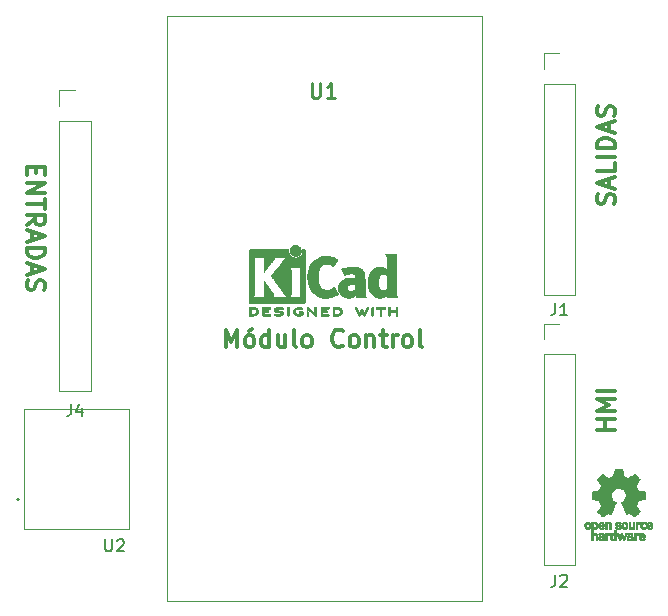
<source format=gto>
%TF.GenerationSoftware,KiCad,Pcbnew,(6.0.0)*%
%TF.CreationDate,2022-02-28T16:44:46-03:00*%
%TF.ProjectId,Placa Digital,506c6163-6120-4446-9967-6974616c2e6b,V01*%
%TF.SameCoordinates,Original*%
%TF.FileFunction,Legend,Top*%
%TF.FilePolarity,Positive*%
%FSLAX46Y46*%
G04 Gerber Fmt 4.6, Leading zero omitted, Abs format (unit mm)*
G04 Created by KiCad (PCBNEW (6.0.0)) date 2022-02-28 16:44:46*
%MOMM*%
%LPD*%
G01*
G04 APERTURE LIST*
%ADD10C,0.300000*%
%ADD11C,0.254000*%
%ADD12C,0.150000*%
%ADD13C,0.120000*%
%ADD14C,0.010000*%
%ADD15C,0.200000*%
G04 APERTURE END LIST*
D10*
X167607142Y-75542857D02*
X167678571Y-75328571D01*
X167678571Y-74971428D01*
X167607142Y-74828571D01*
X167535714Y-74757142D01*
X167392857Y-74685714D01*
X167250000Y-74685714D01*
X167107142Y-74757142D01*
X167035714Y-74828571D01*
X166964285Y-74971428D01*
X166892857Y-75257142D01*
X166821428Y-75400000D01*
X166750000Y-75471428D01*
X166607142Y-75542857D01*
X166464285Y-75542857D01*
X166321428Y-75471428D01*
X166250000Y-75400000D01*
X166178571Y-75257142D01*
X166178571Y-74900000D01*
X166250000Y-74685714D01*
X167250000Y-74114285D02*
X167250000Y-73400000D01*
X167678571Y-74257142D02*
X166178571Y-73757142D01*
X167678571Y-73257142D01*
X167678571Y-72042857D02*
X167678571Y-72757142D01*
X166178571Y-72757142D01*
X167678571Y-71542857D02*
X166178571Y-71542857D01*
X167678571Y-70828571D02*
X166178571Y-70828571D01*
X166178571Y-70471428D01*
X166250000Y-70257142D01*
X166392857Y-70114285D01*
X166535714Y-70042857D01*
X166821428Y-69971428D01*
X167035714Y-69971428D01*
X167321428Y-70042857D01*
X167464285Y-70114285D01*
X167607142Y-70257142D01*
X167678571Y-70471428D01*
X167678571Y-70828571D01*
X167250000Y-69400000D02*
X167250000Y-68685714D01*
X167678571Y-69542857D02*
X166178571Y-69042857D01*
X167678571Y-68542857D01*
X167607142Y-68114285D02*
X167678571Y-67900000D01*
X167678571Y-67542857D01*
X167607142Y-67400000D01*
X167535714Y-67328571D01*
X167392857Y-67257142D01*
X167250000Y-67257142D01*
X167107142Y-67328571D01*
X167035714Y-67400000D01*
X166964285Y-67542857D01*
X166892857Y-67828571D01*
X166821428Y-67971428D01*
X166750000Y-68042857D01*
X166607142Y-68114285D01*
X166464285Y-68114285D01*
X166321428Y-68042857D01*
X166250000Y-67971428D01*
X166178571Y-67828571D01*
X166178571Y-67471428D01*
X166250000Y-67257142D01*
X134750000Y-87678571D02*
X134750000Y-86178571D01*
X135250000Y-87250000D01*
X135750000Y-86178571D01*
X135750000Y-87678571D01*
X136678571Y-87678571D02*
X136535714Y-87607142D01*
X136464285Y-87535714D01*
X136392857Y-87392857D01*
X136392857Y-86964285D01*
X136464285Y-86821428D01*
X136535714Y-86750000D01*
X136678571Y-86678571D01*
X136892857Y-86678571D01*
X137035714Y-86750000D01*
X137107142Y-86821428D01*
X137178571Y-86964285D01*
X137178571Y-87392857D01*
X137107142Y-87535714D01*
X137035714Y-87607142D01*
X136892857Y-87678571D01*
X136678571Y-87678571D01*
X136964285Y-86107142D02*
X136750000Y-86321428D01*
X138464285Y-87678571D02*
X138464285Y-86178571D01*
X138464285Y-87607142D02*
X138321428Y-87678571D01*
X138035714Y-87678571D01*
X137892857Y-87607142D01*
X137821428Y-87535714D01*
X137750000Y-87392857D01*
X137750000Y-86964285D01*
X137821428Y-86821428D01*
X137892857Y-86750000D01*
X138035714Y-86678571D01*
X138321428Y-86678571D01*
X138464285Y-86750000D01*
X139821428Y-86678571D02*
X139821428Y-87678571D01*
X139178571Y-86678571D02*
X139178571Y-87464285D01*
X139250000Y-87607142D01*
X139392857Y-87678571D01*
X139607142Y-87678571D01*
X139750000Y-87607142D01*
X139821428Y-87535714D01*
X140750000Y-87678571D02*
X140607142Y-87607142D01*
X140535714Y-87464285D01*
X140535714Y-86178571D01*
X141535714Y-87678571D02*
X141392857Y-87607142D01*
X141321428Y-87535714D01*
X141250000Y-87392857D01*
X141250000Y-86964285D01*
X141321428Y-86821428D01*
X141392857Y-86750000D01*
X141535714Y-86678571D01*
X141750000Y-86678571D01*
X141892857Y-86750000D01*
X141964285Y-86821428D01*
X142035714Y-86964285D01*
X142035714Y-87392857D01*
X141964285Y-87535714D01*
X141892857Y-87607142D01*
X141750000Y-87678571D01*
X141535714Y-87678571D01*
X144678571Y-87535714D02*
X144607142Y-87607142D01*
X144392857Y-87678571D01*
X144250000Y-87678571D01*
X144035714Y-87607142D01*
X143892857Y-87464285D01*
X143821428Y-87321428D01*
X143750000Y-87035714D01*
X143750000Y-86821428D01*
X143821428Y-86535714D01*
X143892857Y-86392857D01*
X144035714Y-86250000D01*
X144250000Y-86178571D01*
X144392857Y-86178571D01*
X144607142Y-86250000D01*
X144678571Y-86321428D01*
X145535714Y-87678571D02*
X145392857Y-87607142D01*
X145321428Y-87535714D01*
X145250000Y-87392857D01*
X145250000Y-86964285D01*
X145321428Y-86821428D01*
X145392857Y-86750000D01*
X145535714Y-86678571D01*
X145750000Y-86678571D01*
X145892857Y-86750000D01*
X145964285Y-86821428D01*
X146035714Y-86964285D01*
X146035714Y-87392857D01*
X145964285Y-87535714D01*
X145892857Y-87607142D01*
X145750000Y-87678571D01*
X145535714Y-87678571D01*
X146678571Y-86678571D02*
X146678571Y-87678571D01*
X146678571Y-86821428D02*
X146750000Y-86750000D01*
X146892857Y-86678571D01*
X147107142Y-86678571D01*
X147250000Y-86750000D01*
X147321428Y-86892857D01*
X147321428Y-87678571D01*
X147821428Y-86678571D02*
X148392857Y-86678571D01*
X148035714Y-86178571D02*
X148035714Y-87464285D01*
X148107142Y-87607142D01*
X148250000Y-87678571D01*
X148392857Y-87678571D01*
X148892857Y-87678571D02*
X148892857Y-86678571D01*
X148892857Y-86964285D02*
X148964285Y-86821428D01*
X149035714Y-86750000D01*
X149178571Y-86678571D01*
X149321428Y-86678571D01*
X150035714Y-87678571D02*
X149892857Y-87607142D01*
X149821428Y-87535714D01*
X149750000Y-87392857D01*
X149750000Y-86964285D01*
X149821428Y-86821428D01*
X149892857Y-86750000D01*
X150035714Y-86678571D01*
X150250000Y-86678571D01*
X150392857Y-86750000D01*
X150464285Y-86821428D01*
X150535714Y-86964285D01*
X150535714Y-87392857D01*
X150464285Y-87535714D01*
X150392857Y-87607142D01*
X150250000Y-87678571D01*
X150035714Y-87678571D01*
X151392857Y-87678571D02*
X151250000Y-87607142D01*
X151178571Y-87464285D01*
X151178571Y-86178571D01*
X118707142Y-72421428D02*
X118707142Y-72921428D01*
X117921428Y-73135714D02*
X117921428Y-72421428D01*
X119421428Y-72421428D01*
X119421428Y-73135714D01*
X117921428Y-73778571D02*
X119421428Y-73778571D01*
X117921428Y-74635714D01*
X119421428Y-74635714D01*
X119421428Y-75135714D02*
X119421428Y-75992857D01*
X117921428Y-75564285D02*
X119421428Y-75564285D01*
X117921428Y-77350000D02*
X118635714Y-76850000D01*
X117921428Y-76492857D02*
X119421428Y-76492857D01*
X119421428Y-77064285D01*
X119350000Y-77207142D01*
X119278571Y-77278571D01*
X119135714Y-77350000D01*
X118921428Y-77350000D01*
X118778571Y-77278571D01*
X118707142Y-77207142D01*
X118635714Y-77064285D01*
X118635714Y-76492857D01*
X118350000Y-77921428D02*
X118350000Y-78635714D01*
X117921428Y-77778571D02*
X119421428Y-78278571D01*
X117921428Y-78778571D01*
X117921428Y-79278571D02*
X119421428Y-79278571D01*
X119421428Y-79635714D01*
X119350000Y-79850000D01*
X119207142Y-79992857D01*
X119064285Y-80064285D01*
X118778571Y-80135714D01*
X118564285Y-80135714D01*
X118278571Y-80064285D01*
X118135714Y-79992857D01*
X117992857Y-79850000D01*
X117921428Y-79635714D01*
X117921428Y-79278571D01*
X118350000Y-80707142D02*
X118350000Y-81421428D01*
X117921428Y-80564285D02*
X119421428Y-81064285D01*
X117921428Y-81564285D01*
X117992857Y-81992857D02*
X117921428Y-82207142D01*
X117921428Y-82564285D01*
X117992857Y-82707142D01*
X118064285Y-82778571D01*
X118207142Y-82850000D01*
X118350000Y-82850000D01*
X118492857Y-82778571D01*
X118564285Y-82707142D01*
X118635714Y-82564285D01*
X118707142Y-82278571D01*
X118778571Y-82135714D01*
X118850000Y-82064285D01*
X118992857Y-81992857D01*
X119135714Y-81992857D01*
X119278571Y-82064285D01*
X119350000Y-82135714D01*
X119421428Y-82278571D01*
X119421428Y-82635714D01*
X119350000Y-82850000D01*
X167678571Y-94642857D02*
X166178571Y-94642857D01*
X166892857Y-94642857D02*
X166892857Y-93785714D01*
X167678571Y-93785714D02*
X166178571Y-93785714D01*
X167678571Y-93071428D02*
X166178571Y-93071428D01*
X167250000Y-92571428D01*
X166178571Y-92071428D01*
X167678571Y-92071428D01*
X167678571Y-91357142D02*
X166178571Y-91357142D01*
D11*
%TO.C,U1*%
X142032380Y-65304523D02*
X142032380Y-66332619D01*
X142092857Y-66453571D01*
X142153333Y-66514047D01*
X142274285Y-66574523D01*
X142516190Y-66574523D01*
X142637142Y-66514047D01*
X142697619Y-66453571D01*
X142758095Y-66332619D01*
X142758095Y-65304523D01*
X144028095Y-66574523D02*
X143302380Y-66574523D01*
X143665238Y-66574523D02*
X143665238Y-65304523D01*
X143544285Y-65485952D01*
X143423333Y-65606904D01*
X143302380Y-65667380D01*
D12*
%TO.C,J4*%
X121666666Y-92497380D02*
X121666666Y-93211666D01*
X121619047Y-93354523D01*
X121523809Y-93449761D01*
X121380952Y-93497380D01*
X121285714Y-93497380D01*
X122571428Y-92830714D02*
X122571428Y-93497380D01*
X122333333Y-92449761D02*
X122095238Y-93164047D01*
X122714285Y-93164047D01*
%TO.C,U2*%
X124561997Y-103952380D02*
X124561997Y-104761904D01*
X124609616Y-104857142D01*
X124657235Y-104904761D01*
X124752473Y-104952380D01*
X124942949Y-104952380D01*
X125038187Y-104904761D01*
X125085806Y-104857142D01*
X125133425Y-104761904D01*
X125133425Y-103952380D01*
X125561997Y-104047619D02*
X125609616Y-104000000D01*
X125704854Y-103952380D01*
X125942949Y-103952380D01*
X126038187Y-104000000D01*
X126085806Y-104047619D01*
X126133425Y-104142857D01*
X126133425Y-104238095D01*
X126085806Y-104380952D01*
X125514378Y-104952380D01*
X126133425Y-104952380D01*
%TO.C,J2*%
X162666666Y-106952380D02*
X162666666Y-107666666D01*
X162619047Y-107809523D01*
X162523809Y-107904761D01*
X162380952Y-107952380D01*
X162285714Y-107952380D01*
X163095238Y-107047619D02*
X163142857Y-107000000D01*
X163238095Y-106952380D01*
X163476190Y-106952380D01*
X163571428Y-107000000D01*
X163619047Y-107047619D01*
X163666666Y-107142857D01*
X163666666Y-107238095D01*
X163619047Y-107380952D01*
X163047619Y-107952380D01*
X163666666Y-107952380D01*
%TO.C,J1*%
X162666666Y-83952380D02*
X162666666Y-84666666D01*
X162619047Y-84809523D01*
X162523809Y-84904761D01*
X162380952Y-84952380D01*
X162285714Y-84952380D01*
X163666666Y-84952380D02*
X163095238Y-84952380D01*
X163380952Y-84952380D02*
X163380952Y-83952380D01*
X163285714Y-84095238D01*
X163190476Y-84190476D01*
X163095238Y-84238095D01*
D13*
%TO.C,U1*%
X155160000Y-59600000D02*
X156430000Y-59600000D01*
X129760000Y-59600000D02*
X132300000Y-59600000D01*
X156430000Y-109130000D02*
X129760000Y-109130000D01*
X156430000Y-59600000D02*
X156430000Y-109130000D01*
X131030000Y-59600000D02*
X155160000Y-59600000D01*
X129760000Y-109130000D02*
X129760000Y-59600000D01*
%TO.C,J4*%
X120670000Y-68495000D02*
X123330000Y-68495000D01*
X120670000Y-91415000D02*
X123330000Y-91415000D01*
X120670000Y-67225000D02*
X120670000Y-65895000D01*
X123330000Y-68495000D02*
X123330000Y-91415000D01*
X120670000Y-68495000D02*
X120670000Y-91415000D01*
X120670000Y-65895000D02*
X122000000Y-65895000D01*
D14*
%TO.C,REF\u002A\u002A*%
X141049919Y-84274599D02*
X141118435Y-84286095D01*
X141118435Y-84286095D02*
X141171057Y-84303967D01*
X141171057Y-84303967D02*
X141205292Y-84327499D01*
X141205292Y-84327499D02*
X141214621Y-84340924D01*
X141214621Y-84340924D02*
X141224107Y-84372148D01*
X141224107Y-84372148D02*
X141217723Y-84400395D01*
X141217723Y-84400395D02*
X141197570Y-84427182D01*
X141197570Y-84427182D02*
X141166255Y-84439713D01*
X141166255Y-84439713D02*
X141120817Y-84438696D01*
X141120817Y-84438696D02*
X141085674Y-84431906D01*
X141085674Y-84431906D02*
X141007581Y-84418971D01*
X141007581Y-84418971D02*
X140927774Y-84417742D01*
X140927774Y-84417742D02*
X140838445Y-84428241D01*
X140838445Y-84428241D02*
X140813771Y-84432690D01*
X140813771Y-84432690D02*
X140730709Y-84456108D01*
X140730709Y-84456108D02*
X140665727Y-84490945D01*
X140665727Y-84490945D02*
X140619539Y-84536604D01*
X140619539Y-84536604D02*
X140592855Y-84592494D01*
X140592855Y-84592494D02*
X140587337Y-84621388D01*
X140587337Y-84621388D02*
X140590949Y-84680012D01*
X140590949Y-84680012D02*
X140614271Y-84731879D01*
X140614271Y-84731879D02*
X140655176Y-84775978D01*
X140655176Y-84775978D02*
X140711541Y-84811299D01*
X140711541Y-84811299D02*
X140781240Y-84836829D01*
X140781240Y-84836829D02*
X140862148Y-84851559D01*
X140862148Y-84851559D02*
X140952140Y-84854478D01*
X140952140Y-84854478D02*
X141049090Y-84844575D01*
X141049090Y-84844575D02*
X141054564Y-84843641D01*
X141054564Y-84843641D02*
X141093125Y-84836459D01*
X141093125Y-84836459D02*
X141114506Y-84829521D01*
X141114506Y-84829521D02*
X141123773Y-84819227D01*
X141123773Y-84819227D02*
X141125994Y-84801976D01*
X141125994Y-84801976D02*
X141126044Y-84792841D01*
X141126044Y-84792841D02*
X141126044Y-84754489D01*
X141126044Y-84754489D02*
X141057569Y-84754489D01*
X141057569Y-84754489D02*
X140997100Y-84750347D01*
X140997100Y-84750347D02*
X140955835Y-84737147D01*
X140955835Y-84737147D02*
X140931825Y-84713730D01*
X140931825Y-84713730D02*
X140923123Y-84678936D01*
X140923123Y-84678936D02*
X140923017Y-84674394D01*
X140923017Y-84674394D02*
X140928108Y-84644654D01*
X140928108Y-84644654D02*
X140945567Y-84623419D01*
X140945567Y-84623419D02*
X140978061Y-84609366D01*
X140978061Y-84609366D02*
X141028257Y-84601173D01*
X141028257Y-84601173D02*
X141076877Y-84598161D01*
X141076877Y-84598161D02*
X141147544Y-84596433D01*
X141147544Y-84596433D02*
X141198802Y-84599070D01*
X141198802Y-84599070D02*
X141233761Y-84608800D01*
X141233761Y-84608800D02*
X141255530Y-84628353D01*
X141255530Y-84628353D02*
X141267220Y-84660456D01*
X141267220Y-84660456D02*
X141271940Y-84707838D01*
X141271940Y-84707838D02*
X141272800Y-84770071D01*
X141272800Y-84770071D02*
X141271391Y-84839535D01*
X141271391Y-84839535D02*
X141267152Y-84886786D01*
X141267152Y-84886786D02*
X141260064Y-84912012D01*
X141260064Y-84912012D02*
X141258689Y-84913988D01*
X141258689Y-84913988D02*
X141219772Y-84945508D01*
X141219772Y-84945508D02*
X141162714Y-84970470D01*
X141162714Y-84970470D02*
X141091131Y-84988340D01*
X141091131Y-84988340D02*
X141008642Y-84998586D01*
X141008642Y-84998586D02*
X140918861Y-85000673D01*
X140918861Y-85000673D02*
X140825408Y-84994068D01*
X140825408Y-84994068D02*
X140770444Y-84985956D01*
X140770444Y-84985956D02*
X140684234Y-84961554D01*
X140684234Y-84961554D02*
X140604108Y-84921662D01*
X140604108Y-84921662D02*
X140537023Y-84869887D01*
X140537023Y-84869887D02*
X140526827Y-84859539D01*
X140526827Y-84859539D02*
X140493698Y-84816035D01*
X140493698Y-84816035D02*
X140463806Y-84762118D01*
X140463806Y-84762118D02*
X140440643Y-84705592D01*
X140440643Y-84705592D02*
X140427702Y-84654259D01*
X140427702Y-84654259D02*
X140426142Y-84634544D01*
X140426142Y-84634544D02*
X140432782Y-84593419D01*
X140432782Y-84593419D02*
X140450432Y-84542252D01*
X140450432Y-84542252D02*
X140475703Y-84488394D01*
X140475703Y-84488394D02*
X140505211Y-84439195D01*
X140505211Y-84439195D02*
X140531281Y-84406334D01*
X140531281Y-84406334D02*
X140592235Y-84357452D01*
X140592235Y-84357452D02*
X140671031Y-84318545D01*
X140671031Y-84318545D02*
X140764843Y-84290494D01*
X140764843Y-84290494D02*
X140870850Y-84274179D01*
X140870850Y-84274179D02*
X140968000Y-84270192D01*
X140968000Y-84270192D02*
X141049919Y-84274599D01*
X141049919Y-84274599D02*
X141049919Y-84274599D01*
G36*
X141049919Y-84274599D02*
G01*
X141118435Y-84286095D01*
X141171057Y-84303967D01*
X141205292Y-84327499D01*
X141214621Y-84340924D01*
X141224107Y-84372148D01*
X141217723Y-84400395D01*
X141197570Y-84427182D01*
X141166255Y-84439713D01*
X141120817Y-84438696D01*
X141085674Y-84431906D01*
X141007581Y-84418971D01*
X140927774Y-84417742D01*
X140838445Y-84428241D01*
X140813771Y-84432690D01*
X140730709Y-84456108D01*
X140665727Y-84490945D01*
X140619539Y-84536604D01*
X140592855Y-84592494D01*
X140587337Y-84621388D01*
X140590949Y-84680012D01*
X140614271Y-84731879D01*
X140655176Y-84775978D01*
X140711541Y-84811299D01*
X140781240Y-84836829D01*
X140862148Y-84851559D01*
X140952140Y-84854478D01*
X141049090Y-84844575D01*
X141054564Y-84843641D01*
X141093125Y-84836459D01*
X141114506Y-84829521D01*
X141123773Y-84819227D01*
X141125994Y-84801976D01*
X141126044Y-84792841D01*
X141126044Y-84754489D01*
X141057569Y-84754489D01*
X140997100Y-84750347D01*
X140955835Y-84737147D01*
X140931825Y-84713730D01*
X140923123Y-84678936D01*
X140923017Y-84674394D01*
X140928108Y-84644654D01*
X140945567Y-84623419D01*
X140978061Y-84609366D01*
X141028257Y-84601173D01*
X141076877Y-84598161D01*
X141147544Y-84596433D01*
X141198802Y-84599070D01*
X141233761Y-84608800D01*
X141255530Y-84628353D01*
X141267220Y-84660456D01*
X141271940Y-84707838D01*
X141272800Y-84770071D01*
X141271391Y-84839535D01*
X141267152Y-84886786D01*
X141260064Y-84912012D01*
X141258689Y-84913988D01*
X141219772Y-84945508D01*
X141162714Y-84970470D01*
X141091131Y-84988340D01*
X141008642Y-84998586D01*
X140918861Y-85000673D01*
X140825408Y-84994068D01*
X140770444Y-84985956D01*
X140684234Y-84961554D01*
X140604108Y-84921662D01*
X140537023Y-84869887D01*
X140526827Y-84859539D01*
X140493698Y-84816035D01*
X140463806Y-84762118D01*
X140440643Y-84705592D01*
X140427702Y-84654259D01*
X140426142Y-84634544D01*
X140432782Y-84593419D01*
X140450432Y-84542252D01*
X140475703Y-84488394D01*
X140505211Y-84439195D01*
X140531281Y-84406334D01*
X140592235Y-84357452D01*
X140671031Y-84318545D01*
X140764843Y-84290494D01*
X140870850Y-84274179D01*
X140968000Y-84270192D01*
X141049919Y-84274599D01*
G37*
X141049919Y-84274599D02*
X141118435Y-84286095D01*
X141171057Y-84303967D01*
X141205292Y-84327499D01*
X141214621Y-84340924D01*
X141224107Y-84372148D01*
X141217723Y-84400395D01*
X141197570Y-84427182D01*
X141166255Y-84439713D01*
X141120817Y-84438696D01*
X141085674Y-84431906D01*
X141007581Y-84418971D01*
X140927774Y-84417742D01*
X140838445Y-84428241D01*
X140813771Y-84432690D01*
X140730709Y-84456108D01*
X140665727Y-84490945D01*
X140619539Y-84536604D01*
X140592855Y-84592494D01*
X140587337Y-84621388D01*
X140590949Y-84680012D01*
X140614271Y-84731879D01*
X140655176Y-84775978D01*
X140711541Y-84811299D01*
X140781240Y-84836829D01*
X140862148Y-84851559D01*
X140952140Y-84854478D01*
X141049090Y-84844575D01*
X141054564Y-84843641D01*
X141093125Y-84836459D01*
X141114506Y-84829521D01*
X141123773Y-84819227D01*
X141125994Y-84801976D01*
X141126044Y-84792841D01*
X141126044Y-84754489D01*
X141057569Y-84754489D01*
X140997100Y-84750347D01*
X140955835Y-84737147D01*
X140931825Y-84713730D01*
X140923123Y-84678936D01*
X140923017Y-84674394D01*
X140928108Y-84644654D01*
X140945567Y-84623419D01*
X140978061Y-84609366D01*
X141028257Y-84601173D01*
X141076877Y-84598161D01*
X141147544Y-84596433D01*
X141198802Y-84599070D01*
X141233761Y-84608800D01*
X141255530Y-84628353D01*
X141267220Y-84660456D01*
X141271940Y-84707838D01*
X141272800Y-84770071D01*
X141271391Y-84839535D01*
X141267152Y-84886786D01*
X141260064Y-84912012D01*
X141258689Y-84913988D01*
X141219772Y-84945508D01*
X141162714Y-84970470D01*
X141091131Y-84988340D01*
X141008642Y-84998586D01*
X140918861Y-85000673D01*
X140825408Y-84994068D01*
X140770444Y-84985956D01*
X140684234Y-84961554D01*
X140604108Y-84921662D01*
X140537023Y-84869887D01*
X140526827Y-84859539D01*
X140493698Y-84816035D01*
X140463806Y-84762118D01*
X140440643Y-84705592D01*
X140427702Y-84654259D01*
X140426142Y-84634544D01*
X140432782Y-84593419D01*
X140450432Y-84542252D01*
X140475703Y-84488394D01*
X140505211Y-84439195D01*
X140531281Y-84406334D01*
X140592235Y-84357452D01*
X140671031Y-84318545D01*
X140764843Y-84290494D01*
X140870850Y-84274179D01*
X140968000Y-84270192D01*
X141049919Y-84274599D01*
X136878629Y-84269066D02*
X136918111Y-84269467D01*
X136918111Y-84269467D02*
X137033800Y-84272259D01*
X137033800Y-84272259D02*
X137130689Y-84280550D01*
X137130689Y-84280550D02*
X137212081Y-84295232D01*
X137212081Y-84295232D02*
X137281277Y-84317193D01*
X137281277Y-84317193D02*
X137341580Y-84347322D01*
X137341580Y-84347322D02*
X137396292Y-84386510D01*
X137396292Y-84386510D02*
X137415833Y-84403532D01*
X137415833Y-84403532D02*
X137448250Y-84443363D01*
X137448250Y-84443363D02*
X137477480Y-84497413D01*
X137477480Y-84497413D02*
X137500009Y-84557323D01*
X137500009Y-84557323D02*
X137512321Y-84614739D01*
X137512321Y-84614739D02*
X137513600Y-84635956D01*
X137513600Y-84635956D02*
X137505583Y-84694769D01*
X137505583Y-84694769D02*
X137484101Y-84759013D01*
X137484101Y-84759013D02*
X137453001Y-84819821D01*
X137453001Y-84819821D02*
X137416134Y-84868330D01*
X137416134Y-84868330D02*
X137410146Y-84874182D01*
X137410146Y-84874182D02*
X137359421Y-84915321D01*
X137359421Y-84915321D02*
X137303875Y-84947435D01*
X137303875Y-84947435D02*
X137240304Y-84971365D01*
X137240304Y-84971365D02*
X137165506Y-84987953D01*
X137165506Y-84987953D02*
X137076278Y-84998041D01*
X137076278Y-84998041D02*
X136969418Y-85002469D01*
X136969418Y-85002469D02*
X136920472Y-85002845D01*
X136920472Y-85002845D02*
X136858238Y-85002545D01*
X136858238Y-85002545D02*
X136814472Y-85001292D01*
X136814472Y-85001292D02*
X136785069Y-84998554D01*
X136785069Y-84998554D02*
X136765921Y-84993801D01*
X136765921Y-84993801D02*
X136752923Y-84986501D01*
X136752923Y-84986501D02*
X136745955Y-84980267D01*
X136745955Y-84980267D02*
X136739374Y-84972694D01*
X136739374Y-84972694D02*
X136734212Y-84962924D01*
X136734212Y-84962924D02*
X136730297Y-84948340D01*
X136730297Y-84948340D02*
X136727457Y-84926326D01*
X136727457Y-84926326D02*
X136725520Y-84894264D01*
X136725520Y-84894264D02*
X136724316Y-84849536D01*
X136724316Y-84849536D02*
X136723672Y-84789526D01*
X136723672Y-84789526D02*
X136723417Y-84711617D01*
X136723417Y-84711617D02*
X136723378Y-84635956D01*
X136723378Y-84635956D02*
X136723130Y-84535041D01*
X136723130Y-84535041D02*
X136723183Y-84454427D01*
X136723183Y-84454427D02*
X136724143Y-84415822D01*
X136724143Y-84415822D02*
X136870133Y-84415822D01*
X136870133Y-84415822D02*
X136870133Y-84856089D01*
X136870133Y-84856089D02*
X136963266Y-84856004D01*
X136963266Y-84856004D02*
X137019307Y-84854396D01*
X137019307Y-84854396D02*
X137078001Y-84850256D01*
X137078001Y-84850256D02*
X137126972Y-84844464D01*
X137126972Y-84844464D02*
X137128462Y-84844226D01*
X137128462Y-84844226D02*
X137207608Y-84825090D01*
X137207608Y-84825090D02*
X137268998Y-84795287D01*
X137268998Y-84795287D02*
X137315695Y-84752878D01*
X137315695Y-84752878D02*
X137345365Y-84706961D01*
X137345365Y-84706961D02*
X137363647Y-84656026D01*
X137363647Y-84656026D02*
X137362229Y-84608200D01*
X137362229Y-84608200D02*
X137341012Y-84556933D01*
X137341012Y-84556933D02*
X137299511Y-84503899D01*
X137299511Y-84503899D02*
X137242002Y-84464600D01*
X137242002Y-84464600D02*
X137167250Y-84438331D01*
X137167250Y-84438331D02*
X137117292Y-84429035D01*
X137117292Y-84429035D02*
X137060584Y-84422507D01*
X137060584Y-84422507D02*
X137000481Y-84417782D01*
X137000481Y-84417782D02*
X136949361Y-84415817D01*
X136949361Y-84415817D02*
X136946333Y-84415808D01*
X136946333Y-84415808D02*
X136870133Y-84415822D01*
X136870133Y-84415822D02*
X136724143Y-84415822D01*
X136724143Y-84415822D02*
X136724740Y-84391851D01*
X136724740Y-84391851D02*
X136729002Y-84345055D01*
X136729002Y-84345055D02*
X136737170Y-84311778D01*
X136737170Y-84311778D02*
X136750444Y-84289759D01*
X136750444Y-84289759D02*
X136770026Y-84276739D01*
X136770026Y-84276739D02*
X136797117Y-84270457D01*
X136797117Y-84270457D02*
X136832918Y-84268653D01*
X136832918Y-84268653D02*
X136878629Y-84269066D01*
X136878629Y-84269066D02*
X136878629Y-84269066D01*
G36*
X136729002Y-84345055D02*
G01*
X136737170Y-84311778D01*
X136750444Y-84289759D01*
X136770026Y-84276739D01*
X136797117Y-84270457D01*
X136832918Y-84268653D01*
X136878629Y-84269066D01*
X136918111Y-84269467D01*
X137033800Y-84272259D01*
X137130689Y-84280550D01*
X137212081Y-84295232D01*
X137281277Y-84317193D01*
X137341580Y-84347322D01*
X137396292Y-84386510D01*
X137415833Y-84403532D01*
X137448250Y-84443363D01*
X137477480Y-84497413D01*
X137500009Y-84557323D01*
X137512321Y-84614739D01*
X137513600Y-84635956D01*
X137505583Y-84694769D01*
X137484101Y-84759013D01*
X137453001Y-84819821D01*
X137416134Y-84868330D01*
X137410146Y-84874182D01*
X137359421Y-84915321D01*
X137303875Y-84947435D01*
X137240304Y-84971365D01*
X137165506Y-84987953D01*
X137076278Y-84998041D01*
X136969418Y-85002469D01*
X136920472Y-85002845D01*
X136858238Y-85002545D01*
X136814472Y-85001292D01*
X136785069Y-84998554D01*
X136765921Y-84993801D01*
X136752923Y-84986501D01*
X136745955Y-84980267D01*
X136739374Y-84972694D01*
X136734212Y-84962924D01*
X136730297Y-84948340D01*
X136727457Y-84926326D01*
X136725520Y-84894264D01*
X136724492Y-84856089D01*
X136870133Y-84856089D01*
X136963266Y-84856004D01*
X137019307Y-84854396D01*
X137078001Y-84850256D01*
X137126972Y-84844464D01*
X137128462Y-84844226D01*
X137207608Y-84825090D01*
X137268998Y-84795287D01*
X137315695Y-84752878D01*
X137345365Y-84706961D01*
X137363647Y-84656026D01*
X137362229Y-84608200D01*
X137341012Y-84556933D01*
X137299511Y-84503899D01*
X137242002Y-84464600D01*
X137167250Y-84438331D01*
X137117292Y-84429035D01*
X137060584Y-84422507D01*
X137000481Y-84417782D01*
X136949361Y-84415817D01*
X136946333Y-84415808D01*
X136870133Y-84415822D01*
X136870133Y-84856089D01*
X136724492Y-84856089D01*
X136724316Y-84849536D01*
X136723672Y-84789526D01*
X136723417Y-84711617D01*
X136723378Y-84635956D01*
X136723130Y-84535041D01*
X136723183Y-84454427D01*
X136724143Y-84415822D01*
X136724740Y-84391851D01*
X136729002Y-84345055D01*
G37*
X136729002Y-84345055D02*
X136737170Y-84311778D01*
X136750444Y-84289759D01*
X136770026Y-84276739D01*
X136797117Y-84270457D01*
X136832918Y-84268653D01*
X136878629Y-84269066D01*
X136918111Y-84269467D01*
X137033800Y-84272259D01*
X137130689Y-84280550D01*
X137212081Y-84295232D01*
X137281277Y-84317193D01*
X137341580Y-84347322D01*
X137396292Y-84386510D01*
X137415833Y-84403532D01*
X137448250Y-84443363D01*
X137477480Y-84497413D01*
X137500009Y-84557323D01*
X137512321Y-84614739D01*
X137513600Y-84635956D01*
X137505583Y-84694769D01*
X137484101Y-84759013D01*
X137453001Y-84819821D01*
X137416134Y-84868330D01*
X137410146Y-84874182D01*
X137359421Y-84915321D01*
X137303875Y-84947435D01*
X137240304Y-84971365D01*
X137165506Y-84987953D01*
X137076278Y-84998041D01*
X136969418Y-85002469D01*
X136920472Y-85002845D01*
X136858238Y-85002545D01*
X136814472Y-85001292D01*
X136785069Y-84998554D01*
X136765921Y-84993801D01*
X136752923Y-84986501D01*
X136745955Y-84980267D01*
X136739374Y-84972694D01*
X136734212Y-84962924D01*
X136730297Y-84948340D01*
X136727457Y-84926326D01*
X136725520Y-84894264D01*
X136724492Y-84856089D01*
X136870133Y-84856089D01*
X136963266Y-84856004D01*
X137019307Y-84854396D01*
X137078001Y-84850256D01*
X137126972Y-84844464D01*
X137128462Y-84844226D01*
X137207608Y-84825090D01*
X137268998Y-84795287D01*
X137315695Y-84752878D01*
X137345365Y-84706961D01*
X137363647Y-84656026D01*
X137362229Y-84608200D01*
X137341012Y-84556933D01*
X137299511Y-84503899D01*
X137242002Y-84464600D01*
X137167250Y-84438331D01*
X137117292Y-84429035D01*
X137060584Y-84422507D01*
X137000481Y-84417782D01*
X136949361Y-84415817D01*
X136946333Y-84415808D01*
X136870133Y-84415822D01*
X136870133Y-84856089D01*
X136724492Y-84856089D01*
X136724316Y-84849536D01*
X136723672Y-84789526D01*
X136723417Y-84711617D01*
X136723378Y-84635956D01*
X136723130Y-84535041D01*
X136723183Y-84454427D01*
X136724143Y-84415822D01*
X136724740Y-84391851D01*
X136729002Y-84345055D01*
X145673574Y-80866552D02*
X145825492Y-80886567D01*
X145825492Y-80886567D02*
X145960756Y-80920202D01*
X145960756Y-80920202D02*
X146080239Y-80967725D01*
X146080239Y-80967725D02*
X146184815Y-81029405D01*
X146184815Y-81029405D02*
X146262424Y-81092965D01*
X146262424Y-81092965D02*
X146331265Y-81167099D01*
X146331265Y-81167099D02*
X146385006Y-81246871D01*
X146385006Y-81246871D02*
X146427910Y-81339091D01*
X146427910Y-81339091D02*
X146443384Y-81382161D01*
X146443384Y-81382161D02*
X146456244Y-81421142D01*
X146456244Y-81421142D02*
X146467446Y-81457289D01*
X146467446Y-81457289D02*
X146477120Y-81492434D01*
X146477120Y-81492434D02*
X146485396Y-81528410D01*
X146485396Y-81528410D02*
X146492403Y-81567050D01*
X146492403Y-81567050D02*
X146498272Y-81610185D01*
X146498272Y-81610185D02*
X146503131Y-81659649D01*
X146503131Y-81659649D02*
X146507110Y-81717273D01*
X146507110Y-81717273D02*
X146510340Y-81784891D01*
X146510340Y-81784891D02*
X146512949Y-81864334D01*
X146512949Y-81864334D02*
X146515067Y-81957436D01*
X146515067Y-81957436D02*
X146516824Y-82066027D01*
X146516824Y-82066027D02*
X146518349Y-82191942D01*
X146518349Y-82191942D02*
X146519772Y-82337012D01*
X146519772Y-82337012D02*
X146521025Y-82479778D01*
X146521025Y-82479778D02*
X146522351Y-82635968D01*
X146522351Y-82635968D02*
X146523556Y-82771239D01*
X146523556Y-82771239D02*
X146524766Y-82887246D01*
X146524766Y-82887246D02*
X146526106Y-82985645D01*
X146526106Y-82985645D02*
X146527700Y-83068093D01*
X146527700Y-83068093D02*
X146529675Y-83136246D01*
X146529675Y-83136246D02*
X146532156Y-83191760D01*
X146532156Y-83191760D02*
X146535269Y-83236292D01*
X146535269Y-83236292D02*
X146539138Y-83271498D01*
X146539138Y-83271498D02*
X146543889Y-83299034D01*
X146543889Y-83299034D02*
X146549648Y-83320556D01*
X146549648Y-83320556D02*
X146556539Y-83337722D01*
X146556539Y-83337722D02*
X146564689Y-83352186D01*
X146564689Y-83352186D02*
X146574223Y-83365606D01*
X146574223Y-83365606D02*
X146585266Y-83379638D01*
X146585266Y-83379638D02*
X146589566Y-83385071D01*
X146589566Y-83385071D02*
X146605386Y-83407910D01*
X146605386Y-83407910D02*
X146612422Y-83423463D01*
X146612422Y-83423463D02*
X146612444Y-83423922D01*
X146612444Y-83423922D02*
X146601567Y-83426121D01*
X146601567Y-83426121D02*
X146570582Y-83428147D01*
X146570582Y-83428147D02*
X146521957Y-83429942D01*
X146521957Y-83429942D02*
X146458163Y-83431451D01*
X146458163Y-83431451D02*
X146381669Y-83432616D01*
X146381669Y-83432616D02*
X146294944Y-83433380D01*
X146294944Y-83433380D02*
X146200457Y-83433686D01*
X146200457Y-83433686D02*
X146189550Y-83433689D01*
X146189550Y-83433689D02*
X145766657Y-83433689D01*
X145766657Y-83433689D02*
X145763395Y-83337622D01*
X145763395Y-83337622D02*
X145760133Y-83241556D01*
X145760133Y-83241556D02*
X145698044Y-83292543D01*
X145698044Y-83292543D02*
X145600714Y-83360057D01*
X145600714Y-83360057D02*
X145490813Y-83414749D01*
X145490813Y-83414749D02*
X145404349Y-83444978D01*
X145404349Y-83444978D02*
X145335278Y-83459666D01*
X145335278Y-83459666D02*
X145251925Y-83469659D01*
X145251925Y-83469659D02*
X145162159Y-83474646D01*
X145162159Y-83474646D02*
X145073845Y-83474313D01*
X145073845Y-83474313D02*
X144994851Y-83468351D01*
X144994851Y-83468351D02*
X144958622Y-83462638D01*
X144958622Y-83462638D02*
X144818603Y-83424776D01*
X144818603Y-83424776D02*
X144692178Y-83369932D01*
X144692178Y-83369932D02*
X144580260Y-83298924D01*
X144580260Y-83298924D02*
X144483762Y-83212568D01*
X144483762Y-83212568D02*
X144403600Y-83111679D01*
X144403600Y-83111679D02*
X144340687Y-82997076D01*
X144340687Y-82997076D02*
X144296312Y-82870984D01*
X144296312Y-82870984D02*
X144283978Y-82814401D01*
X144283978Y-82814401D02*
X144276368Y-82752202D01*
X144276368Y-82752202D02*
X144272739Y-82677363D01*
X144272739Y-82677363D02*
X144272245Y-82643467D01*
X144272245Y-82643467D02*
X144272310Y-82640282D01*
X144272310Y-82640282D02*
X145032248Y-82640282D01*
X145032248Y-82640282D02*
X145041541Y-82715333D01*
X145041541Y-82715333D02*
X145069728Y-82779160D01*
X145069728Y-82779160D02*
X145118197Y-82834798D01*
X145118197Y-82834798D02*
X145123254Y-82839211D01*
X145123254Y-82839211D02*
X145171548Y-82874037D01*
X145171548Y-82874037D02*
X145223257Y-82896620D01*
X145223257Y-82896620D02*
X145283989Y-82908540D01*
X145283989Y-82908540D02*
X145359352Y-82911383D01*
X145359352Y-82911383D02*
X145377459Y-82910978D01*
X145377459Y-82910978D02*
X145431278Y-82908325D01*
X145431278Y-82908325D02*
X145471308Y-82902909D01*
X145471308Y-82902909D02*
X145506324Y-82892745D01*
X145506324Y-82892745D02*
X145545103Y-82875850D01*
X145545103Y-82875850D02*
X145555745Y-82870672D01*
X145555745Y-82870672D02*
X145616396Y-82834844D01*
X145616396Y-82834844D02*
X145663215Y-82792212D01*
X145663215Y-82792212D02*
X145675952Y-82776973D01*
X145675952Y-82776973D02*
X145720622Y-82720462D01*
X145720622Y-82720462D02*
X145720622Y-82524586D01*
X145720622Y-82524586D02*
X145720086Y-82445939D01*
X145720086Y-82445939D02*
X145718396Y-82387988D01*
X145718396Y-82387988D02*
X145715428Y-82348875D01*
X145715428Y-82348875D02*
X145711057Y-82326741D01*
X145711057Y-82326741D02*
X145706972Y-82320274D01*
X145706972Y-82320274D02*
X145691047Y-82317111D01*
X145691047Y-82317111D02*
X145657264Y-82314488D01*
X145657264Y-82314488D02*
X145610340Y-82312655D01*
X145610340Y-82312655D02*
X145554993Y-82311857D01*
X145554993Y-82311857D02*
X145546106Y-82311842D01*
X145546106Y-82311842D02*
X145425330Y-82317096D01*
X145425330Y-82317096D02*
X145322660Y-82333263D01*
X145322660Y-82333263D02*
X145236106Y-82360961D01*
X145236106Y-82360961D02*
X145163681Y-82400808D01*
X145163681Y-82400808D02*
X145108751Y-82447758D01*
X145108751Y-82447758D02*
X145064204Y-82505645D01*
X145064204Y-82505645D02*
X145039480Y-82568693D01*
X145039480Y-82568693D02*
X145032248Y-82640282D01*
X145032248Y-82640282D02*
X144272310Y-82640282D01*
X144272310Y-82640282D02*
X144274178Y-82549712D01*
X144274178Y-82549712D02*
X144282522Y-82470812D01*
X144282522Y-82470812D02*
X144298768Y-82399590D01*
X144298768Y-82399590D02*
X144324405Y-82328864D01*
X144324405Y-82328864D02*
X144348401Y-82276493D01*
X144348401Y-82276493D02*
X144407020Y-82181196D01*
X144407020Y-82181196D02*
X144485117Y-82093170D01*
X144485117Y-82093170D02*
X144580315Y-82014017D01*
X144580315Y-82014017D02*
X144690238Y-81945340D01*
X144690238Y-81945340D02*
X144812510Y-81888741D01*
X144812510Y-81888741D02*
X144944755Y-81845821D01*
X144944755Y-81845821D02*
X145009422Y-81830882D01*
X145009422Y-81830882D02*
X145145604Y-81808777D01*
X145145604Y-81808777D02*
X145294049Y-81794194D01*
X145294049Y-81794194D02*
X145445505Y-81787813D01*
X145445505Y-81787813D02*
X145572064Y-81789445D01*
X145572064Y-81789445D02*
X145733950Y-81796224D01*
X145733950Y-81796224D02*
X145726530Y-81737245D01*
X145726530Y-81737245D02*
X145707238Y-81638092D01*
X145707238Y-81638092D02*
X145676104Y-81557372D01*
X145676104Y-81557372D02*
X145632269Y-81494466D01*
X145632269Y-81494466D02*
X145574871Y-81448756D01*
X145574871Y-81448756D02*
X145503048Y-81419622D01*
X145503048Y-81419622D02*
X145415941Y-81406447D01*
X145415941Y-81406447D02*
X145312686Y-81408611D01*
X145312686Y-81408611D02*
X145274711Y-81412612D01*
X145274711Y-81412612D02*
X145133520Y-81437780D01*
X145133520Y-81437780D02*
X144996707Y-81478814D01*
X144996707Y-81478814D02*
X144902178Y-81516815D01*
X144902178Y-81516815D02*
X144857018Y-81536190D01*
X144857018Y-81536190D02*
X144818585Y-81551760D01*
X144818585Y-81551760D02*
X144792234Y-81561405D01*
X144792234Y-81561405D02*
X144784546Y-81563452D01*
X144784546Y-81563452D02*
X144774802Y-81554374D01*
X144774802Y-81554374D02*
X144758083Y-81525405D01*
X144758083Y-81525405D02*
X144734232Y-81476217D01*
X144734232Y-81476217D02*
X144703093Y-81406484D01*
X144703093Y-81406484D02*
X144664507Y-81315879D01*
X144664507Y-81315879D02*
X144657910Y-81300089D01*
X144657910Y-81300089D02*
X144627853Y-81227772D01*
X144627853Y-81227772D02*
X144600874Y-81162425D01*
X144600874Y-81162425D02*
X144578136Y-81106906D01*
X144578136Y-81106906D02*
X144560806Y-81064072D01*
X144560806Y-81064072D02*
X144550048Y-81036781D01*
X144550048Y-81036781D02*
X144546941Y-81027942D01*
X144546941Y-81027942D02*
X144556940Y-81023187D01*
X144556940Y-81023187D02*
X144583217Y-81017910D01*
X144583217Y-81017910D02*
X144611489Y-81014231D01*
X144611489Y-81014231D02*
X144641646Y-81009474D01*
X144641646Y-81009474D02*
X144689433Y-81000028D01*
X144689433Y-81000028D02*
X144750612Y-80986820D01*
X144750612Y-80986820D02*
X144820946Y-80970776D01*
X144820946Y-80970776D02*
X144896194Y-80952820D01*
X144896194Y-80952820D02*
X144924755Y-80945797D01*
X144924755Y-80945797D02*
X145029816Y-80920209D01*
X145029816Y-80920209D02*
X145117480Y-80900147D01*
X145117480Y-80900147D02*
X145192068Y-80884969D01*
X145192068Y-80884969D02*
X145257903Y-80874035D01*
X145257903Y-80874035D02*
X145319307Y-80866704D01*
X145319307Y-80866704D02*
X145380602Y-80862335D01*
X145380602Y-80862335D02*
X145446110Y-80860287D01*
X145446110Y-80860287D02*
X145504128Y-80859889D01*
X145504128Y-80859889D02*
X145673574Y-80866552D01*
X145673574Y-80866552D02*
X145673574Y-80866552D01*
G36*
X144282522Y-82470812D02*
G01*
X144298768Y-82399590D01*
X144324405Y-82328864D01*
X144348401Y-82276493D01*
X144407020Y-82181196D01*
X144485117Y-82093170D01*
X144580315Y-82014017D01*
X144690238Y-81945340D01*
X144812510Y-81888741D01*
X144944755Y-81845821D01*
X145009422Y-81830882D01*
X145145604Y-81808777D01*
X145294049Y-81794194D01*
X145445505Y-81787813D01*
X145572064Y-81789445D01*
X145733950Y-81796224D01*
X145726530Y-81737245D01*
X145707238Y-81638092D01*
X145676104Y-81557372D01*
X145632269Y-81494466D01*
X145574871Y-81448756D01*
X145503048Y-81419622D01*
X145415941Y-81406447D01*
X145312686Y-81408611D01*
X145274711Y-81412612D01*
X145133520Y-81437780D01*
X144996707Y-81478814D01*
X144902178Y-81516815D01*
X144857018Y-81536190D01*
X144818585Y-81551760D01*
X144792234Y-81561405D01*
X144784546Y-81563452D01*
X144774802Y-81554374D01*
X144758083Y-81525405D01*
X144734232Y-81476217D01*
X144703093Y-81406484D01*
X144664507Y-81315879D01*
X144657910Y-81300089D01*
X144627853Y-81227772D01*
X144600874Y-81162425D01*
X144578136Y-81106906D01*
X144560806Y-81064072D01*
X144550048Y-81036781D01*
X144546941Y-81027942D01*
X144556940Y-81023187D01*
X144583217Y-81017910D01*
X144611489Y-81014231D01*
X144641646Y-81009474D01*
X144689433Y-81000028D01*
X144750612Y-80986820D01*
X144820946Y-80970776D01*
X144896194Y-80952820D01*
X144924755Y-80945797D01*
X145029816Y-80920209D01*
X145117480Y-80900147D01*
X145192068Y-80884969D01*
X145257903Y-80874035D01*
X145319307Y-80866704D01*
X145380602Y-80862335D01*
X145446110Y-80860287D01*
X145504128Y-80859889D01*
X145673574Y-80866552D01*
X145825492Y-80886567D01*
X145960756Y-80920202D01*
X146080239Y-80967725D01*
X146184815Y-81029405D01*
X146262424Y-81092965D01*
X146331265Y-81167099D01*
X146385006Y-81246871D01*
X146427910Y-81339091D01*
X146443384Y-81382161D01*
X146456244Y-81421142D01*
X146467446Y-81457289D01*
X146477120Y-81492434D01*
X146485396Y-81528410D01*
X146492403Y-81567050D01*
X146498272Y-81610185D01*
X146503131Y-81659649D01*
X146507110Y-81717273D01*
X146510340Y-81784891D01*
X146512949Y-81864334D01*
X146515067Y-81957436D01*
X146516824Y-82066027D01*
X146518349Y-82191942D01*
X146519772Y-82337012D01*
X146521025Y-82479778D01*
X146522351Y-82635968D01*
X146523556Y-82771239D01*
X146524766Y-82887246D01*
X146526106Y-82985645D01*
X146527700Y-83068093D01*
X146529675Y-83136246D01*
X146532156Y-83191760D01*
X146535269Y-83236292D01*
X146539138Y-83271498D01*
X146543889Y-83299034D01*
X146549648Y-83320556D01*
X146556539Y-83337722D01*
X146564689Y-83352186D01*
X146574223Y-83365606D01*
X146585266Y-83379638D01*
X146589566Y-83385071D01*
X146605386Y-83407910D01*
X146612422Y-83423463D01*
X146612444Y-83423922D01*
X146601567Y-83426121D01*
X146570582Y-83428147D01*
X146521957Y-83429942D01*
X146458163Y-83431451D01*
X146381669Y-83432616D01*
X146294944Y-83433380D01*
X146200457Y-83433686D01*
X146189550Y-83433689D01*
X145766657Y-83433689D01*
X145763395Y-83337622D01*
X145760133Y-83241556D01*
X145698044Y-83292543D01*
X145600714Y-83360057D01*
X145490813Y-83414749D01*
X145404349Y-83444978D01*
X145335278Y-83459666D01*
X145251925Y-83469659D01*
X145162159Y-83474646D01*
X145073845Y-83474313D01*
X144994851Y-83468351D01*
X144958622Y-83462638D01*
X144818603Y-83424776D01*
X144692178Y-83369932D01*
X144580260Y-83298924D01*
X144483762Y-83212568D01*
X144403600Y-83111679D01*
X144340687Y-82997076D01*
X144296312Y-82870984D01*
X144283978Y-82814401D01*
X144276368Y-82752202D01*
X144272739Y-82677363D01*
X144272245Y-82643467D01*
X144272310Y-82640282D01*
X145032248Y-82640282D01*
X145041541Y-82715333D01*
X145069728Y-82779160D01*
X145118197Y-82834798D01*
X145123254Y-82839211D01*
X145171548Y-82874037D01*
X145223257Y-82896620D01*
X145283989Y-82908540D01*
X145359352Y-82911383D01*
X145377459Y-82910978D01*
X145431278Y-82908325D01*
X145471308Y-82902909D01*
X145506324Y-82892745D01*
X145545103Y-82875850D01*
X145555745Y-82870672D01*
X145616396Y-82834844D01*
X145663215Y-82792212D01*
X145675952Y-82776973D01*
X145720622Y-82720462D01*
X145720622Y-82524586D01*
X145720086Y-82445939D01*
X145718396Y-82387988D01*
X145715428Y-82348875D01*
X145711057Y-82326741D01*
X145706972Y-82320274D01*
X145691047Y-82317111D01*
X145657264Y-82314488D01*
X145610340Y-82312655D01*
X145554993Y-82311857D01*
X145546106Y-82311842D01*
X145425330Y-82317096D01*
X145322660Y-82333263D01*
X145236106Y-82360961D01*
X145163681Y-82400808D01*
X145108751Y-82447758D01*
X145064204Y-82505645D01*
X145039480Y-82568693D01*
X145032248Y-82640282D01*
X144272310Y-82640282D01*
X144274178Y-82549712D01*
X144282522Y-82470812D01*
G37*
X144282522Y-82470812D02*
X144298768Y-82399590D01*
X144324405Y-82328864D01*
X144348401Y-82276493D01*
X144407020Y-82181196D01*
X144485117Y-82093170D01*
X144580315Y-82014017D01*
X144690238Y-81945340D01*
X144812510Y-81888741D01*
X144944755Y-81845821D01*
X145009422Y-81830882D01*
X145145604Y-81808777D01*
X145294049Y-81794194D01*
X145445505Y-81787813D01*
X145572064Y-81789445D01*
X145733950Y-81796224D01*
X145726530Y-81737245D01*
X145707238Y-81638092D01*
X145676104Y-81557372D01*
X145632269Y-81494466D01*
X145574871Y-81448756D01*
X145503048Y-81419622D01*
X145415941Y-81406447D01*
X145312686Y-81408611D01*
X145274711Y-81412612D01*
X145133520Y-81437780D01*
X144996707Y-81478814D01*
X144902178Y-81516815D01*
X144857018Y-81536190D01*
X144818585Y-81551760D01*
X144792234Y-81561405D01*
X144784546Y-81563452D01*
X144774802Y-81554374D01*
X144758083Y-81525405D01*
X144734232Y-81476217D01*
X144703093Y-81406484D01*
X144664507Y-81315879D01*
X144657910Y-81300089D01*
X144627853Y-81227772D01*
X144600874Y-81162425D01*
X144578136Y-81106906D01*
X144560806Y-81064072D01*
X144550048Y-81036781D01*
X144546941Y-81027942D01*
X144556940Y-81023187D01*
X144583217Y-81017910D01*
X144611489Y-81014231D01*
X144641646Y-81009474D01*
X144689433Y-81000028D01*
X144750612Y-80986820D01*
X144820946Y-80970776D01*
X144896194Y-80952820D01*
X144924755Y-80945797D01*
X145029816Y-80920209D01*
X145117480Y-80900147D01*
X145192068Y-80884969D01*
X145257903Y-80874035D01*
X145319307Y-80866704D01*
X145380602Y-80862335D01*
X145446110Y-80860287D01*
X145504128Y-80859889D01*
X145673574Y-80866552D01*
X145825492Y-80886567D01*
X145960756Y-80920202D01*
X146080239Y-80967725D01*
X146184815Y-81029405D01*
X146262424Y-81092965D01*
X146331265Y-81167099D01*
X146385006Y-81246871D01*
X146427910Y-81339091D01*
X146443384Y-81382161D01*
X146456244Y-81421142D01*
X146467446Y-81457289D01*
X146477120Y-81492434D01*
X146485396Y-81528410D01*
X146492403Y-81567050D01*
X146498272Y-81610185D01*
X146503131Y-81659649D01*
X146507110Y-81717273D01*
X146510340Y-81784891D01*
X146512949Y-81864334D01*
X146515067Y-81957436D01*
X146516824Y-82066027D01*
X146518349Y-82191942D01*
X146519772Y-82337012D01*
X146521025Y-82479778D01*
X146522351Y-82635968D01*
X146523556Y-82771239D01*
X146524766Y-82887246D01*
X146526106Y-82985645D01*
X146527700Y-83068093D01*
X146529675Y-83136246D01*
X146532156Y-83191760D01*
X146535269Y-83236292D01*
X146539138Y-83271498D01*
X146543889Y-83299034D01*
X146549648Y-83320556D01*
X146556539Y-83337722D01*
X146564689Y-83352186D01*
X146574223Y-83365606D01*
X146585266Y-83379638D01*
X146589566Y-83385071D01*
X146605386Y-83407910D01*
X146612422Y-83423463D01*
X146612444Y-83423922D01*
X146601567Y-83426121D01*
X146570582Y-83428147D01*
X146521957Y-83429942D01*
X146458163Y-83431451D01*
X146381669Y-83432616D01*
X146294944Y-83433380D01*
X146200457Y-83433686D01*
X146189550Y-83433689D01*
X145766657Y-83433689D01*
X145763395Y-83337622D01*
X145760133Y-83241556D01*
X145698044Y-83292543D01*
X145600714Y-83360057D01*
X145490813Y-83414749D01*
X145404349Y-83444978D01*
X145335278Y-83459666D01*
X145251925Y-83469659D01*
X145162159Y-83474646D01*
X145073845Y-83474313D01*
X144994851Y-83468351D01*
X144958622Y-83462638D01*
X144818603Y-83424776D01*
X144692178Y-83369932D01*
X144580260Y-83298924D01*
X144483762Y-83212568D01*
X144403600Y-83111679D01*
X144340687Y-82997076D01*
X144296312Y-82870984D01*
X144283978Y-82814401D01*
X144276368Y-82752202D01*
X144272739Y-82677363D01*
X144272245Y-82643467D01*
X144272310Y-82640282D01*
X145032248Y-82640282D01*
X145041541Y-82715333D01*
X145069728Y-82779160D01*
X145118197Y-82834798D01*
X145123254Y-82839211D01*
X145171548Y-82874037D01*
X145223257Y-82896620D01*
X145283989Y-82908540D01*
X145359352Y-82911383D01*
X145377459Y-82910978D01*
X145431278Y-82908325D01*
X145471308Y-82902909D01*
X145506324Y-82892745D01*
X145545103Y-82875850D01*
X145555745Y-82870672D01*
X145616396Y-82834844D01*
X145663215Y-82792212D01*
X145675952Y-82776973D01*
X145720622Y-82720462D01*
X145720622Y-82524586D01*
X145720086Y-82445939D01*
X145718396Y-82387988D01*
X145715428Y-82348875D01*
X145711057Y-82326741D01*
X145706972Y-82320274D01*
X145691047Y-82317111D01*
X145657264Y-82314488D01*
X145610340Y-82312655D01*
X145554993Y-82311857D01*
X145546106Y-82311842D01*
X145425330Y-82317096D01*
X145322660Y-82333263D01*
X145236106Y-82360961D01*
X145163681Y-82400808D01*
X145108751Y-82447758D01*
X145064204Y-82505645D01*
X145039480Y-82568693D01*
X145032248Y-82640282D01*
X144272310Y-82640282D01*
X144274178Y-82549712D01*
X144282522Y-82470812D01*
X146744665Y-84271034D02*
X146764255Y-84278035D01*
X146764255Y-84278035D02*
X146765010Y-84278377D01*
X146765010Y-84278377D02*
X146791613Y-84298678D01*
X146791613Y-84298678D02*
X146806270Y-84319561D01*
X146806270Y-84319561D02*
X146809138Y-84329352D01*
X146809138Y-84329352D02*
X146808996Y-84342361D01*
X146808996Y-84342361D02*
X146804961Y-84360895D01*
X146804961Y-84360895D02*
X146796146Y-84387257D01*
X146796146Y-84387257D02*
X146781669Y-84423752D01*
X146781669Y-84423752D02*
X146760645Y-84472687D01*
X146760645Y-84472687D02*
X146732188Y-84536365D01*
X146732188Y-84536365D02*
X146695415Y-84617093D01*
X146695415Y-84617093D02*
X146675175Y-84661216D01*
X146675175Y-84661216D02*
X146638625Y-84739985D01*
X146638625Y-84739985D02*
X146604315Y-84812423D01*
X146604315Y-84812423D02*
X146573552Y-84875880D01*
X146573552Y-84875880D02*
X146547648Y-84927708D01*
X146547648Y-84927708D02*
X146527910Y-84965259D01*
X146527910Y-84965259D02*
X146515650Y-84985884D01*
X146515650Y-84985884D02*
X146513224Y-84988733D01*
X146513224Y-84988733D02*
X146482183Y-85001302D01*
X146482183Y-85001302D02*
X146447121Y-84999619D01*
X146447121Y-84999619D02*
X146419000Y-84984332D01*
X146419000Y-84984332D02*
X146417854Y-84983089D01*
X146417854Y-84983089D02*
X146406668Y-84966154D01*
X146406668Y-84966154D02*
X146387904Y-84933170D01*
X146387904Y-84933170D02*
X146363875Y-84888380D01*
X146363875Y-84888380D02*
X146336897Y-84836032D01*
X146336897Y-84836032D02*
X146327201Y-84816742D01*
X146327201Y-84816742D02*
X146254014Y-84670150D01*
X146254014Y-84670150D02*
X146174240Y-84829393D01*
X146174240Y-84829393D02*
X146145767Y-84884415D01*
X146145767Y-84884415D02*
X146119350Y-84932132D01*
X146119350Y-84932132D02*
X146097148Y-84968893D01*
X146097148Y-84968893D02*
X146081319Y-84991044D01*
X146081319Y-84991044D02*
X146075954Y-84995741D01*
X146075954Y-84995741D02*
X146034257Y-85002102D01*
X146034257Y-85002102D02*
X145999849Y-84988733D01*
X145999849Y-84988733D02*
X145989728Y-84974446D01*
X145989728Y-84974446D02*
X145972214Y-84942692D01*
X145972214Y-84942692D02*
X145948735Y-84896597D01*
X145948735Y-84896597D02*
X145920720Y-84839285D01*
X145920720Y-84839285D02*
X145889599Y-84773880D01*
X145889599Y-84773880D02*
X145856799Y-84703507D01*
X145856799Y-84703507D02*
X145823750Y-84631291D01*
X145823750Y-84631291D02*
X145791881Y-84560355D01*
X145791881Y-84560355D02*
X145762619Y-84493825D01*
X145762619Y-84493825D02*
X145737395Y-84434826D01*
X145737395Y-84434826D02*
X145717636Y-84386481D01*
X145717636Y-84386481D02*
X145704772Y-84351915D01*
X145704772Y-84351915D02*
X145700231Y-84334253D01*
X145700231Y-84334253D02*
X145700277Y-84333613D01*
X145700277Y-84333613D02*
X145711326Y-84311388D01*
X145711326Y-84311388D02*
X145733410Y-84288753D01*
X145733410Y-84288753D02*
X145734710Y-84287768D01*
X145734710Y-84287768D02*
X145761853Y-84272425D01*
X145761853Y-84272425D02*
X145786958Y-84272574D01*
X145786958Y-84272574D02*
X145796368Y-84275466D01*
X145796368Y-84275466D02*
X145807834Y-84281718D01*
X145807834Y-84281718D02*
X145820010Y-84294014D01*
X145820010Y-84294014D02*
X145834357Y-84314908D01*
X145834357Y-84314908D02*
X145852336Y-84346949D01*
X145852336Y-84346949D02*
X145875407Y-84392688D01*
X145875407Y-84392688D02*
X145905030Y-84454677D01*
X145905030Y-84454677D02*
X145931745Y-84511898D01*
X145931745Y-84511898D02*
X145962480Y-84578226D01*
X145962480Y-84578226D02*
X145990021Y-84637874D01*
X145990021Y-84637874D02*
X146012938Y-84687725D01*
X146012938Y-84687725D02*
X146029798Y-84724664D01*
X146029798Y-84724664D02*
X146039173Y-84745573D01*
X146039173Y-84745573D02*
X146040540Y-84748845D01*
X146040540Y-84748845D02*
X146046689Y-84743497D01*
X146046689Y-84743497D02*
X146060822Y-84721109D01*
X146060822Y-84721109D02*
X146081057Y-84684946D01*
X146081057Y-84684946D02*
X146105515Y-84638277D01*
X146105515Y-84638277D02*
X146115248Y-84619022D01*
X146115248Y-84619022D02*
X146148217Y-84554004D01*
X146148217Y-84554004D02*
X146173643Y-84506654D01*
X146173643Y-84506654D02*
X146193612Y-84474219D01*
X146193612Y-84474219D02*
X146210210Y-84453946D01*
X146210210Y-84453946D02*
X146225524Y-84443082D01*
X146225524Y-84443082D02*
X146241640Y-84438875D01*
X146241640Y-84438875D02*
X146252143Y-84438400D01*
X146252143Y-84438400D02*
X146270670Y-84440042D01*
X146270670Y-84440042D02*
X146286904Y-84446831D01*
X146286904Y-84446831D02*
X146303035Y-84461566D01*
X146303035Y-84461566D02*
X146321251Y-84487044D01*
X146321251Y-84487044D02*
X146343739Y-84526061D01*
X146343739Y-84526061D02*
X146372689Y-84581414D01*
X146372689Y-84581414D02*
X146388662Y-84612903D01*
X146388662Y-84612903D02*
X146414570Y-84663087D01*
X146414570Y-84663087D02*
X146437167Y-84704704D01*
X146437167Y-84704704D02*
X146454458Y-84734242D01*
X146454458Y-84734242D02*
X146464450Y-84748189D01*
X146464450Y-84748189D02*
X146465809Y-84748770D01*
X146465809Y-84748770D02*
X146472261Y-84737793D01*
X146472261Y-84737793D02*
X146486708Y-84709290D01*
X146486708Y-84709290D02*
X146507703Y-84666244D01*
X146507703Y-84666244D02*
X146533797Y-84611638D01*
X146533797Y-84611638D02*
X146563546Y-84548454D01*
X146563546Y-84548454D02*
X146578180Y-84517071D01*
X146578180Y-84517071D02*
X146616250Y-84436078D01*
X146616250Y-84436078D02*
X146646905Y-84373756D01*
X146646905Y-84373756D02*
X146671737Y-84328071D01*
X146671737Y-84328071D02*
X146692337Y-84296989D01*
X146692337Y-84296989D02*
X146710298Y-84278478D01*
X146710298Y-84278478D02*
X146727210Y-84270504D01*
X146727210Y-84270504D02*
X146744665Y-84271034D01*
X146744665Y-84271034D02*
X146744665Y-84271034D01*
G36*
X146744665Y-84271034D02*
G01*
X146764255Y-84278035D01*
X146765010Y-84278377D01*
X146791613Y-84298678D01*
X146806270Y-84319561D01*
X146809138Y-84329352D01*
X146808996Y-84342361D01*
X146804961Y-84360895D01*
X146796146Y-84387257D01*
X146781669Y-84423752D01*
X146760645Y-84472687D01*
X146732188Y-84536365D01*
X146695415Y-84617093D01*
X146675175Y-84661216D01*
X146638625Y-84739985D01*
X146604315Y-84812423D01*
X146573552Y-84875880D01*
X146547648Y-84927708D01*
X146527910Y-84965259D01*
X146515650Y-84985884D01*
X146513224Y-84988733D01*
X146482183Y-85001302D01*
X146447121Y-84999619D01*
X146419000Y-84984332D01*
X146417854Y-84983089D01*
X146406668Y-84966154D01*
X146387904Y-84933170D01*
X146363875Y-84888380D01*
X146336897Y-84836032D01*
X146327201Y-84816742D01*
X146254014Y-84670150D01*
X146174240Y-84829393D01*
X146145767Y-84884415D01*
X146119350Y-84932132D01*
X146097148Y-84968893D01*
X146081319Y-84991044D01*
X146075954Y-84995741D01*
X146034257Y-85002102D01*
X145999849Y-84988733D01*
X145989728Y-84974446D01*
X145972214Y-84942692D01*
X145948735Y-84896597D01*
X145920720Y-84839285D01*
X145889599Y-84773880D01*
X145856799Y-84703507D01*
X145823750Y-84631291D01*
X145791881Y-84560355D01*
X145762619Y-84493825D01*
X145737395Y-84434826D01*
X145717636Y-84386481D01*
X145704772Y-84351915D01*
X145700231Y-84334253D01*
X145700277Y-84333613D01*
X145711326Y-84311388D01*
X145733410Y-84288753D01*
X145734710Y-84287768D01*
X145761853Y-84272425D01*
X145786958Y-84272574D01*
X145796368Y-84275466D01*
X145807834Y-84281718D01*
X145820010Y-84294014D01*
X145834357Y-84314908D01*
X145852336Y-84346949D01*
X145875407Y-84392688D01*
X145905030Y-84454677D01*
X145931745Y-84511898D01*
X145962480Y-84578226D01*
X145990021Y-84637874D01*
X146012938Y-84687725D01*
X146029798Y-84724664D01*
X146039173Y-84745573D01*
X146040540Y-84748845D01*
X146046689Y-84743497D01*
X146060822Y-84721109D01*
X146081057Y-84684946D01*
X146105515Y-84638277D01*
X146115248Y-84619022D01*
X146148217Y-84554004D01*
X146173643Y-84506654D01*
X146193612Y-84474219D01*
X146210210Y-84453946D01*
X146225524Y-84443082D01*
X146241640Y-84438875D01*
X146252143Y-84438400D01*
X146270670Y-84440042D01*
X146286904Y-84446831D01*
X146303035Y-84461566D01*
X146321251Y-84487044D01*
X146343739Y-84526061D01*
X146372689Y-84581414D01*
X146388662Y-84612903D01*
X146414570Y-84663087D01*
X146437167Y-84704704D01*
X146454458Y-84734242D01*
X146464450Y-84748189D01*
X146465809Y-84748770D01*
X146472261Y-84737793D01*
X146486708Y-84709290D01*
X146507703Y-84666244D01*
X146533797Y-84611638D01*
X146563546Y-84548454D01*
X146578180Y-84517071D01*
X146616250Y-84436078D01*
X146646905Y-84373756D01*
X146671737Y-84328071D01*
X146692337Y-84296989D01*
X146710298Y-84278478D01*
X146727210Y-84270504D01*
X146744665Y-84271034D01*
G37*
X146744665Y-84271034D02*
X146764255Y-84278035D01*
X146765010Y-84278377D01*
X146791613Y-84298678D01*
X146806270Y-84319561D01*
X146809138Y-84329352D01*
X146808996Y-84342361D01*
X146804961Y-84360895D01*
X146796146Y-84387257D01*
X146781669Y-84423752D01*
X146760645Y-84472687D01*
X146732188Y-84536365D01*
X146695415Y-84617093D01*
X146675175Y-84661216D01*
X146638625Y-84739985D01*
X146604315Y-84812423D01*
X146573552Y-84875880D01*
X146547648Y-84927708D01*
X146527910Y-84965259D01*
X146515650Y-84985884D01*
X146513224Y-84988733D01*
X146482183Y-85001302D01*
X146447121Y-84999619D01*
X146419000Y-84984332D01*
X146417854Y-84983089D01*
X146406668Y-84966154D01*
X146387904Y-84933170D01*
X146363875Y-84888380D01*
X146336897Y-84836032D01*
X146327201Y-84816742D01*
X146254014Y-84670150D01*
X146174240Y-84829393D01*
X146145767Y-84884415D01*
X146119350Y-84932132D01*
X146097148Y-84968893D01*
X146081319Y-84991044D01*
X146075954Y-84995741D01*
X146034257Y-85002102D01*
X145999849Y-84988733D01*
X145989728Y-84974446D01*
X145972214Y-84942692D01*
X145948735Y-84896597D01*
X145920720Y-84839285D01*
X145889599Y-84773880D01*
X145856799Y-84703507D01*
X145823750Y-84631291D01*
X145791881Y-84560355D01*
X145762619Y-84493825D01*
X145737395Y-84434826D01*
X145717636Y-84386481D01*
X145704772Y-84351915D01*
X145700231Y-84334253D01*
X145700277Y-84333613D01*
X145711326Y-84311388D01*
X145733410Y-84288753D01*
X145734710Y-84287768D01*
X145761853Y-84272425D01*
X145786958Y-84272574D01*
X145796368Y-84275466D01*
X145807834Y-84281718D01*
X145820010Y-84294014D01*
X145834357Y-84314908D01*
X145852336Y-84346949D01*
X145875407Y-84392688D01*
X145905030Y-84454677D01*
X145931745Y-84511898D01*
X145962480Y-84578226D01*
X145990021Y-84637874D01*
X146012938Y-84687725D01*
X146029798Y-84724664D01*
X146039173Y-84745573D01*
X146040540Y-84748845D01*
X146046689Y-84743497D01*
X146060822Y-84721109D01*
X146081057Y-84684946D01*
X146105515Y-84638277D01*
X146115248Y-84619022D01*
X146148217Y-84554004D01*
X146173643Y-84506654D01*
X146193612Y-84474219D01*
X146210210Y-84453946D01*
X146225524Y-84443082D01*
X146241640Y-84438875D01*
X146252143Y-84438400D01*
X146270670Y-84440042D01*
X146286904Y-84446831D01*
X146303035Y-84461566D01*
X146321251Y-84487044D01*
X146343739Y-84526061D01*
X146372689Y-84581414D01*
X146388662Y-84612903D01*
X146414570Y-84663087D01*
X146437167Y-84704704D01*
X146454458Y-84734242D01*
X146464450Y-84748189D01*
X146465809Y-84748770D01*
X146472261Y-84737793D01*
X146486708Y-84709290D01*
X146507703Y-84666244D01*
X146533797Y-84611638D01*
X146563546Y-84548454D01*
X146578180Y-84517071D01*
X146616250Y-84436078D01*
X146646905Y-84373756D01*
X146671737Y-84328071D01*
X146692337Y-84296989D01*
X146710298Y-84278478D01*
X146727210Y-84270504D01*
X146744665Y-84271034D01*
X140726957Y-79026571D02*
X140823232Y-79050809D01*
X140823232Y-79050809D02*
X140909816Y-79093641D01*
X140909816Y-79093641D02*
X140984627Y-79153419D01*
X140984627Y-79153419D02*
X141045582Y-79228494D01*
X141045582Y-79228494D02*
X141090601Y-79317220D01*
X141090601Y-79317220D02*
X141116864Y-79413530D01*
X141116864Y-79413530D02*
X141122714Y-79510795D01*
X141122714Y-79510795D02*
X141107860Y-79604654D01*
X141107860Y-79604654D02*
X141074160Y-79692511D01*
X141074160Y-79692511D02*
X141023472Y-79771770D01*
X141023472Y-79771770D02*
X140957655Y-79839836D01*
X140957655Y-79839836D02*
X140878566Y-79894112D01*
X140878566Y-79894112D02*
X140788066Y-79932002D01*
X140788066Y-79932002D02*
X140736800Y-79944426D01*
X140736800Y-79944426D02*
X140692302Y-79951947D01*
X140692302Y-79951947D02*
X140658001Y-79954919D01*
X140658001Y-79954919D02*
X140625040Y-79953094D01*
X140625040Y-79953094D02*
X140584566Y-79946225D01*
X140584566Y-79946225D02*
X140551469Y-79939250D01*
X140551469Y-79939250D02*
X140458053Y-79907741D01*
X140458053Y-79907741D02*
X140374381Y-79856617D01*
X140374381Y-79856617D02*
X140302335Y-79787429D01*
X140302335Y-79787429D02*
X140243800Y-79701728D01*
X140243800Y-79701728D02*
X140229852Y-79674489D01*
X140229852Y-79674489D02*
X140213414Y-79638122D01*
X140213414Y-79638122D02*
X140203106Y-79607582D01*
X140203106Y-79607582D02*
X140197540Y-79575450D01*
X140197540Y-79575450D02*
X140195331Y-79534307D01*
X140195331Y-79534307D02*
X140195052Y-79488222D01*
X140195052Y-79488222D02*
X140199139Y-79403865D01*
X140199139Y-79403865D02*
X140212554Y-79334586D01*
X140212554Y-79334586D02*
X140237744Y-79273961D01*
X140237744Y-79273961D02*
X140277154Y-79215567D01*
X140277154Y-79215567D02*
X140315702Y-79171302D01*
X140315702Y-79171302D02*
X140387594Y-79105484D01*
X140387594Y-79105484D02*
X140462687Y-79060053D01*
X140462687Y-79060053D02*
X140545438Y-79032850D01*
X140545438Y-79032850D02*
X140623072Y-79022576D01*
X140623072Y-79022576D02*
X140726957Y-79026571D01*
X140726957Y-79026571D02*
X140726957Y-79026571D01*
G36*
X140726957Y-79026571D02*
G01*
X140823232Y-79050809D01*
X140909816Y-79093641D01*
X140984627Y-79153419D01*
X141045582Y-79228494D01*
X141090601Y-79317220D01*
X141116864Y-79413530D01*
X141122714Y-79510795D01*
X141107860Y-79604654D01*
X141074160Y-79692511D01*
X141023472Y-79771770D01*
X140957655Y-79839836D01*
X140878566Y-79894112D01*
X140788066Y-79932002D01*
X140736800Y-79944426D01*
X140692302Y-79951947D01*
X140658001Y-79954919D01*
X140625040Y-79953094D01*
X140584566Y-79946225D01*
X140551469Y-79939250D01*
X140458053Y-79907741D01*
X140374381Y-79856617D01*
X140302335Y-79787429D01*
X140243800Y-79701728D01*
X140229852Y-79674489D01*
X140213414Y-79638122D01*
X140203106Y-79607582D01*
X140197540Y-79575450D01*
X140195331Y-79534307D01*
X140195052Y-79488222D01*
X140199139Y-79403865D01*
X140212554Y-79334586D01*
X140237744Y-79273961D01*
X140277154Y-79215567D01*
X140315702Y-79171302D01*
X140387594Y-79105484D01*
X140462687Y-79060053D01*
X140545438Y-79032850D01*
X140623072Y-79022576D01*
X140726957Y-79026571D01*
G37*
X140726957Y-79026571D02*
X140823232Y-79050809D01*
X140909816Y-79093641D01*
X140984627Y-79153419D01*
X141045582Y-79228494D01*
X141090601Y-79317220D01*
X141116864Y-79413530D01*
X141122714Y-79510795D01*
X141107860Y-79604654D01*
X141074160Y-79692511D01*
X141023472Y-79771770D01*
X140957655Y-79839836D01*
X140878566Y-79894112D01*
X140788066Y-79932002D01*
X140736800Y-79944426D01*
X140692302Y-79951947D01*
X140658001Y-79954919D01*
X140625040Y-79953094D01*
X140584566Y-79946225D01*
X140551469Y-79939250D01*
X140458053Y-79907741D01*
X140374381Y-79856617D01*
X140302335Y-79787429D01*
X140243800Y-79701728D01*
X140229852Y-79674489D01*
X140213414Y-79638122D01*
X140203106Y-79607582D01*
X140197540Y-79575450D01*
X140195331Y-79534307D01*
X140195052Y-79488222D01*
X140199139Y-79403865D01*
X140212554Y-79334586D01*
X140237744Y-79273961D01*
X140277154Y-79215567D01*
X140315702Y-79171302D01*
X140387594Y-79105484D01*
X140462687Y-79060053D01*
X140545438Y-79032850D01*
X140623072Y-79022576D01*
X140726957Y-79026571D01*
X149228823Y-84274533D02*
X149260202Y-84296776D01*
X149260202Y-84296776D02*
X149287911Y-84324485D01*
X149287911Y-84324485D02*
X149287911Y-84633920D01*
X149287911Y-84633920D02*
X149287838Y-84725799D01*
X149287838Y-84725799D02*
X149287495Y-84797840D01*
X149287495Y-84797840D02*
X149286692Y-84852780D01*
X149286692Y-84852780D02*
X149285241Y-84893360D01*
X149285241Y-84893360D02*
X149282952Y-84922317D01*
X149282952Y-84922317D02*
X149279636Y-84942391D01*
X149279636Y-84942391D02*
X149275105Y-84956321D01*
X149275105Y-84956321D02*
X149269169Y-84966845D01*
X149269169Y-84966845D02*
X149264514Y-84973100D01*
X149264514Y-84973100D02*
X149233783Y-84997673D01*
X149233783Y-84997673D02*
X149198496Y-85000341D01*
X149198496Y-85000341D02*
X149166245Y-84985271D01*
X149166245Y-84985271D02*
X149155588Y-84976374D01*
X149155588Y-84976374D02*
X149148464Y-84964557D01*
X149148464Y-84964557D02*
X149144167Y-84945526D01*
X149144167Y-84945526D02*
X149141991Y-84914992D01*
X149141991Y-84914992D02*
X149141228Y-84868662D01*
X149141228Y-84868662D02*
X149141155Y-84832871D01*
X149141155Y-84832871D02*
X149141155Y-84698045D01*
X149141155Y-84698045D02*
X148644444Y-84698045D01*
X148644444Y-84698045D02*
X148644444Y-84820700D01*
X148644444Y-84820700D02*
X148643931Y-84876787D01*
X148643931Y-84876787D02*
X148641876Y-84915333D01*
X148641876Y-84915333D02*
X148637508Y-84941361D01*
X148637508Y-84941361D02*
X148630056Y-84959897D01*
X148630056Y-84959897D02*
X148621047Y-84973100D01*
X148621047Y-84973100D02*
X148590144Y-84997604D01*
X148590144Y-84997604D02*
X148555196Y-85000506D01*
X148555196Y-85000506D02*
X148521738Y-84983089D01*
X148521738Y-84983089D02*
X148512604Y-84973959D01*
X148512604Y-84973959D02*
X148506152Y-84961855D01*
X148506152Y-84961855D02*
X148501897Y-84943001D01*
X148501897Y-84943001D02*
X148499352Y-84913620D01*
X148499352Y-84913620D02*
X148498029Y-84869937D01*
X148498029Y-84869937D02*
X148497443Y-84808175D01*
X148497443Y-84808175D02*
X148497375Y-84794000D01*
X148497375Y-84794000D02*
X148496891Y-84677631D01*
X148496891Y-84677631D02*
X148496641Y-84581727D01*
X148496641Y-84581727D02*
X148496723Y-84504177D01*
X148496723Y-84504177D02*
X148497231Y-84442869D01*
X148497231Y-84442869D02*
X148498262Y-84395690D01*
X148498262Y-84395690D02*
X148499913Y-84360530D01*
X148499913Y-84360530D02*
X148502279Y-84335276D01*
X148502279Y-84335276D02*
X148505457Y-84317817D01*
X148505457Y-84317817D02*
X148509544Y-84306041D01*
X148509544Y-84306041D02*
X148514634Y-84297835D01*
X148514634Y-84297835D02*
X148520266Y-84291645D01*
X148520266Y-84291645D02*
X148552128Y-84271844D01*
X148552128Y-84271844D02*
X148585357Y-84274533D01*
X148585357Y-84274533D02*
X148616735Y-84296776D01*
X148616735Y-84296776D02*
X148629433Y-84311126D01*
X148629433Y-84311126D02*
X148637526Y-84326978D01*
X148637526Y-84326978D02*
X148642042Y-84349554D01*
X148642042Y-84349554D02*
X148644006Y-84384078D01*
X148644006Y-84384078D02*
X148644444Y-84435776D01*
X148644444Y-84435776D02*
X148644444Y-84551289D01*
X148644444Y-84551289D02*
X149141155Y-84551289D01*
X149141155Y-84551289D02*
X149141155Y-84432756D01*
X149141155Y-84432756D02*
X149141662Y-84378148D01*
X149141662Y-84378148D02*
X149143698Y-84341275D01*
X149143698Y-84341275D02*
X149148035Y-84317307D01*
X149148035Y-84317307D02*
X149155447Y-84301415D01*
X149155447Y-84301415D02*
X149163733Y-84291645D01*
X149163733Y-84291645D02*
X149195594Y-84271844D01*
X149195594Y-84271844D02*
X149228823Y-84274533D01*
X149228823Y-84274533D02*
X149228823Y-84274533D01*
G36*
X149228823Y-84274533D02*
G01*
X149260202Y-84296776D01*
X149287911Y-84324485D01*
X149287911Y-84633920D01*
X149287838Y-84725799D01*
X149287495Y-84797840D01*
X149286692Y-84852780D01*
X149285241Y-84893360D01*
X149282952Y-84922317D01*
X149279636Y-84942391D01*
X149275105Y-84956321D01*
X149269169Y-84966845D01*
X149264514Y-84973100D01*
X149233783Y-84997673D01*
X149198496Y-85000341D01*
X149166245Y-84985271D01*
X149155588Y-84976374D01*
X149148464Y-84964557D01*
X149144167Y-84945526D01*
X149141991Y-84914992D01*
X149141228Y-84868662D01*
X149141155Y-84832871D01*
X149141155Y-84698045D01*
X148644444Y-84698045D01*
X148644444Y-84820700D01*
X148643931Y-84876787D01*
X148641876Y-84915333D01*
X148637508Y-84941361D01*
X148630056Y-84959897D01*
X148621047Y-84973100D01*
X148590144Y-84997604D01*
X148555196Y-85000506D01*
X148521738Y-84983089D01*
X148512604Y-84973959D01*
X148506152Y-84961855D01*
X148501897Y-84943001D01*
X148499352Y-84913620D01*
X148498029Y-84869937D01*
X148497443Y-84808175D01*
X148497375Y-84794000D01*
X148496891Y-84677631D01*
X148496641Y-84581727D01*
X148496723Y-84504177D01*
X148497231Y-84442869D01*
X148498262Y-84395690D01*
X148499913Y-84360530D01*
X148502279Y-84335276D01*
X148505457Y-84317817D01*
X148509544Y-84306041D01*
X148514634Y-84297835D01*
X148520266Y-84291645D01*
X148552128Y-84271844D01*
X148585357Y-84274533D01*
X148616735Y-84296776D01*
X148629433Y-84311126D01*
X148637526Y-84326978D01*
X148642042Y-84349554D01*
X148644006Y-84384078D01*
X148644444Y-84435776D01*
X148644444Y-84551289D01*
X149141155Y-84551289D01*
X149141155Y-84432756D01*
X149141662Y-84378148D01*
X149143698Y-84341275D01*
X149148035Y-84317307D01*
X149155447Y-84301415D01*
X149163733Y-84291645D01*
X149195594Y-84271844D01*
X149228823Y-84274533D01*
G37*
X149228823Y-84274533D02*
X149260202Y-84296776D01*
X149287911Y-84324485D01*
X149287911Y-84633920D01*
X149287838Y-84725799D01*
X149287495Y-84797840D01*
X149286692Y-84852780D01*
X149285241Y-84893360D01*
X149282952Y-84922317D01*
X149279636Y-84942391D01*
X149275105Y-84956321D01*
X149269169Y-84966845D01*
X149264514Y-84973100D01*
X149233783Y-84997673D01*
X149198496Y-85000341D01*
X149166245Y-84985271D01*
X149155588Y-84976374D01*
X149148464Y-84964557D01*
X149144167Y-84945526D01*
X149141991Y-84914992D01*
X149141228Y-84868662D01*
X149141155Y-84832871D01*
X149141155Y-84698045D01*
X148644444Y-84698045D01*
X148644444Y-84820700D01*
X148643931Y-84876787D01*
X148641876Y-84915333D01*
X148637508Y-84941361D01*
X148630056Y-84959897D01*
X148621047Y-84973100D01*
X148590144Y-84997604D01*
X148555196Y-85000506D01*
X148521738Y-84983089D01*
X148512604Y-84973959D01*
X148506152Y-84961855D01*
X148501897Y-84943001D01*
X148499352Y-84913620D01*
X148498029Y-84869937D01*
X148497443Y-84808175D01*
X148497375Y-84794000D01*
X148496891Y-84677631D01*
X148496641Y-84581727D01*
X148496723Y-84504177D01*
X148497231Y-84442869D01*
X148498262Y-84395690D01*
X148499913Y-84360530D01*
X148502279Y-84335276D01*
X148505457Y-84317817D01*
X148509544Y-84306041D01*
X148514634Y-84297835D01*
X148520266Y-84291645D01*
X148552128Y-84271844D01*
X148585357Y-84274533D01*
X148616735Y-84296776D01*
X148629433Y-84311126D01*
X148637526Y-84326978D01*
X148642042Y-84349554D01*
X148644006Y-84384078D01*
X148644444Y-84435776D01*
X148644444Y-84551289D01*
X149141155Y-84551289D01*
X149141155Y-84432756D01*
X149141662Y-84378148D01*
X149143698Y-84341275D01*
X149148035Y-84317307D01*
X149155447Y-84301415D01*
X149163733Y-84291645D01*
X149195594Y-84271844D01*
X149228823Y-84274533D01*
X139308297Y-84270351D02*
X139383112Y-84275581D01*
X139383112Y-84275581D02*
X139452694Y-84283750D01*
X139452694Y-84283750D02*
X139512998Y-84294550D01*
X139512998Y-84294550D02*
X139559980Y-84307673D01*
X139559980Y-84307673D02*
X139589594Y-84322813D01*
X139589594Y-84322813D02*
X139594140Y-84327269D01*
X139594140Y-84327269D02*
X139609946Y-84361850D01*
X139609946Y-84361850D02*
X139605153Y-84397351D01*
X139605153Y-84397351D02*
X139580636Y-84427725D01*
X139580636Y-84427725D02*
X139579466Y-84428596D01*
X139579466Y-84428596D02*
X139565046Y-84437954D01*
X139565046Y-84437954D02*
X139549992Y-84442876D01*
X139549992Y-84442876D02*
X139528995Y-84443473D01*
X139528995Y-84443473D02*
X139496743Y-84439861D01*
X139496743Y-84439861D02*
X139447927Y-84432154D01*
X139447927Y-84432154D02*
X139444000Y-84431505D01*
X139444000Y-84431505D02*
X139371261Y-84422569D01*
X139371261Y-84422569D02*
X139292783Y-84418161D01*
X139292783Y-84418161D02*
X139214073Y-84418119D01*
X139214073Y-84418119D02*
X139140639Y-84422279D01*
X139140639Y-84422279D02*
X139077989Y-84430479D01*
X139077989Y-84430479D02*
X139031630Y-84442557D01*
X139031630Y-84442557D02*
X139028584Y-84443771D01*
X139028584Y-84443771D02*
X138994952Y-84462615D01*
X138994952Y-84462615D02*
X138983136Y-84481685D01*
X138983136Y-84481685D02*
X138992386Y-84500439D01*
X138992386Y-84500439D02*
X139021953Y-84518337D01*
X139021953Y-84518337D02*
X139071089Y-84534837D01*
X139071089Y-84534837D02*
X139139043Y-84549396D01*
X139139043Y-84549396D02*
X139184355Y-84556406D01*
X139184355Y-84556406D02*
X139278544Y-84569889D01*
X139278544Y-84569889D02*
X139353456Y-84582214D01*
X139353456Y-84582214D02*
X139412283Y-84594449D01*
X139412283Y-84594449D02*
X139458215Y-84607661D01*
X139458215Y-84607661D02*
X139494445Y-84622917D01*
X139494445Y-84622917D02*
X139524162Y-84641285D01*
X139524162Y-84641285D02*
X139550558Y-84663831D01*
X139550558Y-84663831D02*
X139571770Y-84685971D01*
X139571770Y-84685971D02*
X139596935Y-84716819D01*
X139596935Y-84716819D02*
X139609319Y-84743345D01*
X139609319Y-84743345D02*
X139613192Y-84776026D01*
X139613192Y-84776026D02*
X139613333Y-84787995D01*
X139613333Y-84787995D02*
X139610424Y-84827712D01*
X139610424Y-84827712D02*
X139598798Y-84857259D01*
X139598798Y-84857259D02*
X139578677Y-84883486D01*
X139578677Y-84883486D02*
X139537784Y-84923576D01*
X139537784Y-84923576D02*
X139492183Y-84954149D01*
X139492183Y-84954149D02*
X139438487Y-84976203D01*
X139438487Y-84976203D02*
X139373308Y-84990735D01*
X139373308Y-84990735D02*
X139293256Y-84998741D01*
X139293256Y-84998741D02*
X139194943Y-85001218D01*
X139194943Y-85001218D02*
X139178711Y-85001177D01*
X139178711Y-85001177D02*
X139113151Y-84999818D01*
X139113151Y-84999818D02*
X139048134Y-84996730D01*
X139048134Y-84996730D02*
X138990748Y-84992356D01*
X138990748Y-84992356D02*
X138948078Y-84987140D01*
X138948078Y-84987140D02*
X138944628Y-84986541D01*
X138944628Y-84986541D02*
X138902204Y-84976491D01*
X138902204Y-84976491D02*
X138866220Y-84963796D01*
X138866220Y-84963796D02*
X138845850Y-84952190D01*
X138845850Y-84952190D02*
X138826893Y-84921572D01*
X138826893Y-84921572D02*
X138825573Y-84885918D01*
X138825573Y-84885918D02*
X138841915Y-84854144D01*
X138841915Y-84854144D02*
X138845571Y-84850551D01*
X138845571Y-84850551D02*
X138860685Y-84839876D01*
X138860685Y-84839876D02*
X138879585Y-84835276D01*
X138879585Y-84835276D02*
X138908838Y-84836059D01*
X138908838Y-84836059D02*
X138944349Y-84840127D01*
X138944349Y-84840127D02*
X138984030Y-84843762D01*
X138984030Y-84843762D02*
X139039655Y-84846828D01*
X139039655Y-84846828D02*
X139104594Y-84849053D01*
X139104594Y-84849053D02*
X139172215Y-84850164D01*
X139172215Y-84850164D02*
X139190000Y-84850237D01*
X139190000Y-84850237D02*
X139257872Y-84849964D01*
X139257872Y-84849964D02*
X139307546Y-84848646D01*
X139307546Y-84848646D02*
X139343390Y-84845827D01*
X139343390Y-84845827D02*
X139369776Y-84841050D01*
X139369776Y-84841050D02*
X139391074Y-84833857D01*
X139391074Y-84833857D02*
X139403874Y-84827867D01*
X139403874Y-84827867D02*
X139432000Y-84811233D01*
X139432000Y-84811233D02*
X139449932Y-84796168D01*
X139449932Y-84796168D02*
X139452553Y-84791897D01*
X139452553Y-84791897D02*
X139447024Y-84774263D01*
X139447024Y-84774263D02*
X139420740Y-84757192D01*
X139420740Y-84757192D02*
X139375522Y-84741458D01*
X139375522Y-84741458D02*
X139313192Y-84727838D01*
X139313192Y-84727838D02*
X139294829Y-84724804D01*
X139294829Y-84724804D02*
X139198910Y-84709738D01*
X139198910Y-84709738D02*
X139122359Y-84697146D01*
X139122359Y-84697146D02*
X139062220Y-84686111D01*
X139062220Y-84686111D02*
X139015540Y-84675720D01*
X139015540Y-84675720D02*
X138979363Y-84665056D01*
X138979363Y-84665056D02*
X138950735Y-84653205D01*
X138950735Y-84653205D02*
X138926702Y-84639251D01*
X138926702Y-84639251D02*
X138904308Y-84622281D01*
X138904308Y-84622281D02*
X138880598Y-84601378D01*
X138880598Y-84601378D02*
X138872620Y-84594049D01*
X138872620Y-84594049D02*
X138844647Y-84566699D01*
X138844647Y-84566699D02*
X138829840Y-84545029D01*
X138829840Y-84545029D02*
X138824048Y-84520232D01*
X138824048Y-84520232D02*
X138823111Y-84488983D01*
X138823111Y-84488983D02*
X138833425Y-84427705D01*
X138833425Y-84427705D02*
X138864248Y-84375640D01*
X138864248Y-84375640D02*
X138915405Y-84332958D01*
X138915405Y-84332958D02*
X138986717Y-84299825D01*
X138986717Y-84299825D02*
X139037600Y-84284964D01*
X139037600Y-84284964D02*
X139092900Y-84275366D01*
X139092900Y-84275366D02*
X139159147Y-84269936D01*
X139159147Y-84269936D02*
X139232294Y-84268367D01*
X139232294Y-84268367D02*
X139308297Y-84270351D01*
X139308297Y-84270351D02*
X139308297Y-84270351D01*
G36*
X139308297Y-84270351D02*
G01*
X139383112Y-84275581D01*
X139452694Y-84283750D01*
X139512998Y-84294550D01*
X139559980Y-84307673D01*
X139589594Y-84322813D01*
X139594140Y-84327269D01*
X139609946Y-84361850D01*
X139605153Y-84397351D01*
X139580636Y-84427725D01*
X139579466Y-84428596D01*
X139565046Y-84437954D01*
X139549992Y-84442876D01*
X139528995Y-84443473D01*
X139496743Y-84439861D01*
X139447927Y-84432154D01*
X139444000Y-84431505D01*
X139371261Y-84422569D01*
X139292783Y-84418161D01*
X139214073Y-84418119D01*
X139140639Y-84422279D01*
X139077989Y-84430479D01*
X139031630Y-84442557D01*
X139028584Y-84443771D01*
X138994952Y-84462615D01*
X138983136Y-84481685D01*
X138992386Y-84500439D01*
X139021953Y-84518337D01*
X139071089Y-84534837D01*
X139139043Y-84549396D01*
X139184355Y-84556406D01*
X139278544Y-84569889D01*
X139353456Y-84582214D01*
X139412283Y-84594449D01*
X139458215Y-84607661D01*
X139494445Y-84622917D01*
X139524162Y-84641285D01*
X139550558Y-84663831D01*
X139571770Y-84685971D01*
X139596935Y-84716819D01*
X139609319Y-84743345D01*
X139613192Y-84776026D01*
X139613333Y-84787995D01*
X139610424Y-84827712D01*
X139598798Y-84857259D01*
X139578677Y-84883486D01*
X139537784Y-84923576D01*
X139492183Y-84954149D01*
X139438487Y-84976203D01*
X139373308Y-84990735D01*
X139293256Y-84998741D01*
X139194943Y-85001218D01*
X139178711Y-85001177D01*
X139113151Y-84999818D01*
X139048134Y-84996730D01*
X138990748Y-84992356D01*
X138948078Y-84987140D01*
X138944628Y-84986541D01*
X138902204Y-84976491D01*
X138866220Y-84963796D01*
X138845850Y-84952190D01*
X138826893Y-84921572D01*
X138825573Y-84885918D01*
X138841915Y-84854144D01*
X138845571Y-84850551D01*
X138860685Y-84839876D01*
X138879585Y-84835276D01*
X138908838Y-84836059D01*
X138944349Y-84840127D01*
X138984030Y-84843762D01*
X139039655Y-84846828D01*
X139104594Y-84849053D01*
X139172215Y-84850164D01*
X139190000Y-84850237D01*
X139257872Y-84849964D01*
X139307546Y-84848646D01*
X139343390Y-84845827D01*
X139369776Y-84841050D01*
X139391074Y-84833857D01*
X139403874Y-84827867D01*
X139432000Y-84811233D01*
X139449932Y-84796168D01*
X139452553Y-84791897D01*
X139447024Y-84774263D01*
X139420740Y-84757192D01*
X139375522Y-84741458D01*
X139313192Y-84727838D01*
X139294829Y-84724804D01*
X139198910Y-84709738D01*
X139122359Y-84697146D01*
X139062220Y-84686111D01*
X139015540Y-84675720D01*
X138979363Y-84665056D01*
X138950735Y-84653205D01*
X138926702Y-84639251D01*
X138904308Y-84622281D01*
X138880598Y-84601378D01*
X138872620Y-84594049D01*
X138844647Y-84566699D01*
X138829840Y-84545029D01*
X138824048Y-84520232D01*
X138823111Y-84488983D01*
X138833425Y-84427705D01*
X138864248Y-84375640D01*
X138915405Y-84332958D01*
X138986717Y-84299825D01*
X139037600Y-84284964D01*
X139092900Y-84275366D01*
X139159147Y-84269936D01*
X139232294Y-84268367D01*
X139308297Y-84270351D01*
G37*
X139308297Y-84270351D02*
X139383112Y-84275581D01*
X139452694Y-84283750D01*
X139512998Y-84294550D01*
X139559980Y-84307673D01*
X139589594Y-84322813D01*
X139594140Y-84327269D01*
X139609946Y-84361850D01*
X139605153Y-84397351D01*
X139580636Y-84427725D01*
X139579466Y-84428596D01*
X139565046Y-84437954D01*
X139549992Y-84442876D01*
X139528995Y-84443473D01*
X139496743Y-84439861D01*
X139447927Y-84432154D01*
X139444000Y-84431505D01*
X139371261Y-84422569D01*
X139292783Y-84418161D01*
X139214073Y-84418119D01*
X139140639Y-84422279D01*
X139077989Y-84430479D01*
X139031630Y-84442557D01*
X139028584Y-84443771D01*
X138994952Y-84462615D01*
X138983136Y-84481685D01*
X138992386Y-84500439D01*
X139021953Y-84518337D01*
X139071089Y-84534837D01*
X139139043Y-84549396D01*
X139184355Y-84556406D01*
X139278544Y-84569889D01*
X139353456Y-84582214D01*
X139412283Y-84594449D01*
X139458215Y-84607661D01*
X139494445Y-84622917D01*
X139524162Y-84641285D01*
X139550558Y-84663831D01*
X139571770Y-84685971D01*
X139596935Y-84716819D01*
X139609319Y-84743345D01*
X139613192Y-84776026D01*
X139613333Y-84787995D01*
X139610424Y-84827712D01*
X139598798Y-84857259D01*
X139578677Y-84883486D01*
X139537784Y-84923576D01*
X139492183Y-84954149D01*
X139438487Y-84976203D01*
X139373308Y-84990735D01*
X139293256Y-84998741D01*
X139194943Y-85001218D01*
X139178711Y-85001177D01*
X139113151Y-84999818D01*
X139048134Y-84996730D01*
X138990748Y-84992356D01*
X138948078Y-84987140D01*
X138944628Y-84986541D01*
X138902204Y-84976491D01*
X138866220Y-84963796D01*
X138845850Y-84952190D01*
X138826893Y-84921572D01*
X138825573Y-84885918D01*
X138841915Y-84854144D01*
X138845571Y-84850551D01*
X138860685Y-84839876D01*
X138879585Y-84835276D01*
X138908838Y-84836059D01*
X138944349Y-84840127D01*
X138984030Y-84843762D01*
X139039655Y-84846828D01*
X139104594Y-84849053D01*
X139172215Y-84850164D01*
X139190000Y-84850237D01*
X139257872Y-84849964D01*
X139307546Y-84848646D01*
X139343390Y-84845827D01*
X139369776Y-84841050D01*
X139391074Y-84833857D01*
X139403874Y-84827867D01*
X139432000Y-84811233D01*
X139449932Y-84796168D01*
X139452553Y-84791897D01*
X139447024Y-84774263D01*
X139420740Y-84757192D01*
X139375522Y-84741458D01*
X139313192Y-84727838D01*
X139294829Y-84724804D01*
X139198910Y-84709738D01*
X139122359Y-84697146D01*
X139062220Y-84686111D01*
X139015540Y-84675720D01*
X138979363Y-84665056D01*
X138950735Y-84653205D01*
X138926702Y-84639251D01*
X138904308Y-84622281D01*
X138880598Y-84601378D01*
X138872620Y-84594049D01*
X138844647Y-84566699D01*
X138829840Y-84545029D01*
X138824048Y-84520232D01*
X138823111Y-84488983D01*
X138833425Y-84427705D01*
X138864248Y-84375640D01*
X138915405Y-84332958D01*
X138986717Y-84299825D01*
X139037600Y-84284964D01*
X139092900Y-84275366D01*
X139159147Y-84269936D01*
X139232294Y-84268367D01*
X139308297Y-84270351D01*
X147963065Y-84269163D02*
X148041772Y-84269542D01*
X148041772Y-84269542D02*
X148102863Y-84270333D01*
X148102863Y-84270333D02*
X148148817Y-84271670D01*
X148148817Y-84271670D02*
X148182114Y-84273683D01*
X148182114Y-84273683D02*
X148205236Y-84276506D01*
X148205236Y-84276506D02*
X148220662Y-84280269D01*
X148220662Y-84280269D02*
X148230871Y-84285105D01*
X148230871Y-84285105D02*
X148235813Y-84288822D01*
X148235813Y-84288822D02*
X148261457Y-84321358D01*
X148261457Y-84321358D02*
X148264559Y-84355138D01*
X148264559Y-84355138D02*
X148248711Y-84385826D01*
X148248711Y-84385826D02*
X148238348Y-84398089D01*
X148238348Y-84398089D02*
X148227196Y-84406450D01*
X148227196Y-84406450D02*
X148211035Y-84411657D01*
X148211035Y-84411657D02*
X148185642Y-84414457D01*
X148185642Y-84414457D02*
X148146798Y-84415596D01*
X148146798Y-84415596D02*
X148090280Y-84415821D01*
X148090280Y-84415821D02*
X148079180Y-84415822D01*
X148079180Y-84415822D02*
X147933244Y-84415822D01*
X147933244Y-84415822D02*
X147933244Y-84686756D01*
X147933244Y-84686756D02*
X147933148Y-84772154D01*
X147933148Y-84772154D02*
X147932711Y-84837864D01*
X147932711Y-84837864D02*
X147931712Y-84886774D01*
X147931712Y-84886774D02*
X147929928Y-84921773D01*
X147929928Y-84921773D02*
X147927137Y-84945749D01*
X147927137Y-84945749D02*
X147923117Y-84961593D01*
X147923117Y-84961593D02*
X147917645Y-84972191D01*
X147917645Y-84972191D02*
X147910666Y-84980267D01*
X147910666Y-84980267D02*
X147877734Y-85000112D01*
X147877734Y-85000112D02*
X147843354Y-84998548D01*
X147843354Y-84998548D02*
X147812176Y-84975906D01*
X147812176Y-84975906D02*
X147809886Y-84973100D01*
X147809886Y-84973100D02*
X147802429Y-84962492D01*
X147802429Y-84962492D02*
X147796747Y-84950081D01*
X147796747Y-84950081D02*
X147792601Y-84932850D01*
X147792601Y-84932850D02*
X147789750Y-84907784D01*
X147789750Y-84907784D02*
X147787954Y-84871867D01*
X147787954Y-84871867D02*
X147786972Y-84822083D01*
X147786972Y-84822083D02*
X147786564Y-84755417D01*
X147786564Y-84755417D02*
X147786489Y-84679589D01*
X147786489Y-84679589D02*
X147786489Y-84415822D01*
X147786489Y-84415822D02*
X147647127Y-84415822D01*
X147647127Y-84415822D02*
X147587322Y-84415418D01*
X147587322Y-84415418D02*
X147545918Y-84413840D01*
X147545918Y-84413840D02*
X147518748Y-84410547D01*
X147518748Y-84410547D02*
X147501646Y-84404992D01*
X147501646Y-84404992D02*
X147490443Y-84396631D01*
X147490443Y-84396631D02*
X147489083Y-84395178D01*
X147489083Y-84395178D02*
X147472725Y-84361939D01*
X147472725Y-84361939D02*
X147474172Y-84324362D01*
X147474172Y-84324362D02*
X147492978Y-84291645D01*
X147492978Y-84291645D02*
X147500250Y-84285298D01*
X147500250Y-84285298D02*
X147509627Y-84280266D01*
X147509627Y-84280266D02*
X147523609Y-84276396D01*
X147523609Y-84276396D02*
X147544696Y-84273537D01*
X147544696Y-84273537D02*
X147575389Y-84271535D01*
X147575389Y-84271535D02*
X147618189Y-84270239D01*
X147618189Y-84270239D02*
X147675595Y-84269498D01*
X147675595Y-84269498D02*
X147750110Y-84269158D01*
X147750110Y-84269158D02*
X147844233Y-84269068D01*
X147844233Y-84269068D02*
X147864260Y-84269067D01*
X147864260Y-84269067D02*
X147963065Y-84269163D01*
X147963065Y-84269163D02*
X147963065Y-84269163D01*
G36*
X147963065Y-84269163D02*
G01*
X148041772Y-84269542D01*
X148102863Y-84270333D01*
X148148817Y-84271670D01*
X148182114Y-84273683D01*
X148205236Y-84276506D01*
X148220662Y-84280269D01*
X148230871Y-84285105D01*
X148235813Y-84288822D01*
X148261457Y-84321358D01*
X148264559Y-84355138D01*
X148248711Y-84385826D01*
X148238348Y-84398089D01*
X148227196Y-84406450D01*
X148211035Y-84411657D01*
X148185642Y-84414457D01*
X148146798Y-84415596D01*
X148090280Y-84415821D01*
X148079180Y-84415822D01*
X147933244Y-84415822D01*
X147933244Y-84686756D01*
X147933148Y-84772154D01*
X147932711Y-84837864D01*
X147931712Y-84886774D01*
X147929928Y-84921773D01*
X147927137Y-84945749D01*
X147923117Y-84961593D01*
X147917645Y-84972191D01*
X147910666Y-84980267D01*
X147877734Y-85000112D01*
X147843354Y-84998548D01*
X147812176Y-84975906D01*
X147809886Y-84973100D01*
X147802429Y-84962492D01*
X147796747Y-84950081D01*
X147792601Y-84932850D01*
X147789750Y-84907784D01*
X147787954Y-84871867D01*
X147786972Y-84822083D01*
X147786564Y-84755417D01*
X147786489Y-84679589D01*
X147786489Y-84415822D01*
X147647127Y-84415822D01*
X147587322Y-84415418D01*
X147545918Y-84413840D01*
X147518748Y-84410547D01*
X147501646Y-84404992D01*
X147490443Y-84396631D01*
X147489083Y-84395178D01*
X147472725Y-84361939D01*
X147474172Y-84324362D01*
X147492978Y-84291645D01*
X147500250Y-84285298D01*
X147509627Y-84280266D01*
X147523609Y-84276396D01*
X147544696Y-84273537D01*
X147575389Y-84271535D01*
X147618189Y-84270239D01*
X147675595Y-84269498D01*
X147750110Y-84269158D01*
X147844233Y-84269068D01*
X147864260Y-84269067D01*
X147963065Y-84269163D01*
G37*
X147963065Y-84269163D02*
X148041772Y-84269542D01*
X148102863Y-84270333D01*
X148148817Y-84271670D01*
X148182114Y-84273683D01*
X148205236Y-84276506D01*
X148220662Y-84280269D01*
X148230871Y-84285105D01*
X148235813Y-84288822D01*
X148261457Y-84321358D01*
X148264559Y-84355138D01*
X148248711Y-84385826D01*
X148238348Y-84398089D01*
X148227196Y-84406450D01*
X148211035Y-84411657D01*
X148185642Y-84414457D01*
X148146798Y-84415596D01*
X148090280Y-84415821D01*
X148079180Y-84415822D01*
X147933244Y-84415822D01*
X147933244Y-84686756D01*
X147933148Y-84772154D01*
X147932711Y-84837864D01*
X147931712Y-84886774D01*
X147929928Y-84921773D01*
X147927137Y-84945749D01*
X147923117Y-84961593D01*
X147917645Y-84972191D01*
X147910666Y-84980267D01*
X147877734Y-85000112D01*
X147843354Y-84998548D01*
X147812176Y-84975906D01*
X147809886Y-84973100D01*
X147802429Y-84962492D01*
X147796747Y-84950081D01*
X147792601Y-84932850D01*
X147789750Y-84907784D01*
X147787954Y-84871867D01*
X147786972Y-84822083D01*
X147786564Y-84755417D01*
X147786489Y-84679589D01*
X147786489Y-84415822D01*
X147647127Y-84415822D01*
X147587322Y-84415418D01*
X147545918Y-84413840D01*
X147518748Y-84410547D01*
X147501646Y-84404992D01*
X147490443Y-84396631D01*
X147489083Y-84395178D01*
X147472725Y-84361939D01*
X147474172Y-84324362D01*
X147492978Y-84291645D01*
X147500250Y-84285298D01*
X147509627Y-84280266D01*
X147523609Y-84276396D01*
X147544696Y-84273537D01*
X147575389Y-84271535D01*
X147618189Y-84270239D01*
X147675595Y-84269498D01*
X147750110Y-84269158D01*
X147844233Y-84269068D01*
X147864260Y-84269067D01*
X147963065Y-84269163D01*
X140076178Y-84291645D02*
X140082758Y-84299218D01*
X140082758Y-84299218D02*
X140087921Y-84308987D01*
X140087921Y-84308987D02*
X140091836Y-84323571D01*
X140091836Y-84323571D02*
X140094676Y-84345585D01*
X140094676Y-84345585D02*
X140096613Y-84377648D01*
X140096613Y-84377648D02*
X140097817Y-84422375D01*
X140097817Y-84422375D02*
X140098461Y-84482385D01*
X140098461Y-84482385D02*
X140098716Y-84560294D01*
X140098716Y-84560294D02*
X140098755Y-84635956D01*
X140098755Y-84635956D02*
X140098686Y-84729802D01*
X140098686Y-84729802D02*
X140098362Y-84803689D01*
X140098362Y-84803689D02*
X140097614Y-84860232D01*
X140097614Y-84860232D02*
X140096268Y-84902049D01*
X140096268Y-84902049D02*
X140094154Y-84931757D01*
X140094154Y-84931757D02*
X140091100Y-84951973D01*
X140091100Y-84951973D02*
X140086934Y-84965314D01*
X140086934Y-84965314D02*
X140081484Y-84974398D01*
X140081484Y-84974398D02*
X140076178Y-84980267D01*
X140076178Y-84980267D02*
X140043174Y-84999947D01*
X140043174Y-84999947D02*
X140008009Y-84998181D01*
X140008009Y-84998181D02*
X139976545Y-84976717D01*
X139976545Y-84976717D02*
X139969316Y-84968337D01*
X139969316Y-84968337D02*
X139963666Y-84958614D01*
X139963666Y-84958614D02*
X139959401Y-84944861D01*
X139959401Y-84944861D02*
X139956327Y-84924389D01*
X139956327Y-84924389D02*
X139954248Y-84894512D01*
X139954248Y-84894512D02*
X139952970Y-84852541D01*
X139952970Y-84852541D02*
X139952299Y-84795789D01*
X139952299Y-84795789D02*
X139952041Y-84721567D01*
X139952041Y-84721567D02*
X139952000Y-84637537D01*
X139952000Y-84637537D02*
X139952000Y-84324485D01*
X139952000Y-84324485D02*
X139979709Y-84296776D01*
X139979709Y-84296776D02*
X140013863Y-84273463D01*
X140013863Y-84273463D02*
X140046994Y-84272623D01*
X140046994Y-84272623D02*
X140076178Y-84291645D01*
X140076178Y-84291645D02*
X140076178Y-84291645D01*
G36*
X140076178Y-84291645D02*
G01*
X140082758Y-84299218D01*
X140087921Y-84308987D01*
X140091836Y-84323571D01*
X140094676Y-84345585D01*
X140096613Y-84377648D01*
X140097817Y-84422375D01*
X140098461Y-84482385D01*
X140098716Y-84560294D01*
X140098755Y-84635956D01*
X140098686Y-84729802D01*
X140098362Y-84803689D01*
X140097614Y-84860232D01*
X140096268Y-84902049D01*
X140094154Y-84931757D01*
X140091100Y-84951973D01*
X140086934Y-84965314D01*
X140081484Y-84974398D01*
X140076178Y-84980267D01*
X140043174Y-84999947D01*
X140008009Y-84998181D01*
X139976545Y-84976717D01*
X139969316Y-84968337D01*
X139963666Y-84958614D01*
X139959401Y-84944861D01*
X139956327Y-84924389D01*
X139954248Y-84894512D01*
X139952970Y-84852541D01*
X139952299Y-84795789D01*
X139952041Y-84721567D01*
X139952000Y-84637537D01*
X139952000Y-84324485D01*
X139979709Y-84296776D01*
X140013863Y-84273463D01*
X140046994Y-84272623D01*
X140076178Y-84291645D01*
G37*
X140076178Y-84291645D02*
X140082758Y-84299218D01*
X140087921Y-84308987D01*
X140091836Y-84323571D01*
X140094676Y-84345585D01*
X140096613Y-84377648D01*
X140097817Y-84422375D01*
X140098461Y-84482385D01*
X140098716Y-84560294D01*
X140098755Y-84635956D01*
X140098686Y-84729802D01*
X140098362Y-84803689D01*
X140097614Y-84860232D01*
X140096268Y-84902049D01*
X140094154Y-84931757D01*
X140091100Y-84951973D01*
X140086934Y-84965314D01*
X140081484Y-84974398D01*
X140076178Y-84980267D01*
X140043174Y-84999947D01*
X140008009Y-84998181D01*
X139976545Y-84976717D01*
X139969316Y-84968337D01*
X139963666Y-84958614D01*
X139959401Y-84944861D01*
X139956327Y-84924389D01*
X139954248Y-84894512D01*
X139952970Y-84852541D01*
X139952299Y-84795789D01*
X139952041Y-84721567D01*
X139952000Y-84637537D01*
X139952000Y-84324485D01*
X139979709Y-84296776D01*
X140013863Y-84273463D01*
X140046994Y-84272623D01*
X140076178Y-84291645D01*
X144018309Y-84269275D02*
X144147288Y-84273636D01*
X144147288Y-84273636D02*
X144256991Y-84286861D01*
X144256991Y-84286861D02*
X144349226Y-84309741D01*
X144349226Y-84309741D02*
X144425802Y-84343070D01*
X144425802Y-84343070D02*
X144488527Y-84387638D01*
X144488527Y-84387638D02*
X144539212Y-84444236D01*
X144539212Y-84444236D02*
X144579663Y-84513658D01*
X144579663Y-84513658D02*
X144580459Y-84515351D01*
X144580459Y-84515351D02*
X144604601Y-84577483D01*
X144604601Y-84577483D02*
X144613203Y-84632509D01*
X144613203Y-84632509D02*
X144606231Y-84687887D01*
X144606231Y-84687887D02*
X144583654Y-84751073D01*
X144583654Y-84751073D02*
X144579372Y-84760689D01*
X144579372Y-84760689D02*
X144550172Y-84816966D01*
X144550172Y-84816966D02*
X144517356Y-84860451D01*
X144517356Y-84860451D02*
X144475002Y-84897417D01*
X144475002Y-84897417D02*
X144417190Y-84934135D01*
X144417190Y-84934135D02*
X144413831Y-84936052D01*
X144413831Y-84936052D02*
X144363504Y-84960227D01*
X144363504Y-84960227D02*
X144306621Y-84978282D01*
X144306621Y-84978282D02*
X144239527Y-84990839D01*
X144239527Y-84990839D02*
X144158565Y-84998522D01*
X144158565Y-84998522D02*
X144060082Y-85001953D01*
X144060082Y-85001953D02*
X144025286Y-85002251D01*
X144025286Y-85002251D02*
X143859594Y-85002845D01*
X143859594Y-85002845D02*
X143836197Y-84973100D01*
X143836197Y-84973100D02*
X143829257Y-84963319D01*
X143829257Y-84963319D02*
X143823842Y-84951897D01*
X143823842Y-84951897D02*
X143819765Y-84936095D01*
X143819765Y-84936095D02*
X143816837Y-84913175D01*
X143816837Y-84913175D02*
X143814867Y-84880396D01*
X143814867Y-84880396D02*
X143814225Y-84856089D01*
X143814225Y-84856089D02*
X143970844Y-84856089D01*
X143970844Y-84856089D02*
X144064726Y-84856089D01*
X144064726Y-84856089D02*
X144119664Y-84854483D01*
X144119664Y-84854483D02*
X144176060Y-84850255D01*
X144176060Y-84850255D02*
X144222345Y-84844292D01*
X144222345Y-84844292D02*
X144225139Y-84843790D01*
X144225139Y-84843790D02*
X144307348Y-84821736D01*
X144307348Y-84821736D02*
X144371114Y-84788600D01*
X144371114Y-84788600D02*
X144418452Y-84742847D01*
X144418452Y-84742847D02*
X144451382Y-84682939D01*
X144451382Y-84682939D02*
X144457108Y-84667061D01*
X144457108Y-84667061D02*
X144462721Y-84642333D01*
X144462721Y-84642333D02*
X144460291Y-84617902D01*
X144460291Y-84617902D02*
X144448467Y-84585400D01*
X144448467Y-84585400D02*
X144441340Y-84569434D01*
X144441340Y-84569434D02*
X144418000Y-84527006D01*
X144418000Y-84527006D02*
X144389880Y-84497240D01*
X144389880Y-84497240D02*
X144358940Y-84476511D01*
X144358940Y-84476511D02*
X144296966Y-84449537D01*
X144296966Y-84449537D02*
X144217651Y-84429998D01*
X144217651Y-84429998D02*
X144125253Y-84418746D01*
X144125253Y-84418746D02*
X144058333Y-84416270D01*
X144058333Y-84416270D02*
X143970844Y-84415822D01*
X143970844Y-84415822D02*
X143970844Y-84856089D01*
X143970844Y-84856089D02*
X143814225Y-84856089D01*
X143814225Y-84856089D02*
X143813668Y-84835021D01*
X143813668Y-84835021D02*
X143813050Y-84774311D01*
X143813050Y-84774311D02*
X143812825Y-84695526D01*
X143812825Y-84695526D02*
X143812800Y-84633920D01*
X143812800Y-84633920D02*
X143812800Y-84324485D01*
X143812800Y-84324485D02*
X143840509Y-84296776D01*
X143840509Y-84296776D02*
X143852806Y-84285544D01*
X143852806Y-84285544D02*
X143866103Y-84277853D01*
X143866103Y-84277853D02*
X143884672Y-84273040D01*
X143884672Y-84273040D02*
X143912786Y-84270446D01*
X143912786Y-84270446D02*
X143954717Y-84269410D01*
X143954717Y-84269410D02*
X144014737Y-84269270D01*
X144014737Y-84269270D02*
X144018309Y-84269275D01*
X144018309Y-84269275D02*
X144018309Y-84269275D01*
G36*
X143813050Y-84774311D02*
G01*
X143812825Y-84695526D01*
X143812800Y-84633920D01*
X143812800Y-84324485D01*
X143840509Y-84296776D01*
X143852806Y-84285544D01*
X143866103Y-84277853D01*
X143884672Y-84273040D01*
X143912786Y-84270446D01*
X143954717Y-84269410D01*
X144014737Y-84269270D01*
X144018309Y-84269275D01*
X144147288Y-84273636D01*
X144256991Y-84286861D01*
X144349226Y-84309741D01*
X144425802Y-84343070D01*
X144488527Y-84387638D01*
X144539212Y-84444236D01*
X144579663Y-84513658D01*
X144580459Y-84515351D01*
X144604601Y-84577483D01*
X144613203Y-84632509D01*
X144606231Y-84687887D01*
X144583654Y-84751073D01*
X144579372Y-84760689D01*
X144550172Y-84816966D01*
X144517356Y-84860451D01*
X144475002Y-84897417D01*
X144417190Y-84934135D01*
X144413831Y-84936052D01*
X144363504Y-84960227D01*
X144306621Y-84978282D01*
X144239527Y-84990839D01*
X144158565Y-84998522D01*
X144060082Y-85001953D01*
X144025286Y-85002251D01*
X143859594Y-85002845D01*
X143836197Y-84973100D01*
X143829257Y-84963319D01*
X143823842Y-84951897D01*
X143819765Y-84936095D01*
X143816837Y-84913175D01*
X143814867Y-84880396D01*
X143814225Y-84856089D01*
X143970844Y-84856089D01*
X144064726Y-84856089D01*
X144119664Y-84854483D01*
X144176060Y-84850255D01*
X144222345Y-84844292D01*
X144225139Y-84843790D01*
X144307348Y-84821736D01*
X144371114Y-84788600D01*
X144418452Y-84742847D01*
X144451382Y-84682939D01*
X144457108Y-84667061D01*
X144462721Y-84642333D01*
X144460291Y-84617902D01*
X144448467Y-84585400D01*
X144441340Y-84569434D01*
X144418000Y-84527006D01*
X144389880Y-84497240D01*
X144358940Y-84476511D01*
X144296966Y-84449537D01*
X144217651Y-84429998D01*
X144125253Y-84418746D01*
X144058333Y-84416270D01*
X143970844Y-84415822D01*
X143970844Y-84856089D01*
X143814225Y-84856089D01*
X143813668Y-84835021D01*
X143813050Y-84774311D01*
G37*
X143813050Y-84774311D02*
X143812825Y-84695526D01*
X143812800Y-84633920D01*
X143812800Y-84324485D01*
X143840509Y-84296776D01*
X143852806Y-84285544D01*
X143866103Y-84277853D01*
X143884672Y-84273040D01*
X143912786Y-84270446D01*
X143954717Y-84269410D01*
X144014737Y-84269270D01*
X144018309Y-84269275D01*
X144147288Y-84273636D01*
X144256991Y-84286861D01*
X144349226Y-84309741D01*
X144425802Y-84343070D01*
X144488527Y-84387638D01*
X144539212Y-84444236D01*
X144579663Y-84513658D01*
X144580459Y-84515351D01*
X144604601Y-84577483D01*
X144613203Y-84632509D01*
X144606231Y-84687887D01*
X144583654Y-84751073D01*
X144579372Y-84760689D01*
X144550172Y-84816966D01*
X144517356Y-84860451D01*
X144475002Y-84897417D01*
X144417190Y-84934135D01*
X144413831Y-84936052D01*
X144363504Y-84960227D01*
X144306621Y-84978282D01*
X144239527Y-84990839D01*
X144158565Y-84998522D01*
X144060082Y-85001953D01*
X144025286Y-85002251D01*
X143859594Y-85002845D01*
X143836197Y-84973100D01*
X143829257Y-84963319D01*
X143823842Y-84951897D01*
X143819765Y-84936095D01*
X143816837Y-84913175D01*
X143814867Y-84880396D01*
X143814225Y-84856089D01*
X143970844Y-84856089D01*
X144064726Y-84856089D01*
X144119664Y-84854483D01*
X144176060Y-84850255D01*
X144222345Y-84844292D01*
X144225139Y-84843790D01*
X144307348Y-84821736D01*
X144371114Y-84788600D01*
X144418452Y-84742847D01*
X144451382Y-84682939D01*
X144457108Y-84667061D01*
X144462721Y-84642333D01*
X144460291Y-84617902D01*
X144448467Y-84585400D01*
X144441340Y-84569434D01*
X144418000Y-84527006D01*
X144389880Y-84497240D01*
X144358940Y-84476511D01*
X144296966Y-84449537D01*
X144217651Y-84429998D01*
X144125253Y-84418746D01*
X144058333Y-84416270D01*
X143970844Y-84415822D01*
X143970844Y-84856089D01*
X143814225Y-84856089D01*
X143813668Y-84835021D01*
X143813050Y-84774311D01*
X138287206Y-84269146D02*
X138356614Y-84269518D01*
X138356614Y-84269518D02*
X138409003Y-84270385D01*
X138409003Y-84270385D02*
X138447153Y-84271946D01*
X138447153Y-84271946D02*
X138473841Y-84274403D01*
X138473841Y-84274403D02*
X138491847Y-84277957D01*
X138491847Y-84277957D02*
X138503951Y-84282810D01*
X138503951Y-84282810D02*
X138512931Y-84289161D01*
X138512931Y-84289161D02*
X138516182Y-84292084D01*
X138516182Y-84292084D02*
X138535957Y-84323142D01*
X138535957Y-84323142D02*
X138539518Y-84358828D01*
X138539518Y-84358828D02*
X138526509Y-84390510D01*
X138526509Y-84390510D02*
X138520494Y-84396913D01*
X138520494Y-84396913D02*
X138510765Y-84403121D01*
X138510765Y-84403121D02*
X138495099Y-84407910D01*
X138495099Y-84407910D02*
X138470592Y-84411514D01*
X138470592Y-84411514D02*
X138434339Y-84414164D01*
X138434339Y-84414164D02*
X138383435Y-84416095D01*
X138383435Y-84416095D02*
X138314974Y-84417539D01*
X138314974Y-84417539D02*
X138252383Y-84418418D01*
X138252383Y-84418418D02*
X138004666Y-84421467D01*
X138004666Y-84421467D02*
X138001281Y-84486378D01*
X138001281Y-84486378D02*
X137997895Y-84551289D01*
X137997895Y-84551289D02*
X138166042Y-84551289D01*
X138166042Y-84551289D02*
X138239041Y-84551919D01*
X138239041Y-84551919D02*
X138292483Y-84554553D01*
X138292483Y-84554553D02*
X138329372Y-84560309D01*
X138329372Y-84560309D02*
X138352712Y-84570304D01*
X138352712Y-84570304D02*
X138365506Y-84585656D01*
X138365506Y-84585656D02*
X138370758Y-84607482D01*
X138370758Y-84607482D02*
X138371555Y-84627738D01*
X138371555Y-84627738D02*
X138369077Y-84652592D01*
X138369077Y-84652592D02*
X138359723Y-84670906D01*
X138359723Y-84670906D02*
X138340617Y-84683637D01*
X138340617Y-84683637D02*
X138308882Y-84691741D01*
X138308882Y-84691741D02*
X138261641Y-84696176D01*
X138261641Y-84696176D02*
X138196017Y-84697899D01*
X138196017Y-84697899D02*
X138160199Y-84698045D01*
X138160199Y-84698045D02*
X137999022Y-84698045D01*
X137999022Y-84698045D02*
X137999022Y-84856089D01*
X137999022Y-84856089D02*
X138247378Y-84856089D01*
X138247378Y-84856089D02*
X138328787Y-84856202D01*
X138328787Y-84856202D02*
X138390658Y-84856712D01*
X138390658Y-84856712D02*
X138436032Y-84857870D01*
X138436032Y-84857870D02*
X138467946Y-84859930D01*
X138467946Y-84859930D02*
X138489441Y-84863146D01*
X138489441Y-84863146D02*
X138503557Y-84867772D01*
X138503557Y-84867772D02*
X138513332Y-84874059D01*
X138513332Y-84874059D02*
X138518311Y-84878667D01*
X138518311Y-84878667D02*
X138535390Y-84905560D01*
X138535390Y-84905560D02*
X138540889Y-84929467D01*
X138540889Y-84929467D02*
X138533037Y-84958667D01*
X138533037Y-84958667D02*
X138518311Y-84980267D01*
X138518311Y-84980267D02*
X138510454Y-84987066D01*
X138510454Y-84987066D02*
X138500312Y-84992346D01*
X138500312Y-84992346D02*
X138485156Y-84996298D01*
X138485156Y-84996298D02*
X138462259Y-84999113D01*
X138462259Y-84999113D02*
X138428891Y-85000982D01*
X138428891Y-85000982D02*
X138382325Y-85002098D01*
X138382325Y-85002098D02*
X138319833Y-85002651D01*
X138319833Y-85002651D02*
X138238686Y-85002833D01*
X138238686Y-85002833D02*
X138196578Y-85002845D01*
X138196578Y-85002845D02*
X138106402Y-85002765D01*
X138106402Y-85002765D02*
X138036076Y-85002398D01*
X138036076Y-85002398D02*
X137982871Y-85001552D01*
X137982871Y-85001552D02*
X137944060Y-85000036D01*
X137944060Y-85000036D02*
X137916913Y-84997659D01*
X137916913Y-84997659D02*
X137898702Y-84994229D01*
X137898702Y-84994229D02*
X137886700Y-84989554D01*
X137886700Y-84989554D02*
X137878178Y-84983444D01*
X137878178Y-84983444D02*
X137874844Y-84980267D01*
X137874844Y-84980267D02*
X137868245Y-84972670D01*
X137868245Y-84972670D02*
X137863073Y-84962870D01*
X137863073Y-84962870D02*
X137859154Y-84948239D01*
X137859154Y-84948239D02*
X137856316Y-84926152D01*
X137856316Y-84926152D02*
X137854385Y-84893982D01*
X137854385Y-84893982D02*
X137853188Y-84849103D01*
X137853188Y-84849103D02*
X137852552Y-84788889D01*
X137852552Y-84788889D02*
X137852303Y-84710713D01*
X137852303Y-84710713D02*
X137852266Y-84637923D01*
X137852266Y-84637923D02*
X137852300Y-84544707D01*
X137852300Y-84544707D02*
X137852535Y-84471431D01*
X137852535Y-84471431D02*
X137853170Y-84415458D01*
X137853170Y-84415458D02*
X137854406Y-84374151D01*
X137854406Y-84374151D02*
X137856444Y-84344872D01*
X137856444Y-84344872D02*
X137859483Y-84324984D01*
X137859483Y-84324984D02*
X137863723Y-84311850D01*
X137863723Y-84311850D02*
X137869365Y-84302832D01*
X137869365Y-84302832D02*
X137876609Y-84295293D01*
X137876609Y-84295293D02*
X137878394Y-84293612D01*
X137878394Y-84293612D02*
X137887055Y-84286172D01*
X137887055Y-84286172D02*
X137897118Y-84280409D01*
X137897118Y-84280409D02*
X137911375Y-84276112D01*
X137911375Y-84276112D02*
X137932617Y-84273064D01*
X137932617Y-84273064D02*
X137963636Y-84271051D01*
X137963636Y-84271051D02*
X138007223Y-84269860D01*
X138007223Y-84269860D02*
X138066169Y-84269275D01*
X138066169Y-84269275D02*
X138143266Y-84269083D01*
X138143266Y-84269083D02*
X138197999Y-84269067D01*
X138197999Y-84269067D02*
X138287206Y-84269146D01*
X138287206Y-84269146D02*
X138287206Y-84269146D01*
G36*
X138287206Y-84269146D02*
G01*
X138356614Y-84269518D01*
X138409003Y-84270385D01*
X138447153Y-84271946D01*
X138473841Y-84274403D01*
X138491847Y-84277957D01*
X138503951Y-84282810D01*
X138512931Y-84289161D01*
X138516182Y-84292084D01*
X138535957Y-84323142D01*
X138539518Y-84358828D01*
X138526509Y-84390510D01*
X138520494Y-84396913D01*
X138510765Y-84403121D01*
X138495099Y-84407910D01*
X138470592Y-84411514D01*
X138434339Y-84414164D01*
X138383435Y-84416095D01*
X138314974Y-84417539D01*
X138252383Y-84418418D01*
X138004666Y-84421467D01*
X138001281Y-84486378D01*
X137997895Y-84551289D01*
X138166042Y-84551289D01*
X138239041Y-84551919D01*
X138292483Y-84554553D01*
X138329372Y-84560309D01*
X138352712Y-84570304D01*
X138365506Y-84585656D01*
X138370758Y-84607482D01*
X138371555Y-84627738D01*
X138369077Y-84652592D01*
X138359723Y-84670906D01*
X138340617Y-84683637D01*
X138308882Y-84691741D01*
X138261641Y-84696176D01*
X138196017Y-84697899D01*
X138160199Y-84698045D01*
X137999022Y-84698045D01*
X137999022Y-84856089D01*
X138247378Y-84856089D01*
X138328787Y-84856202D01*
X138390658Y-84856712D01*
X138436032Y-84857870D01*
X138467946Y-84859930D01*
X138489441Y-84863146D01*
X138503557Y-84867772D01*
X138513332Y-84874059D01*
X138518311Y-84878667D01*
X138535390Y-84905560D01*
X138540889Y-84929467D01*
X138533037Y-84958667D01*
X138518311Y-84980267D01*
X138510454Y-84987066D01*
X138500312Y-84992346D01*
X138485156Y-84996298D01*
X138462259Y-84999113D01*
X138428891Y-85000982D01*
X138382325Y-85002098D01*
X138319833Y-85002651D01*
X138238686Y-85002833D01*
X138196578Y-85002845D01*
X138106402Y-85002765D01*
X138036076Y-85002398D01*
X137982871Y-85001552D01*
X137944060Y-85000036D01*
X137916913Y-84997659D01*
X137898702Y-84994229D01*
X137886700Y-84989554D01*
X137878178Y-84983444D01*
X137874844Y-84980267D01*
X137868245Y-84972670D01*
X137863073Y-84962870D01*
X137859154Y-84948239D01*
X137856316Y-84926152D01*
X137854385Y-84893982D01*
X137853188Y-84849103D01*
X137852552Y-84788889D01*
X137852303Y-84710713D01*
X137852266Y-84637923D01*
X137852300Y-84544707D01*
X137852535Y-84471431D01*
X137853170Y-84415458D01*
X137854406Y-84374151D01*
X137856444Y-84344872D01*
X137859483Y-84324984D01*
X137863723Y-84311850D01*
X137869365Y-84302832D01*
X137876609Y-84295293D01*
X137878394Y-84293612D01*
X137887055Y-84286172D01*
X137897118Y-84280409D01*
X137911375Y-84276112D01*
X137932617Y-84273064D01*
X137963636Y-84271051D01*
X138007223Y-84269860D01*
X138066169Y-84269275D01*
X138143266Y-84269083D01*
X138197999Y-84269067D01*
X138287206Y-84269146D01*
G37*
X138287206Y-84269146D02*
X138356614Y-84269518D01*
X138409003Y-84270385D01*
X138447153Y-84271946D01*
X138473841Y-84274403D01*
X138491847Y-84277957D01*
X138503951Y-84282810D01*
X138512931Y-84289161D01*
X138516182Y-84292084D01*
X138535957Y-84323142D01*
X138539518Y-84358828D01*
X138526509Y-84390510D01*
X138520494Y-84396913D01*
X138510765Y-84403121D01*
X138495099Y-84407910D01*
X138470592Y-84411514D01*
X138434339Y-84414164D01*
X138383435Y-84416095D01*
X138314974Y-84417539D01*
X138252383Y-84418418D01*
X138004666Y-84421467D01*
X138001281Y-84486378D01*
X137997895Y-84551289D01*
X138166042Y-84551289D01*
X138239041Y-84551919D01*
X138292483Y-84554553D01*
X138329372Y-84560309D01*
X138352712Y-84570304D01*
X138365506Y-84585656D01*
X138370758Y-84607482D01*
X138371555Y-84627738D01*
X138369077Y-84652592D01*
X138359723Y-84670906D01*
X138340617Y-84683637D01*
X138308882Y-84691741D01*
X138261641Y-84696176D01*
X138196017Y-84697899D01*
X138160199Y-84698045D01*
X137999022Y-84698045D01*
X137999022Y-84856089D01*
X138247378Y-84856089D01*
X138328787Y-84856202D01*
X138390658Y-84856712D01*
X138436032Y-84857870D01*
X138467946Y-84859930D01*
X138489441Y-84863146D01*
X138503557Y-84867772D01*
X138513332Y-84874059D01*
X138518311Y-84878667D01*
X138535390Y-84905560D01*
X138540889Y-84929467D01*
X138533037Y-84958667D01*
X138518311Y-84980267D01*
X138510454Y-84987066D01*
X138500312Y-84992346D01*
X138485156Y-84996298D01*
X138462259Y-84999113D01*
X138428891Y-85000982D01*
X138382325Y-85002098D01*
X138319833Y-85002651D01*
X138238686Y-85002833D01*
X138196578Y-85002845D01*
X138106402Y-85002765D01*
X138036076Y-85002398D01*
X137982871Y-85001552D01*
X137944060Y-85000036D01*
X137916913Y-84997659D01*
X137898702Y-84994229D01*
X137886700Y-84989554D01*
X137878178Y-84983444D01*
X137874844Y-84980267D01*
X137868245Y-84972670D01*
X137863073Y-84962870D01*
X137859154Y-84948239D01*
X137856316Y-84926152D01*
X137854385Y-84893982D01*
X137853188Y-84849103D01*
X137852552Y-84788889D01*
X137852303Y-84710713D01*
X137852266Y-84637923D01*
X137852300Y-84544707D01*
X137852535Y-84471431D01*
X137853170Y-84415458D01*
X137854406Y-84374151D01*
X137856444Y-84344872D01*
X137859483Y-84324984D01*
X137863723Y-84311850D01*
X137869365Y-84302832D01*
X137876609Y-84295293D01*
X137878394Y-84293612D01*
X137887055Y-84286172D01*
X137897118Y-84280409D01*
X137911375Y-84276112D01*
X137932617Y-84273064D01*
X137963636Y-84271051D01*
X138007223Y-84269860D01*
X138066169Y-84269275D01*
X138143266Y-84269083D01*
X138197999Y-84269067D01*
X138287206Y-84269146D01*
X143230343Y-84269260D02*
X143306701Y-84270174D01*
X143306701Y-84270174D02*
X143365217Y-84272311D01*
X143365217Y-84272311D02*
X143408255Y-84276175D01*
X143408255Y-84276175D02*
X143438183Y-84282267D01*
X143438183Y-84282267D02*
X143457368Y-84291090D01*
X143457368Y-84291090D02*
X143468176Y-84303146D01*
X143468176Y-84303146D02*
X143472973Y-84318939D01*
X143472973Y-84318939D02*
X143474127Y-84338970D01*
X143474127Y-84338970D02*
X143474133Y-84341335D01*
X143474133Y-84341335D02*
X143473131Y-84363992D01*
X143473131Y-84363992D02*
X143468396Y-84381503D01*
X143468396Y-84381503D02*
X143457333Y-84394574D01*
X143457333Y-84394574D02*
X143437348Y-84403913D01*
X143437348Y-84403913D02*
X143405846Y-84410227D01*
X143405846Y-84410227D02*
X143360232Y-84414222D01*
X143360232Y-84414222D02*
X143297913Y-84416606D01*
X143297913Y-84416606D02*
X143216293Y-84418086D01*
X143216293Y-84418086D02*
X143191277Y-84418414D01*
X143191277Y-84418414D02*
X142949200Y-84421467D01*
X142949200Y-84421467D02*
X142945814Y-84486378D01*
X142945814Y-84486378D02*
X142942429Y-84551289D01*
X142942429Y-84551289D02*
X143110576Y-84551289D01*
X143110576Y-84551289D02*
X143176266Y-84551531D01*
X143176266Y-84551531D02*
X143223172Y-84552556D01*
X143223172Y-84552556D02*
X143255083Y-84554811D01*
X143255083Y-84554811D02*
X143275791Y-84558742D01*
X143275791Y-84558742D02*
X143289084Y-84564798D01*
X143289084Y-84564798D02*
X143298755Y-84573424D01*
X143298755Y-84573424D02*
X143298817Y-84573493D01*
X143298817Y-84573493D02*
X143316356Y-84607112D01*
X143316356Y-84607112D02*
X143315722Y-84643448D01*
X143315722Y-84643448D02*
X143297314Y-84674423D01*
X143297314Y-84674423D02*
X143293671Y-84677607D01*
X143293671Y-84677607D02*
X143280741Y-84685812D01*
X143280741Y-84685812D02*
X143263024Y-84691521D01*
X143263024Y-84691521D02*
X143236570Y-84695162D01*
X143236570Y-84695162D02*
X143197432Y-84697167D01*
X143197432Y-84697167D02*
X143141662Y-84697964D01*
X143141662Y-84697964D02*
X143105994Y-84698045D01*
X143105994Y-84698045D02*
X142943555Y-84698045D01*
X142943555Y-84698045D02*
X142943555Y-84856089D01*
X142943555Y-84856089D02*
X143190161Y-84856089D01*
X143190161Y-84856089D02*
X143271580Y-84856231D01*
X143271580Y-84856231D02*
X143333410Y-84856814D01*
X143333410Y-84856814D02*
X143378637Y-84858068D01*
X143378637Y-84858068D02*
X143410248Y-84860227D01*
X143410248Y-84860227D02*
X143431231Y-84863523D01*
X143431231Y-84863523D02*
X143444573Y-84868189D01*
X143444573Y-84868189D02*
X143453261Y-84874457D01*
X143453261Y-84874457D02*
X143455450Y-84876733D01*
X143455450Y-84876733D02*
X143471614Y-84908280D01*
X143471614Y-84908280D02*
X143472797Y-84944168D01*
X143472797Y-84944168D02*
X143459536Y-84975285D01*
X143459536Y-84975285D02*
X143449043Y-84985271D01*
X143449043Y-84985271D02*
X143438129Y-84990769D01*
X143438129Y-84990769D02*
X143421217Y-84995022D01*
X143421217Y-84995022D02*
X143395633Y-84998180D01*
X143395633Y-84998180D02*
X143358701Y-85000392D01*
X143358701Y-85000392D02*
X143307746Y-85001806D01*
X143307746Y-85001806D02*
X143240094Y-85002572D01*
X143240094Y-85002572D02*
X143153069Y-85002838D01*
X143153069Y-85002838D02*
X143133394Y-85002845D01*
X143133394Y-85002845D02*
X143044911Y-85002787D01*
X143044911Y-85002787D02*
X142976227Y-85002467D01*
X142976227Y-85002467D02*
X142924564Y-85001667D01*
X142924564Y-85001667D02*
X142887145Y-85000167D01*
X142887145Y-85000167D02*
X142861190Y-84997749D01*
X142861190Y-84997749D02*
X142843922Y-84994194D01*
X142843922Y-84994194D02*
X142832562Y-84989282D01*
X142832562Y-84989282D02*
X142824332Y-84982795D01*
X142824332Y-84982795D02*
X142819817Y-84978138D01*
X142819817Y-84978138D02*
X142813021Y-84969889D01*
X142813021Y-84969889D02*
X142807712Y-84959669D01*
X142807712Y-84959669D02*
X142803706Y-84944800D01*
X142803706Y-84944800D02*
X142800821Y-84922602D01*
X142800821Y-84922602D02*
X142798874Y-84890393D01*
X142798874Y-84890393D02*
X142797681Y-84845496D01*
X142797681Y-84845496D02*
X142797061Y-84785228D01*
X142797061Y-84785228D02*
X142796829Y-84706911D01*
X142796829Y-84706911D02*
X142796800Y-84640994D01*
X142796800Y-84640994D02*
X142796871Y-84548628D01*
X142796871Y-84548628D02*
X142797208Y-84476117D01*
X142797208Y-84476117D02*
X142797998Y-84420737D01*
X142797998Y-84420737D02*
X142799426Y-84379765D01*
X142799426Y-84379765D02*
X142801679Y-84350478D01*
X142801679Y-84350478D02*
X142804943Y-84330153D01*
X142804943Y-84330153D02*
X142809404Y-84316066D01*
X142809404Y-84316066D02*
X142815248Y-84305495D01*
X142815248Y-84305495D02*
X142820197Y-84298811D01*
X142820197Y-84298811D02*
X142843594Y-84269067D01*
X142843594Y-84269067D02*
X143133774Y-84269067D01*
X143133774Y-84269067D02*
X143230343Y-84269260D01*
X143230343Y-84269260D02*
X143230343Y-84269260D01*
G36*
X143230343Y-84269260D02*
G01*
X143306701Y-84270174D01*
X143365217Y-84272311D01*
X143408255Y-84276175D01*
X143438183Y-84282267D01*
X143457368Y-84291090D01*
X143468176Y-84303146D01*
X143472973Y-84318939D01*
X143474127Y-84338970D01*
X143474133Y-84341335D01*
X143473131Y-84363992D01*
X143468396Y-84381503D01*
X143457333Y-84394574D01*
X143437348Y-84403913D01*
X143405846Y-84410227D01*
X143360232Y-84414222D01*
X143297913Y-84416606D01*
X143216293Y-84418086D01*
X143191277Y-84418414D01*
X142949200Y-84421467D01*
X142945814Y-84486378D01*
X142942429Y-84551289D01*
X143110576Y-84551289D01*
X143176266Y-84551531D01*
X143223172Y-84552556D01*
X143255083Y-84554811D01*
X143275791Y-84558742D01*
X143289084Y-84564798D01*
X143298755Y-84573424D01*
X143298817Y-84573493D01*
X143316356Y-84607112D01*
X143315722Y-84643448D01*
X143297314Y-84674423D01*
X143293671Y-84677607D01*
X143280741Y-84685812D01*
X143263024Y-84691521D01*
X143236570Y-84695162D01*
X143197432Y-84697167D01*
X143141662Y-84697964D01*
X143105994Y-84698045D01*
X142943555Y-84698045D01*
X142943555Y-84856089D01*
X143190161Y-84856089D01*
X143271580Y-84856231D01*
X143333410Y-84856814D01*
X143378637Y-84858068D01*
X143410248Y-84860227D01*
X143431231Y-84863523D01*
X143444573Y-84868189D01*
X143453261Y-84874457D01*
X143455450Y-84876733D01*
X143471614Y-84908280D01*
X143472797Y-84944168D01*
X143459536Y-84975285D01*
X143449043Y-84985271D01*
X143438129Y-84990769D01*
X143421217Y-84995022D01*
X143395633Y-84998180D01*
X143358701Y-85000392D01*
X143307746Y-85001806D01*
X143240094Y-85002572D01*
X143153069Y-85002838D01*
X143133394Y-85002845D01*
X143044911Y-85002787D01*
X142976227Y-85002467D01*
X142924564Y-85001667D01*
X142887145Y-85000167D01*
X142861190Y-84997749D01*
X142843922Y-84994194D01*
X142832562Y-84989282D01*
X142824332Y-84982795D01*
X142819817Y-84978138D01*
X142813021Y-84969889D01*
X142807712Y-84959669D01*
X142803706Y-84944800D01*
X142800821Y-84922602D01*
X142798874Y-84890393D01*
X142797681Y-84845496D01*
X142797061Y-84785228D01*
X142796829Y-84706911D01*
X142796800Y-84640994D01*
X142796871Y-84548628D01*
X142797208Y-84476117D01*
X142797998Y-84420737D01*
X142799426Y-84379765D01*
X142801679Y-84350478D01*
X142804943Y-84330153D01*
X142809404Y-84316066D01*
X142815248Y-84305495D01*
X142820197Y-84298811D01*
X142843594Y-84269067D01*
X143133774Y-84269067D01*
X143230343Y-84269260D01*
G37*
X143230343Y-84269260D02*
X143306701Y-84270174D01*
X143365217Y-84272311D01*
X143408255Y-84276175D01*
X143438183Y-84282267D01*
X143457368Y-84291090D01*
X143468176Y-84303146D01*
X143472973Y-84318939D01*
X143474127Y-84338970D01*
X143474133Y-84341335D01*
X143473131Y-84363992D01*
X143468396Y-84381503D01*
X143457333Y-84394574D01*
X143437348Y-84403913D01*
X143405846Y-84410227D01*
X143360232Y-84414222D01*
X143297913Y-84416606D01*
X143216293Y-84418086D01*
X143191277Y-84418414D01*
X142949200Y-84421467D01*
X142945814Y-84486378D01*
X142942429Y-84551289D01*
X143110576Y-84551289D01*
X143176266Y-84551531D01*
X143223172Y-84552556D01*
X143255083Y-84554811D01*
X143275791Y-84558742D01*
X143289084Y-84564798D01*
X143298755Y-84573424D01*
X143298817Y-84573493D01*
X143316356Y-84607112D01*
X143315722Y-84643448D01*
X143297314Y-84674423D01*
X143293671Y-84677607D01*
X143280741Y-84685812D01*
X143263024Y-84691521D01*
X143236570Y-84695162D01*
X143197432Y-84697167D01*
X143141662Y-84697964D01*
X143105994Y-84698045D01*
X142943555Y-84698045D01*
X142943555Y-84856089D01*
X143190161Y-84856089D01*
X143271580Y-84856231D01*
X143333410Y-84856814D01*
X143378637Y-84858068D01*
X143410248Y-84860227D01*
X143431231Y-84863523D01*
X143444573Y-84868189D01*
X143453261Y-84874457D01*
X143455450Y-84876733D01*
X143471614Y-84908280D01*
X143472797Y-84944168D01*
X143459536Y-84975285D01*
X143449043Y-84985271D01*
X143438129Y-84990769D01*
X143421217Y-84995022D01*
X143395633Y-84998180D01*
X143358701Y-85000392D01*
X143307746Y-85001806D01*
X143240094Y-85002572D01*
X143153069Y-85002838D01*
X143133394Y-85002845D01*
X143044911Y-85002787D01*
X142976227Y-85002467D01*
X142924564Y-85001667D01*
X142887145Y-85000167D01*
X142861190Y-84997749D01*
X142843922Y-84994194D01*
X142832562Y-84989282D01*
X142824332Y-84982795D01*
X142819817Y-84978138D01*
X142813021Y-84969889D01*
X142807712Y-84959669D01*
X142803706Y-84944800D01*
X142800821Y-84922602D01*
X142798874Y-84890393D01*
X142797681Y-84845496D01*
X142797061Y-84785228D01*
X142796829Y-84706911D01*
X142796800Y-84640994D01*
X142796871Y-84548628D01*
X142797208Y-84476117D01*
X142797998Y-84420737D01*
X142799426Y-84379765D01*
X142801679Y-84350478D01*
X142804943Y-84330153D01*
X142809404Y-84316066D01*
X142815248Y-84305495D01*
X142820197Y-84298811D01*
X142843594Y-84269067D01*
X143133774Y-84269067D01*
X143230343Y-84269260D01*
X147188614Y-84275877D02*
X147212327Y-84290647D01*
X147212327Y-84290647D02*
X147238978Y-84312227D01*
X147238978Y-84312227D02*
X147238978Y-84633773D01*
X147238978Y-84633773D02*
X147238893Y-84727830D01*
X147238893Y-84727830D02*
X147238529Y-84801932D01*
X147238529Y-84801932D02*
X147237724Y-84858704D01*
X147237724Y-84858704D02*
X147236313Y-84900768D01*
X147236313Y-84900768D02*
X147234133Y-84930748D01*
X147234133Y-84930748D02*
X147231021Y-84951267D01*
X147231021Y-84951267D02*
X147226814Y-84964949D01*
X147226814Y-84964949D02*
X147221348Y-84974416D01*
X147221348Y-84974416D02*
X147217472Y-84979082D01*
X147217472Y-84979082D02*
X147186034Y-84999575D01*
X147186034Y-84999575D02*
X147150233Y-84998739D01*
X147150233Y-84998739D02*
X147118873Y-84981264D01*
X147118873Y-84981264D02*
X147092222Y-84959684D01*
X147092222Y-84959684D02*
X147092222Y-84312227D01*
X147092222Y-84312227D02*
X147118873Y-84290647D01*
X147118873Y-84290647D02*
X147144594Y-84274949D01*
X147144594Y-84274949D02*
X147165600Y-84269067D01*
X147165600Y-84269067D02*
X147188614Y-84275877D01*
X147188614Y-84275877D02*
X147188614Y-84275877D01*
G36*
X147188614Y-84275877D02*
G01*
X147212327Y-84290647D01*
X147238978Y-84312227D01*
X147238978Y-84633773D01*
X147238893Y-84727830D01*
X147238529Y-84801932D01*
X147237724Y-84858704D01*
X147236313Y-84900768D01*
X147234133Y-84930748D01*
X147231021Y-84951267D01*
X147226814Y-84964949D01*
X147221348Y-84974416D01*
X147217472Y-84979082D01*
X147186034Y-84999575D01*
X147150233Y-84998739D01*
X147118873Y-84981264D01*
X147092222Y-84959684D01*
X147092222Y-84312227D01*
X147118873Y-84290647D01*
X147144594Y-84274949D01*
X147165600Y-84269067D01*
X147188614Y-84275877D01*
G37*
X147188614Y-84275877D02*
X147212327Y-84290647D01*
X147238978Y-84312227D01*
X147238978Y-84633773D01*
X147238893Y-84727830D01*
X147238529Y-84801932D01*
X147237724Y-84858704D01*
X147236313Y-84900768D01*
X147234133Y-84930748D01*
X147231021Y-84951267D01*
X147226814Y-84964949D01*
X147221348Y-84974416D01*
X147217472Y-84979082D01*
X147186034Y-84999575D01*
X147150233Y-84998739D01*
X147118873Y-84981264D01*
X147092222Y-84959684D01*
X147092222Y-84312227D01*
X147118873Y-84290647D01*
X147144594Y-84274949D01*
X147165600Y-84269067D01*
X147188614Y-84275877D01*
X143328429Y-79949071D02*
X143488570Y-79970245D01*
X143488570Y-79970245D02*
X143652510Y-80010385D01*
X143652510Y-80010385D02*
X143822313Y-80069889D01*
X143822313Y-80069889D02*
X144000043Y-80149154D01*
X144000043Y-80149154D02*
X144011310Y-80154699D01*
X144011310Y-80154699D02*
X144069005Y-80182725D01*
X144069005Y-80182725D02*
X144120552Y-80206802D01*
X144120552Y-80206802D02*
X144162191Y-80225249D01*
X144162191Y-80225249D02*
X144190162Y-80236386D01*
X144190162Y-80236386D02*
X144199733Y-80238933D01*
X144199733Y-80238933D02*
X144218950Y-80243941D01*
X144218950Y-80243941D02*
X144223561Y-80248147D01*
X144223561Y-80248147D02*
X144218458Y-80258580D01*
X144218458Y-80258580D02*
X144202418Y-80284868D01*
X144202418Y-80284868D02*
X144177288Y-80324257D01*
X144177288Y-80324257D02*
X144144914Y-80373991D01*
X144144914Y-80373991D02*
X144107143Y-80431315D01*
X144107143Y-80431315D02*
X144065822Y-80493476D01*
X144065822Y-80493476D02*
X144022798Y-80557718D01*
X144022798Y-80557718D02*
X143979917Y-80621285D01*
X143979917Y-80621285D02*
X143939026Y-80681425D01*
X143939026Y-80681425D02*
X143901971Y-80735380D01*
X143901971Y-80735380D02*
X143870600Y-80780397D01*
X143870600Y-80780397D02*
X143846759Y-80813721D01*
X143846759Y-80813721D02*
X143832294Y-80832597D01*
X143832294Y-80832597D02*
X143830309Y-80834787D01*
X143830309Y-80834787D02*
X143820191Y-80830138D01*
X143820191Y-80830138D02*
X143797850Y-80812962D01*
X143797850Y-80812962D02*
X143767280Y-80786440D01*
X143767280Y-80786440D02*
X143751536Y-80771964D01*
X143751536Y-80771964D02*
X143655047Y-80696682D01*
X143655047Y-80696682D02*
X143548336Y-80641241D01*
X143548336Y-80641241D02*
X143432832Y-80606141D01*
X143432832Y-80606141D02*
X143309962Y-80591880D01*
X143309962Y-80591880D02*
X143240561Y-80593051D01*
X143240561Y-80593051D02*
X143119423Y-80610212D01*
X143119423Y-80610212D02*
X143010205Y-80646094D01*
X143010205Y-80646094D02*
X142912582Y-80700959D01*
X142912582Y-80700959D02*
X142826228Y-80775070D01*
X142826228Y-80775070D02*
X142750815Y-80868688D01*
X142750815Y-80868688D02*
X142686018Y-80982076D01*
X142686018Y-80982076D02*
X142648601Y-81068667D01*
X142648601Y-81068667D02*
X142604748Y-81204366D01*
X142604748Y-81204366D02*
X142572428Y-81351850D01*
X142572428Y-81351850D02*
X142551557Y-81507314D01*
X142551557Y-81507314D02*
X142542051Y-81666956D01*
X142542051Y-81666956D02*
X142543827Y-81826973D01*
X142543827Y-81826973D02*
X142556803Y-81983561D01*
X142556803Y-81983561D02*
X142580894Y-82132918D01*
X142580894Y-82132918D02*
X142616018Y-82271240D01*
X142616018Y-82271240D02*
X142662092Y-82394724D01*
X142662092Y-82394724D02*
X142678373Y-82428978D01*
X142678373Y-82428978D02*
X142746620Y-82543064D01*
X142746620Y-82543064D02*
X142827079Y-82639557D01*
X142827079Y-82639557D02*
X142918570Y-82717670D01*
X142918570Y-82717670D02*
X143019911Y-82776617D01*
X143019911Y-82776617D02*
X143129920Y-82815612D01*
X143129920Y-82815612D02*
X143247415Y-82833868D01*
X143247415Y-82833868D02*
X143288883Y-82835211D01*
X143288883Y-82835211D02*
X143410441Y-82824290D01*
X143410441Y-82824290D02*
X143530878Y-82791474D01*
X143530878Y-82791474D02*
X143648666Y-82737439D01*
X143648666Y-82737439D02*
X143762277Y-82662865D01*
X143762277Y-82662865D02*
X143853685Y-82584539D01*
X143853685Y-82584539D02*
X143900215Y-82540008D01*
X143900215Y-82540008D02*
X144081483Y-82837271D01*
X144081483Y-82837271D02*
X144126580Y-82911433D01*
X144126580Y-82911433D02*
X144167819Y-82979646D01*
X144167819Y-82979646D02*
X144203735Y-83039459D01*
X144203735Y-83039459D02*
X144232866Y-83088420D01*
X144232866Y-83088420D02*
X144253750Y-83124079D01*
X144253750Y-83124079D02*
X144264924Y-83143984D01*
X144264924Y-83143984D02*
X144266375Y-83147079D01*
X144266375Y-83147079D02*
X144258146Y-83156718D01*
X144258146Y-83156718D02*
X144232567Y-83173999D01*
X144232567Y-83173999D02*
X144192873Y-83197283D01*
X144192873Y-83197283D02*
X144142297Y-83224934D01*
X144142297Y-83224934D02*
X144084074Y-83255315D01*
X144084074Y-83255315D02*
X144021437Y-83286790D01*
X144021437Y-83286790D02*
X143957621Y-83317722D01*
X143957621Y-83317722D02*
X143895860Y-83346473D01*
X143895860Y-83346473D02*
X143839388Y-83371408D01*
X143839388Y-83371408D02*
X143791438Y-83390889D01*
X143791438Y-83390889D02*
X143767986Y-83399318D01*
X143767986Y-83399318D02*
X143634221Y-83437133D01*
X143634221Y-83437133D02*
X143496327Y-83462136D01*
X143496327Y-83462136D02*
X143348622Y-83475140D01*
X143348622Y-83475140D02*
X143221833Y-83477468D01*
X143221833Y-83477468D02*
X143153878Y-83476373D01*
X143153878Y-83476373D02*
X143088277Y-83474275D01*
X143088277Y-83474275D02*
X143030847Y-83471434D01*
X143030847Y-83471434D02*
X142987403Y-83468106D01*
X142987403Y-83468106D02*
X142973298Y-83466422D01*
X142973298Y-83466422D02*
X142834284Y-83437587D01*
X142834284Y-83437587D02*
X142692757Y-83392468D01*
X142692757Y-83392468D02*
X142555275Y-83333750D01*
X142555275Y-83333750D02*
X142428394Y-83264120D01*
X142428394Y-83264120D02*
X142350889Y-83211441D01*
X142350889Y-83211441D02*
X142223481Y-83103239D01*
X142223481Y-83103239D02*
X142105178Y-82976671D01*
X142105178Y-82976671D02*
X141998172Y-82834866D01*
X141998172Y-82834866D02*
X141904652Y-82680951D01*
X141904652Y-82680951D02*
X141826810Y-82518053D01*
X141826810Y-82518053D02*
X141782956Y-82400756D01*
X141782956Y-82400756D02*
X141732708Y-82217128D01*
X141732708Y-82217128D02*
X141699209Y-82022581D01*
X141699209Y-82022581D02*
X141682449Y-81821325D01*
X141682449Y-81821325D02*
X141682416Y-81617568D01*
X141682416Y-81617568D02*
X141699101Y-81415521D01*
X141699101Y-81415521D02*
X141732493Y-81219392D01*
X141732493Y-81219392D02*
X141782580Y-81033391D01*
X141782580Y-81033391D02*
X141786397Y-81021803D01*
X141786397Y-81021803D02*
X141849281Y-80859750D01*
X141849281Y-80859750D02*
X141926028Y-80711832D01*
X141926028Y-80711832D02*
X142019242Y-80573865D01*
X142019242Y-80573865D02*
X142131527Y-80441661D01*
X142131527Y-80441661D02*
X142175392Y-80396399D01*
X142175392Y-80396399D02*
X142311534Y-80272457D01*
X142311534Y-80272457D02*
X142451491Y-80169915D01*
X142451491Y-80169915D02*
X142597411Y-80087656D01*
X142597411Y-80087656D02*
X142751442Y-80024564D01*
X142751442Y-80024564D02*
X142915732Y-79979523D01*
X142915732Y-79979523D02*
X143011289Y-79962033D01*
X143011289Y-79962033D02*
X143170023Y-79946466D01*
X143170023Y-79946466D02*
X143328429Y-79949071D01*
X143328429Y-79949071D02*
X143328429Y-79949071D01*
G36*
X143328429Y-79949071D02*
G01*
X143488570Y-79970245D01*
X143652510Y-80010385D01*
X143822313Y-80069889D01*
X144000043Y-80149154D01*
X144011310Y-80154699D01*
X144069005Y-80182725D01*
X144120552Y-80206802D01*
X144162191Y-80225249D01*
X144190162Y-80236386D01*
X144199733Y-80238933D01*
X144218950Y-80243941D01*
X144223561Y-80248147D01*
X144218458Y-80258580D01*
X144202418Y-80284868D01*
X144177288Y-80324257D01*
X144144914Y-80373991D01*
X144107143Y-80431315D01*
X144065822Y-80493476D01*
X144022798Y-80557718D01*
X143979917Y-80621285D01*
X143939026Y-80681425D01*
X143901971Y-80735380D01*
X143870600Y-80780397D01*
X143846759Y-80813721D01*
X143832294Y-80832597D01*
X143830309Y-80834787D01*
X143820191Y-80830138D01*
X143797850Y-80812962D01*
X143767280Y-80786440D01*
X143751536Y-80771964D01*
X143655047Y-80696682D01*
X143548336Y-80641241D01*
X143432832Y-80606141D01*
X143309962Y-80591880D01*
X143240561Y-80593051D01*
X143119423Y-80610212D01*
X143010205Y-80646094D01*
X142912582Y-80700959D01*
X142826228Y-80775070D01*
X142750815Y-80868688D01*
X142686018Y-80982076D01*
X142648601Y-81068667D01*
X142604748Y-81204366D01*
X142572428Y-81351850D01*
X142551557Y-81507314D01*
X142542051Y-81666956D01*
X142543827Y-81826973D01*
X142556803Y-81983561D01*
X142580894Y-82132918D01*
X142616018Y-82271240D01*
X142662092Y-82394724D01*
X142678373Y-82428978D01*
X142746620Y-82543064D01*
X142827079Y-82639557D01*
X142918570Y-82717670D01*
X143019911Y-82776617D01*
X143129920Y-82815612D01*
X143247415Y-82833868D01*
X143288883Y-82835211D01*
X143410441Y-82824290D01*
X143530878Y-82791474D01*
X143648666Y-82737439D01*
X143762277Y-82662865D01*
X143853685Y-82584539D01*
X143900215Y-82540008D01*
X144081483Y-82837271D01*
X144126580Y-82911433D01*
X144167819Y-82979646D01*
X144203735Y-83039459D01*
X144232866Y-83088420D01*
X144253750Y-83124079D01*
X144264924Y-83143984D01*
X144266375Y-83147079D01*
X144258146Y-83156718D01*
X144232567Y-83173999D01*
X144192873Y-83197283D01*
X144142297Y-83224934D01*
X144084074Y-83255315D01*
X144021437Y-83286790D01*
X143957621Y-83317722D01*
X143895860Y-83346473D01*
X143839388Y-83371408D01*
X143791438Y-83390889D01*
X143767986Y-83399318D01*
X143634221Y-83437133D01*
X143496327Y-83462136D01*
X143348622Y-83475140D01*
X143221833Y-83477468D01*
X143153878Y-83476373D01*
X143088277Y-83474275D01*
X143030847Y-83471434D01*
X142987403Y-83468106D01*
X142973298Y-83466422D01*
X142834284Y-83437587D01*
X142692757Y-83392468D01*
X142555275Y-83333750D01*
X142428394Y-83264120D01*
X142350889Y-83211441D01*
X142223481Y-83103239D01*
X142105178Y-82976671D01*
X141998172Y-82834866D01*
X141904652Y-82680951D01*
X141826810Y-82518053D01*
X141782956Y-82400756D01*
X141732708Y-82217128D01*
X141699209Y-82022581D01*
X141682449Y-81821325D01*
X141682416Y-81617568D01*
X141699101Y-81415521D01*
X141732493Y-81219392D01*
X141782580Y-81033391D01*
X141786397Y-81021803D01*
X141849281Y-80859750D01*
X141926028Y-80711832D01*
X142019242Y-80573865D01*
X142131527Y-80441661D01*
X142175392Y-80396399D01*
X142311534Y-80272457D01*
X142451491Y-80169915D01*
X142597411Y-80087656D01*
X142751442Y-80024564D01*
X142915732Y-79979523D01*
X143011289Y-79962033D01*
X143170023Y-79946466D01*
X143328429Y-79949071D01*
G37*
X143328429Y-79949071D02*
X143488570Y-79970245D01*
X143652510Y-80010385D01*
X143822313Y-80069889D01*
X144000043Y-80149154D01*
X144011310Y-80154699D01*
X144069005Y-80182725D01*
X144120552Y-80206802D01*
X144162191Y-80225249D01*
X144190162Y-80236386D01*
X144199733Y-80238933D01*
X144218950Y-80243941D01*
X144223561Y-80248147D01*
X144218458Y-80258580D01*
X144202418Y-80284868D01*
X144177288Y-80324257D01*
X144144914Y-80373991D01*
X144107143Y-80431315D01*
X144065822Y-80493476D01*
X144022798Y-80557718D01*
X143979917Y-80621285D01*
X143939026Y-80681425D01*
X143901971Y-80735380D01*
X143870600Y-80780397D01*
X143846759Y-80813721D01*
X143832294Y-80832597D01*
X143830309Y-80834787D01*
X143820191Y-80830138D01*
X143797850Y-80812962D01*
X143767280Y-80786440D01*
X143751536Y-80771964D01*
X143655047Y-80696682D01*
X143548336Y-80641241D01*
X143432832Y-80606141D01*
X143309962Y-80591880D01*
X143240561Y-80593051D01*
X143119423Y-80610212D01*
X143010205Y-80646094D01*
X142912582Y-80700959D01*
X142826228Y-80775070D01*
X142750815Y-80868688D01*
X142686018Y-80982076D01*
X142648601Y-81068667D01*
X142604748Y-81204366D01*
X142572428Y-81351850D01*
X142551557Y-81507314D01*
X142542051Y-81666956D01*
X142543827Y-81826973D01*
X142556803Y-81983561D01*
X142580894Y-82132918D01*
X142616018Y-82271240D01*
X142662092Y-82394724D01*
X142678373Y-82428978D01*
X142746620Y-82543064D01*
X142827079Y-82639557D01*
X142918570Y-82717670D01*
X143019911Y-82776617D01*
X143129920Y-82815612D01*
X143247415Y-82833868D01*
X143288883Y-82835211D01*
X143410441Y-82824290D01*
X143530878Y-82791474D01*
X143648666Y-82737439D01*
X143762277Y-82662865D01*
X143853685Y-82584539D01*
X143900215Y-82540008D01*
X144081483Y-82837271D01*
X144126580Y-82911433D01*
X144167819Y-82979646D01*
X144203735Y-83039459D01*
X144232866Y-83088420D01*
X144253750Y-83124079D01*
X144264924Y-83143984D01*
X144266375Y-83147079D01*
X144258146Y-83156718D01*
X144232567Y-83173999D01*
X144192873Y-83197283D01*
X144142297Y-83224934D01*
X144084074Y-83255315D01*
X144021437Y-83286790D01*
X143957621Y-83317722D01*
X143895860Y-83346473D01*
X143839388Y-83371408D01*
X143791438Y-83390889D01*
X143767986Y-83399318D01*
X143634221Y-83437133D01*
X143496327Y-83462136D01*
X143348622Y-83475140D01*
X143221833Y-83477468D01*
X143153878Y-83476373D01*
X143088277Y-83474275D01*
X143030847Y-83471434D01*
X142987403Y-83468106D01*
X142973298Y-83466422D01*
X142834284Y-83437587D01*
X142692757Y-83392468D01*
X142555275Y-83333750D01*
X142428394Y-83264120D01*
X142350889Y-83211441D01*
X142223481Y-83103239D01*
X142105178Y-82976671D01*
X141998172Y-82834866D01*
X141904652Y-82680951D01*
X141826810Y-82518053D01*
X141782956Y-82400756D01*
X141732708Y-82217128D01*
X141699209Y-82022581D01*
X141682449Y-81821325D01*
X141682416Y-81617568D01*
X141699101Y-81415521D01*
X141732493Y-81219392D01*
X141782580Y-81033391D01*
X141786397Y-81021803D01*
X141849281Y-80859750D01*
X141926028Y-80711832D01*
X142019242Y-80573865D01*
X142131527Y-80441661D01*
X142175392Y-80396399D01*
X142311534Y-80272457D01*
X142451491Y-80169915D01*
X142597411Y-80087656D01*
X142751442Y-80024564D01*
X142915732Y-79979523D01*
X143011289Y-79962033D01*
X143170023Y-79946466D01*
X143328429Y-79949071D01*
X141699886Y-84273448D02*
X141723452Y-84287273D01*
X141723452Y-84287273D02*
X141754265Y-84309881D01*
X141754265Y-84309881D02*
X141793922Y-84342338D01*
X141793922Y-84342338D02*
X141844020Y-84385708D01*
X141844020Y-84385708D02*
X141906157Y-84441058D01*
X141906157Y-84441058D02*
X141981928Y-84509451D01*
X141981928Y-84509451D02*
X142068666Y-84588084D01*
X142068666Y-84588084D02*
X142249289Y-84751878D01*
X142249289Y-84751878D02*
X142254933Y-84532029D01*
X142254933Y-84532029D02*
X142256971Y-84456351D01*
X142256971Y-84456351D02*
X142258937Y-84399994D01*
X142258937Y-84399994D02*
X142261266Y-84359706D01*
X142261266Y-84359706D02*
X142264394Y-84332235D01*
X142264394Y-84332235D02*
X142268755Y-84314329D01*
X142268755Y-84314329D02*
X142274784Y-84302737D01*
X142274784Y-84302737D02*
X142282916Y-84294208D01*
X142282916Y-84294208D02*
X142287228Y-84290623D01*
X142287228Y-84290623D02*
X142321759Y-84271670D01*
X142321759Y-84271670D02*
X142354617Y-84274441D01*
X142354617Y-84274441D02*
X142380682Y-84290633D01*
X142380682Y-84290633D02*
X142407333Y-84312199D01*
X142407333Y-84312199D02*
X142410648Y-84627151D01*
X142410648Y-84627151D02*
X142411565Y-84719779D01*
X142411565Y-84719779D02*
X142412032Y-84792544D01*
X142412032Y-84792544D02*
X142411887Y-84848161D01*
X142411887Y-84848161D02*
X142410968Y-84889342D01*
X142410968Y-84889342D02*
X142409113Y-84918803D01*
X142409113Y-84918803D02*
X142406161Y-84939255D01*
X142406161Y-84939255D02*
X142401950Y-84953413D01*
X142401950Y-84953413D02*
X142396318Y-84963991D01*
X142396318Y-84963991D02*
X142390073Y-84972474D01*
X142390073Y-84972474D02*
X142376561Y-84988207D01*
X142376561Y-84988207D02*
X142363117Y-84998636D01*
X142363117Y-84998636D02*
X142347876Y-85002639D01*
X142347876Y-85002639D02*
X142328974Y-84999094D01*
X142328974Y-84999094D02*
X142304545Y-84986879D01*
X142304545Y-84986879D02*
X142272727Y-84964871D01*
X142272727Y-84964871D02*
X142231652Y-84931949D01*
X142231652Y-84931949D02*
X142179458Y-84886991D01*
X142179458Y-84886991D02*
X142114278Y-84828875D01*
X142114278Y-84828875D02*
X142040444Y-84762099D01*
X142040444Y-84762099D02*
X141775155Y-84521458D01*
X141775155Y-84521458D02*
X141769511Y-84740589D01*
X141769511Y-84740589D02*
X141767469Y-84816128D01*
X141767469Y-84816128D02*
X141765498Y-84872354D01*
X141765498Y-84872354D02*
X141763161Y-84912524D01*
X141763161Y-84912524D02*
X141760019Y-84939896D01*
X141760019Y-84939896D02*
X141755636Y-84957728D01*
X141755636Y-84957728D02*
X141749576Y-84969279D01*
X141749576Y-84969279D02*
X141741400Y-84977807D01*
X141741400Y-84977807D02*
X141737216Y-84981282D01*
X141737216Y-84981282D02*
X141700235Y-85000372D01*
X141700235Y-85000372D02*
X141665292Y-84997493D01*
X141665292Y-84997493D02*
X141634864Y-84973100D01*
X141634864Y-84973100D02*
X141627903Y-84963286D01*
X141627903Y-84963286D02*
X141622477Y-84951826D01*
X141622477Y-84951826D02*
X141618397Y-84935968D01*
X141618397Y-84935968D02*
X141615471Y-84912963D01*
X141615471Y-84912963D02*
X141613508Y-84880062D01*
X141613508Y-84880062D02*
X141612317Y-84834516D01*
X141612317Y-84834516D02*
X141611708Y-84773573D01*
X141611708Y-84773573D02*
X141611489Y-84694486D01*
X141611489Y-84694486D02*
X141611466Y-84635956D01*
X141611466Y-84635956D02*
X141611540Y-84544407D01*
X141611540Y-84544407D02*
X141611887Y-84472687D01*
X141611887Y-84472687D02*
X141612699Y-84418045D01*
X141612699Y-84418045D02*
X141614167Y-84377732D01*
X141614167Y-84377732D02*
X141616481Y-84348998D01*
X141616481Y-84348998D02*
X141619833Y-84329093D01*
X141619833Y-84329093D02*
X141624412Y-84315268D01*
X141624412Y-84315268D02*
X141630411Y-84304772D01*
X141630411Y-84304772D02*
X141634864Y-84298811D01*
X141634864Y-84298811D02*
X141646150Y-84284691D01*
X141646150Y-84284691D02*
X141656699Y-84274029D01*
X141656699Y-84274029D02*
X141668107Y-84267892D01*
X141668107Y-84267892D02*
X141681970Y-84267343D01*
X141681970Y-84267343D02*
X141699886Y-84273448D01*
X141699886Y-84273448D02*
X141699886Y-84273448D01*
G36*
X141699886Y-84273448D02*
G01*
X141723452Y-84287273D01*
X141754265Y-84309881D01*
X141793922Y-84342338D01*
X141844020Y-84385708D01*
X141906157Y-84441058D01*
X141981928Y-84509451D01*
X142068666Y-84588084D01*
X142249289Y-84751878D01*
X142254933Y-84532029D01*
X142256971Y-84456351D01*
X142258937Y-84399994D01*
X142261266Y-84359706D01*
X142264394Y-84332235D01*
X142268755Y-84314329D01*
X142274784Y-84302737D01*
X142282916Y-84294208D01*
X142287228Y-84290623D01*
X142321759Y-84271670D01*
X142354617Y-84274441D01*
X142380682Y-84290633D01*
X142407333Y-84312199D01*
X142410648Y-84627151D01*
X142411565Y-84719779D01*
X142412032Y-84792544D01*
X142411887Y-84848161D01*
X142410968Y-84889342D01*
X142409113Y-84918803D01*
X142406161Y-84939255D01*
X142401950Y-84953413D01*
X142396318Y-84963991D01*
X142390073Y-84972474D01*
X142376561Y-84988207D01*
X142363117Y-84998636D01*
X142347876Y-85002639D01*
X142328974Y-84999094D01*
X142304545Y-84986879D01*
X142272727Y-84964871D01*
X142231652Y-84931949D01*
X142179458Y-84886991D01*
X142114278Y-84828875D01*
X142040444Y-84762099D01*
X141775155Y-84521458D01*
X141769511Y-84740589D01*
X141767469Y-84816128D01*
X141765498Y-84872354D01*
X141763161Y-84912524D01*
X141760019Y-84939896D01*
X141755636Y-84957728D01*
X141749576Y-84969279D01*
X141741400Y-84977807D01*
X141737216Y-84981282D01*
X141700235Y-85000372D01*
X141665292Y-84997493D01*
X141634864Y-84973100D01*
X141627903Y-84963286D01*
X141622477Y-84951826D01*
X141618397Y-84935968D01*
X141615471Y-84912963D01*
X141613508Y-84880062D01*
X141612317Y-84834516D01*
X141611708Y-84773573D01*
X141611489Y-84694486D01*
X141611466Y-84635956D01*
X141611540Y-84544407D01*
X141611887Y-84472687D01*
X141612699Y-84418045D01*
X141614167Y-84377732D01*
X141616481Y-84348998D01*
X141619833Y-84329093D01*
X141624412Y-84315268D01*
X141630411Y-84304772D01*
X141634864Y-84298811D01*
X141646150Y-84284691D01*
X141656699Y-84274029D01*
X141668107Y-84267892D01*
X141681970Y-84267343D01*
X141699886Y-84273448D01*
G37*
X141699886Y-84273448D02*
X141723452Y-84287273D01*
X141754265Y-84309881D01*
X141793922Y-84342338D01*
X141844020Y-84385708D01*
X141906157Y-84441058D01*
X141981928Y-84509451D01*
X142068666Y-84588084D01*
X142249289Y-84751878D01*
X142254933Y-84532029D01*
X142256971Y-84456351D01*
X142258937Y-84399994D01*
X142261266Y-84359706D01*
X142264394Y-84332235D01*
X142268755Y-84314329D01*
X142274784Y-84302737D01*
X142282916Y-84294208D01*
X142287228Y-84290623D01*
X142321759Y-84271670D01*
X142354617Y-84274441D01*
X142380682Y-84290633D01*
X142407333Y-84312199D01*
X142410648Y-84627151D01*
X142411565Y-84719779D01*
X142412032Y-84792544D01*
X142411887Y-84848161D01*
X142410968Y-84889342D01*
X142409113Y-84918803D01*
X142406161Y-84939255D01*
X142401950Y-84953413D01*
X142396318Y-84963991D01*
X142390073Y-84972474D01*
X142376561Y-84988207D01*
X142363117Y-84998636D01*
X142347876Y-85002639D01*
X142328974Y-84999094D01*
X142304545Y-84986879D01*
X142272727Y-84964871D01*
X142231652Y-84931949D01*
X142179458Y-84886991D01*
X142114278Y-84828875D01*
X142040444Y-84762099D01*
X141775155Y-84521458D01*
X141769511Y-84740589D01*
X141767469Y-84816128D01*
X141765498Y-84872354D01*
X141763161Y-84912524D01*
X141760019Y-84939896D01*
X141755636Y-84957728D01*
X141749576Y-84969279D01*
X141741400Y-84977807D01*
X141737216Y-84981282D01*
X141700235Y-85000372D01*
X141665292Y-84997493D01*
X141634864Y-84973100D01*
X141627903Y-84963286D01*
X141622477Y-84951826D01*
X141618397Y-84935968D01*
X141615471Y-84912963D01*
X141613508Y-84880062D01*
X141612317Y-84834516D01*
X141611708Y-84773573D01*
X141611489Y-84694486D01*
X141611466Y-84635956D01*
X141611540Y-84544407D01*
X141611887Y-84472687D01*
X141612699Y-84418045D01*
X141614167Y-84377732D01*
X141616481Y-84348998D01*
X141619833Y-84329093D01*
X141624412Y-84315268D01*
X141630411Y-84304772D01*
X141634864Y-84298811D01*
X141646150Y-84284691D01*
X141656699Y-84274029D01*
X141668107Y-84267892D01*
X141681970Y-84267343D01*
X141699886Y-84273448D01*
X149186507Y-81472245D02*
X149186526Y-81706662D01*
X149186526Y-81706662D02*
X149186552Y-81919603D01*
X149186552Y-81919603D02*
X149186625Y-82112168D01*
X149186625Y-82112168D02*
X149186782Y-82285459D01*
X149186782Y-82285459D02*
X149187064Y-82440576D01*
X149187064Y-82440576D02*
X149187509Y-82578620D01*
X149187509Y-82578620D02*
X149188156Y-82700692D01*
X149188156Y-82700692D02*
X149189045Y-82807894D01*
X149189045Y-82807894D02*
X149190213Y-82901326D01*
X149190213Y-82901326D02*
X149191701Y-82982090D01*
X149191701Y-82982090D02*
X149193546Y-83051286D01*
X149193546Y-83051286D02*
X149195789Y-83110015D01*
X149195789Y-83110015D02*
X149198469Y-83159379D01*
X149198469Y-83159379D02*
X149201623Y-83200478D01*
X149201623Y-83200478D02*
X149205292Y-83234413D01*
X149205292Y-83234413D02*
X149209513Y-83262286D01*
X149209513Y-83262286D02*
X149214327Y-83285198D01*
X149214327Y-83285198D02*
X149219773Y-83304249D01*
X149219773Y-83304249D02*
X149225888Y-83320540D01*
X149225888Y-83320540D02*
X149232712Y-83335173D01*
X149232712Y-83335173D02*
X149240285Y-83349249D01*
X149240285Y-83349249D02*
X149248645Y-83363868D01*
X149248645Y-83363868D02*
X149253839Y-83372974D01*
X149253839Y-83372974D02*
X149288104Y-83433689D01*
X149288104Y-83433689D02*
X148429955Y-83433689D01*
X148429955Y-83433689D02*
X148429955Y-83337733D01*
X148429955Y-83337733D02*
X148429224Y-83294370D01*
X148429224Y-83294370D02*
X148427272Y-83261205D01*
X148427272Y-83261205D02*
X148424463Y-83243424D01*
X148424463Y-83243424D02*
X148423221Y-83241778D01*
X148423221Y-83241778D02*
X148411799Y-83248662D01*
X148411799Y-83248662D02*
X148389084Y-83266505D01*
X148389084Y-83266505D02*
X148366385Y-83285879D01*
X148366385Y-83285879D02*
X148311800Y-83326614D01*
X148311800Y-83326614D02*
X148242321Y-83367617D01*
X148242321Y-83367617D02*
X148165270Y-83405123D01*
X148165270Y-83405123D02*
X148087965Y-83435364D01*
X148087965Y-83435364D02*
X148057113Y-83445012D01*
X148057113Y-83445012D02*
X147988616Y-83459578D01*
X147988616Y-83459578D02*
X147905764Y-83469539D01*
X147905764Y-83469539D02*
X147816371Y-83474583D01*
X147816371Y-83474583D02*
X147728248Y-83474396D01*
X147728248Y-83474396D02*
X147649207Y-83468666D01*
X147649207Y-83468666D02*
X147611511Y-83462858D01*
X147611511Y-83462858D02*
X147473414Y-83424797D01*
X147473414Y-83424797D02*
X147346113Y-83367073D01*
X147346113Y-83367073D02*
X147230292Y-83290211D01*
X147230292Y-83290211D02*
X147126637Y-83194739D01*
X147126637Y-83194739D02*
X147035833Y-83081179D01*
X147035833Y-83081179D02*
X146969031Y-82970381D01*
X146969031Y-82970381D02*
X146914164Y-82853625D01*
X146914164Y-82853625D02*
X146872163Y-82734276D01*
X146872163Y-82734276D02*
X146842167Y-82608283D01*
X146842167Y-82608283D02*
X146823311Y-82471594D01*
X146823311Y-82471594D02*
X146814732Y-82320158D01*
X146814732Y-82320158D02*
X146814006Y-82242711D01*
X146814006Y-82242711D02*
X146816100Y-82185934D01*
X146816100Y-82185934D02*
X147645217Y-82185934D01*
X147645217Y-82185934D02*
X147645424Y-82279002D01*
X147645424Y-82279002D02*
X147648337Y-82366692D01*
X147648337Y-82366692D02*
X147654000Y-82443772D01*
X147654000Y-82443772D02*
X147662455Y-82505009D01*
X147662455Y-82505009D02*
X147665038Y-82517350D01*
X147665038Y-82517350D02*
X147696840Y-82624633D01*
X147696840Y-82624633D02*
X147738498Y-82711658D01*
X147738498Y-82711658D02*
X147790363Y-82778642D01*
X147790363Y-82778642D02*
X147852781Y-82825805D01*
X147852781Y-82825805D02*
X147926100Y-82853365D01*
X147926100Y-82853365D02*
X148010669Y-82861541D01*
X148010669Y-82861541D02*
X148106835Y-82850551D01*
X148106835Y-82850551D02*
X148170311Y-82834829D01*
X148170311Y-82834829D02*
X148219454Y-82816639D01*
X148219454Y-82816639D02*
X148273583Y-82790791D01*
X148273583Y-82790791D02*
X148314244Y-82767089D01*
X148314244Y-82767089D02*
X148384800Y-82720721D01*
X148384800Y-82720721D02*
X148384800Y-81570530D01*
X148384800Y-81570530D02*
X148317392Y-81526962D01*
X148317392Y-81526962D02*
X148238867Y-81486040D01*
X148238867Y-81486040D02*
X148154681Y-81459389D01*
X148154681Y-81459389D02*
X148069557Y-81447465D01*
X148069557Y-81447465D02*
X147988216Y-81450722D01*
X147988216Y-81450722D02*
X147915380Y-81469615D01*
X147915380Y-81469615D02*
X147883426Y-81485184D01*
X147883426Y-81485184D02*
X147825501Y-81528181D01*
X147825501Y-81528181D02*
X147776544Y-81584953D01*
X147776544Y-81584953D02*
X147735390Y-81657575D01*
X147735390Y-81657575D02*
X147700874Y-81748121D01*
X147700874Y-81748121D02*
X147671833Y-81858666D01*
X147671833Y-81858666D02*
X147670552Y-81864533D01*
X147670552Y-81864533D02*
X147660381Y-81926788D01*
X147660381Y-81926788D02*
X147652739Y-82004594D01*
X147652739Y-82004594D02*
X147647670Y-82092720D01*
X147647670Y-82092720D02*
X147645217Y-82185934D01*
X147645217Y-82185934D02*
X146816100Y-82185934D01*
X146816100Y-82185934D02*
X146821857Y-82029895D01*
X146821857Y-82029895D02*
X146843802Y-81834059D01*
X146843802Y-81834059D02*
X146879786Y-81655332D01*
X146879786Y-81655332D02*
X146929759Y-81493845D01*
X146929759Y-81493845D02*
X146993668Y-81349726D01*
X146993668Y-81349726D02*
X147071462Y-81223106D01*
X147071462Y-81223106D02*
X147163089Y-81114115D01*
X147163089Y-81114115D02*
X147268497Y-81022883D01*
X147268497Y-81022883D02*
X147313662Y-80991932D01*
X147313662Y-80991932D02*
X147414611Y-80935785D01*
X147414611Y-80935785D02*
X147517901Y-80896174D01*
X147517901Y-80896174D02*
X147627989Y-80872014D01*
X147627989Y-80872014D02*
X147749330Y-80862219D01*
X147749330Y-80862219D02*
X147841836Y-80863265D01*
X147841836Y-80863265D02*
X147971490Y-80874231D01*
X147971490Y-80874231D02*
X148084084Y-80896046D01*
X148084084Y-80896046D02*
X148182875Y-80929714D01*
X148182875Y-80929714D02*
X148271121Y-80976236D01*
X148271121Y-80976236D02*
X148319986Y-81010448D01*
X148319986Y-81010448D02*
X148349353Y-81032362D01*
X148349353Y-81032362D02*
X148371043Y-81047333D01*
X148371043Y-81047333D02*
X148379253Y-81051733D01*
X148379253Y-81051733D02*
X148380868Y-81040904D01*
X148380868Y-81040904D02*
X148382159Y-81010251D01*
X148382159Y-81010251D02*
X148383138Y-80962526D01*
X148383138Y-80962526D02*
X148383817Y-80900479D01*
X148383817Y-80900479D02*
X148384210Y-80826862D01*
X148384210Y-80826862D02*
X148384330Y-80744427D01*
X148384330Y-80744427D02*
X148384188Y-80655925D01*
X148384188Y-80655925D02*
X148383797Y-80564107D01*
X148383797Y-80564107D02*
X148383171Y-80471724D01*
X148383171Y-80471724D02*
X148382320Y-80381528D01*
X148382320Y-80381528D02*
X148381260Y-80296271D01*
X148381260Y-80296271D02*
X148380001Y-80218703D01*
X148380001Y-80218703D02*
X148378556Y-80151576D01*
X148378556Y-80151576D02*
X148376938Y-80097641D01*
X148376938Y-80097641D02*
X148375161Y-80059650D01*
X148375161Y-80059650D02*
X148374669Y-80052667D01*
X148374669Y-80052667D02*
X148367092Y-79982251D01*
X148367092Y-79982251D02*
X148355531Y-79927102D01*
X148355531Y-79927102D02*
X148337792Y-79879981D01*
X148337792Y-79879981D02*
X148311682Y-79833647D01*
X148311682Y-79833647D02*
X148305415Y-79824067D01*
X148305415Y-79824067D02*
X148280983Y-79787378D01*
X148280983Y-79787378D02*
X149186311Y-79787378D01*
X149186311Y-79787378D02*
X149186507Y-81472245D01*
X149186507Y-81472245D02*
X149186507Y-81472245D01*
G36*
X146843802Y-81834059D02*
G01*
X146879786Y-81655332D01*
X146929759Y-81493845D01*
X146993668Y-81349726D01*
X147071462Y-81223106D01*
X147163089Y-81114115D01*
X147268497Y-81022883D01*
X147313662Y-80991932D01*
X147414611Y-80935785D01*
X147517901Y-80896174D01*
X147627989Y-80872014D01*
X147749330Y-80862219D01*
X147841836Y-80863265D01*
X147971490Y-80874231D01*
X148084084Y-80896046D01*
X148182875Y-80929714D01*
X148271121Y-80976236D01*
X148319986Y-81010448D01*
X148349353Y-81032362D01*
X148371043Y-81047333D01*
X148379253Y-81051733D01*
X148380868Y-81040904D01*
X148382159Y-81010251D01*
X148383138Y-80962526D01*
X148383817Y-80900479D01*
X148384210Y-80826862D01*
X148384330Y-80744427D01*
X148384188Y-80655925D01*
X148383797Y-80564107D01*
X148383171Y-80471724D01*
X148382320Y-80381528D01*
X148381260Y-80296271D01*
X148380001Y-80218703D01*
X148378556Y-80151576D01*
X148376938Y-80097641D01*
X148375161Y-80059650D01*
X148374669Y-80052667D01*
X148367092Y-79982251D01*
X148355531Y-79927102D01*
X148337792Y-79879981D01*
X148311682Y-79833647D01*
X148305415Y-79824067D01*
X148280983Y-79787378D01*
X149186311Y-79787378D01*
X149186507Y-81472245D01*
X149186526Y-81706662D01*
X149186552Y-81919603D01*
X149186625Y-82112168D01*
X149186782Y-82285459D01*
X149187064Y-82440576D01*
X149187509Y-82578620D01*
X149188156Y-82700692D01*
X149189045Y-82807894D01*
X149190213Y-82901326D01*
X149191701Y-82982090D01*
X149193546Y-83051286D01*
X149195789Y-83110015D01*
X149198469Y-83159379D01*
X149201623Y-83200478D01*
X149205292Y-83234413D01*
X149209513Y-83262286D01*
X149214327Y-83285198D01*
X149219773Y-83304249D01*
X149225888Y-83320540D01*
X149232712Y-83335173D01*
X149240285Y-83349249D01*
X149248645Y-83363868D01*
X149253839Y-83372974D01*
X149288104Y-83433689D01*
X148429955Y-83433689D01*
X148429955Y-83337733D01*
X148429224Y-83294370D01*
X148427272Y-83261205D01*
X148424463Y-83243424D01*
X148423221Y-83241778D01*
X148411799Y-83248662D01*
X148389084Y-83266505D01*
X148366385Y-83285879D01*
X148311800Y-83326614D01*
X148242321Y-83367617D01*
X148165270Y-83405123D01*
X148087965Y-83435364D01*
X148057113Y-83445012D01*
X147988616Y-83459578D01*
X147905764Y-83469539D01*
X147816371Y-83474583D01*
X147728248Y-83474396D01*
X147649207Y-83468666D01*
X147611511Y-83462858D01*
X147473414Y-83424797D01*
X147346113Y-83367073D01*
X147230292Y-83290211D01*
X147126637Y-83194739D01*
X147035833Y-83081179D01*
X146969031Y-82970381D01*
X146914164Y-82853625D01*
X146872163Y-82734276D01*
X146842167Y-82608283D01*
X146823311Y-82471594D01*
X146814732Y-82320158D01*
X146814006Y-82242711D01*
X146816100Y-82185934D01*
X147645217Y-82185934D01*
X147645424Y-82279002D01*
X147648337Y-82366692D01*
X147654000Y-82443772D01*
X147662455Y-82505009D01*
X147665038Y-82517350D01*
X147696840Y-82624633D01*
X147738498Y-82711658D01*
X147790363Y-82778642D01*
X147852781Y-82825805D01*
X147926100Y-82853365D01*
X148010669Y-82861541D01*
X148106835Y-82850551D01*
X148170311Y-82834829D01*
X148219454Y-82816639D01*
X148273583Y-82790791D01*
X148314244Y-82767089D01*
X148384800Y-82720721D01*
X148384800Y-81570530D01*
X148317392Y-81526962D01*
X148238867Y-81486040D01*
X148154681Y-81459389D01*
X148069557Y-81447465D01*
X147988216Y-81450722D01*
X147915380Y-81469615D01*
X147883426Y-81485184D01*
X147825501Y-81528181D01*
X147776544Y-81584953D01*
X147735390Y-81657575D01*
X147700874Y-81748121D01*
X147671833Y-81858666D01*
X147670552Y-81864533D01*
X147660381Y-81926788D01*
X147652739Y-82004594D01*
X147647670Y-82092720D01*
X147645217Y-82185934D01*
X146816100Y-82185934D01*
X146821857Y-82029895D01*
X146843802Y-81834059D01*
G37*
X146843802Y-81834059D02*
X146879786Y-81655332D01*
X146929759Y-81493845D01*
X146993668Y-81349726D01*
X147071462Y-81223106D01*
X147163089Y-81114115D01*
X147268497Y-81022883D01*
X147313662Y-80991932D01*
X147414611Y-80935785D01*
X147517901Y-80896174D01*
X147627989Y-80872014D01*
X147749330Y-80862219D01*
X147841836Y-80863265D01*
X147971490Y-80874231D01*
X148084084Y-80896046D01*
X148182875Y-80929714D01*
X148271121Y-80976236D01*
X148319986Y-81010448D01*
X148349353Y-81032362D01*
X148371043Y-81047333D01*
X148379253Y-81051733D01*
X148380868Y-81040904D01*
X148382159Y-81010251D01*
X148383138Y-80962526D01*
X148383817Y-80900479D01*
X148384210Y-80826862D01*
X148384330Y-80744427D01*
X148384188Y-80655925D01*
X148383797Y-80564107D01*
X148383171Y-80471724D01*
X148382320Y-80381528D01*
X148381260Y-80296271D01*
X148380001Y-80218703D01*
X148378556Y-80151576D01*
X148376938Y-80097641D01*
X148375161Y-80059650D01*
X148374669Y-80052667D01*
X148367092Y-79982251D01*
X148355531Y-79927102D01*
X148337792Y-79879981D01*
X148311682Y-79833647D01*
X148305415Y-79824067D01*
X148280983Y-79787378D01*
X149186311Y-79787378D01*
X149186507Y-81472245D01*
X149186526Y-81706662D01*
X149186552Y-81919603D01*
X149186625Y-82112168D01*
X149186782Y-82285459D01*
X149187064Y-82440576D01*
X149187509Y-82578620D01*
X149188156Y-82700692D01*
X149189045Y-82807894D01*
X149190213Y-82901326D01*
X149191701Y-82982090D01*
X149193546Y-83051286D01*
X149195789Y-83110015D01*
X149198469Y-83159379D01*
X149201623Y-83200478D01*
X149205292Y-83234413D01*
X149209513Y-83262286D01*
X149214327Y-83285198D01*
X149219773Y-83304249D01*
X149225888Y-83320540D01*
X149232712Y-83335173D01*
X149240285Y-83349249D01*
X149248645Y-83363868D01*
X149253839Y-83372974D01*
X149288104Y-83433689D01*
X148429955Y-83433689D01*
X148429955Y-83337733D01*
X148429224Y-83294370D01*
X148427272Y-83261205D01*
X148424463Y-83243424D01*
X148423221Y-83241778D01*
X148411799Y-83248662D01*
X148389084Y-83266505D01*
X148366385Y-83285879D01*
X148311800Y-83326614D01*
X148242321Y-83367617D01*
X148165270Y-83405123D01*
X148087965Y-83435364D01*
X148057113Y-83445012D01*
X147988616Y-83459578D01*
X147905764Y-83469539D01*
X147816371Y-83474583D01*
X147728248Y-83474396D01*
X147649207Y-83468666D01*
X147611511Y-83462858D01*
X147473414Y-83424797D01*
X147346113Y-83367073D01*
X147230292Y-83290211D01*
X147126637Y-83194739D01*
X147035833Y-83081179D01*
X146969031Y-82970381D01*
X146914164Y-82853625D01*
X146872163Y-82734276D01*
X146842167Y-82608283D01*
X146823311Y-82471594D01*
X146814732Y-82320158D01*
X146814006Y-82242711D01*
X146816100Y-82185934D01*
X147645217Y-82185934D01*
X147645424Y-82279002D01*
X147648337Y-82366692D01*
X147654000Y-82443772D01*
X147662455Y-82505009D01*
X147665038Y-82517350D01*
X147696840Y-82624633D01*
X147738498Y-82711658D01*
X147790363Y-82778642D01*
X147852781Y-82825805D01*
X147926100Y-82853365D01*
X148010669Y-82861541D01*
X148106835Y-82850551D01*
X148170311Y-82834829D01*
X148219454Y-82816639D01*
X148273583Y-82790791D01*
X148314244Y-82767089D01*
X148384800Y-82720721D01*
X148384800Y-81570530D01*
X148317392Y-81526962D01*
X148238867Y-81486040D01*
X148154681Y-81459389D01*
X148069557Y-81447465D01*
X147988216Y-81450722D01*
X147915380Y-81469615D01*
X147883426Y-81485184D01*
X147825501Y-81528181D01*
X147776544Y-81584953D01*
X147735390Y-81657575D01*
X147700874Y-81748121D01*
X147671833Y-81858666D01*
X147670552Y-81864533D01*
X147660381Y-81926788D01*
X147652739Y-82004594D01*
X147647670Y-82092720D01*
X147645217Y-82185934D01*
X146816100Y-82185934D01*
X146821857Y-82029895D01*
X146843802Y-81834059D01*
X140053600Y-79489054D02*
X140064465Y-79602993D01*
X140064465Y-79602993D02*
X140096082Y-79710616D01*
X140096082Y-79710616D02*
X140146985Y-79809615D01*
X140146985Y-79809615D02*
X140215707Y-79897684D01*
X140215707Y-79897684D02*
X140300781Y-79972516D01*
X140300781Y-79972516D02*
X140397768Y-80030384D01*
X140397768Y-80030384D02*
X140504036Y-80070005D01*
X140504036Y-80070005D02*
X140611050Y-80088573D01*
X140611050Y-80088573D02*
X140716700Y-80087434D01*
X140716700Y-80087434D02*
X140818875Y-80067930D01*
X140818875Y-80067930D02*
X140915466Y-80031406D01*
X140915466Y-80031406D02*
X141004362Y-79979205D01*
X141004362Y-79979205D02*
X141083454Y-79912673D01*
X141083454Y-79912673D02*
X141150631Y-79833152D01*
X141150631Y-79833152D02*
X141203783Y-79741987D01*
X141203783Y-79741987D02*
X141240801Y-79640523D01*
X141240801Y-79640523D02*
X141259573Y-79530102D01*
X141259573Y-79530102D02*
X141261511Y-79480206D01*
X141261511Y-79480206D02*
X141261511Y-79392267D01*
X141261511Y-79392267D02*
X141313440Y-79392267D01*
X141313440Y-79392267D02*
X141349747Y-79395111D01*
X141349747Y-79395111D02*
X141376645Y-79406911D01*
X141376645Y-79406911D02*
X141403751Y-79430649D01*
X141403751Y-79430649D02*
X141442133Y-79469031D01*
X141442133Y-79469031D02*
X141442133Y-81660602D01*
X141442133Y-81660602D02*
X141442124Y-81922739D01*
X141442124Y-81922739D02*
X141442092Y-82163241D01*
X141442092Y-82163241D02*
X141442028Y-82383048D01*
X141442028Y-82383048D02*
X141441924Y-82583101D01*
X141441924Y-82583101D02*
X141441773Y-82764344D01*
X141441773Y-82764344D02*
X141441566Y-82927716D01*
X141441566Y-82927716D02*
X141441294Y-83074160D01*
X141441294Y-83074160D02*
X141440950Y-83204617D01*
X141440950Y-83204617D02*
X141440526Y-83320029D01*
X141440526Y-83320029D02*
X141440013Y-83421338D01*
X141440013Y-83421338D02*
X141439403Y-83509484D01*
X141439403Y-83509484D02*
X141438688Y-83585410D01*
X141438688Y-83585410D02*
X141437860Y-83650057D01*
X141437860Y-83650057D02*
X141436911Y-83704367D01*
X141436911Y-83704367D02*
X141435833Y-83749280D01*
X141435833Y-83749280D02*
X141434617Y-83785740D01*
X141434617Y-83785740D02*
X141433255Y-83814687D01*
X141433255Y-83814687D02*
X141431739Y-83837063D01*
X141431739Y-83837063D02*
X141430062Y-83853809D01*
X141430062Y-83853809D02*
X141428214Y-83865868D01*
X141428214Y-83865868D02*
X141426187Y-83874180D01*
X141426187Y-83874180D02*
X141423975Y-83879687D01*
X141423975Y-83879687D02*
X141422892Y-83881537D01*
X141422892Y-83881537D02*
X141418729Y-83888549D01*
X141418729Y-83888549D02*
X141415195Y-83894996D01*
X141415195Y-83894996D02*
X141411365Y-83900900D01*
X141411365Y-83900900D02*
X141406318Y-83906286D01*
X141406318Y-83906286D02*
X141399129Y-83911178D01*
X141399129Y-83911178D02*
X141388877Y-83915598D01*
X141388877Y-83915598D02*
X141374636Y-83919572D01*
X141374636Y-83919572D02*
X141355486Y-83923121D01*
X141355486Y-83923121D02*
X141330501Y-83926270D01*
X141330501Y-83926270D02*
X141298760Y-83929042D01*
X141298760Y-83929042D02*
X141259338Y-83931461D01*
X141259338Y-83931461D02*
X141211314Y-83933551D01*
X141211314Y-83933551D02*
X141153763Y-83935335D01*
X141153763Y-83935335D02*
X141085763Y-83936837D01*
X141085763Y-83936837D02*
X141006390Y-83938080D01*
X141006390Y-83938080D02*
X140914721Y-83939089D01*
X140914721Y-83939089D02*
X140809834Y-83939885D01*
X140809834Y-83939885D02*
X140690804Y-83940494D01*
X140690804Y-83940494D02*
X140556710Y-83940939D01*
X140556710Y-83940939D02*
X140406627Y-83941243D01*
X140406627Y-83941243D02*
X140239633Y-83941430D01*
X140239633Y-83941430D02*
X140054804Y-83941524D01*
X140054804Y-83941524D02*
X139851217Y-83941548D01*
X139851217Y-83941548D02*
X139627950Y-83941525D01*
X139627950Y-83941525D02*
X139384078Y-83941480D01*
X139384078Y-83941480D02*
X139118679Y-83941437D01*
X139118679Y-83941437D02*
X139080296Y-83941432D01*
X139080296Y-83941432D02*
X138813318Y-83941389D01*
X138813318Y-83941389D02*
X138567998Y-83941318D01*
X138567998Y-83941318D02*
X138343417Y-83941213D01*
X138343417Y-83941213D02*
X138138655Y-83941066D01*
X138138655Y-83941066D02*
X137952794Y-83940869D01*
X137952794Y-83940869D02*
X137784912Y-83940616D01*
X137784912Y-83940616D02*
X137634092Y-83940300D01*
X137634092Y-83940300D02*
X137499413Y-83939913D01*
X137499413Y-83939913D02*
X137379956Y-83939447D01*
X137379956Y-83939447D02*
X137274801Y-83938897D01*
X137274801Y-83938897D02*
X137183029Y-83938253D01*
X137183029Y-83938253D02*
X137103721Y-83937511D01*
X137103721Y-83937511D02*
X137035957Y-83936661D01*
X137035957Y-83936661D02*
X136978818Y-83935697D01*
X136978818Y-83935697D02*
X136931383Y-83934611D01*
X136931383Y-83934611D02*
X136892734Y-83933397D01*
X136892734Y-83933397D02*
X136861951Y-83932047D01*
X136861951Y-83932047D02*
X136838115Y-83930555D01*
X136838115Y-83930555D02*
X136820306Y-83928911D01*
X136820306Y-83928911D02*
X136807605Y-83927111D01*
X136807605Y-83927111D02*
X136799092Y-83925145D01*
X136799092Y-83925145D02*
X136794734Y-83923477D01*
X136794734Y-83923477D02*
X136786272Y-83919906D01*
X136786272Y-83919906D02*
X136778503Y-83917270D01*
X136778503Y-83917270D02*
X136771398Y-83914634D01*
X136771398Y-83914634D02*
X136764927Y-83911062D01*
X136764927Y-83911062D02*
X136759061Y-83905621D01*
X136759061Y-83905621D02*
X136753771Y-83897375D01*
X136753771Y-83897375D02*
X136749026Y-83885390D01*
X136749026Y-83885390D02*
X136744798Y-83868731D01*
X136744798Y-83868731D02*
X136741057Y-83846463D01*
X136741057Y-83846463D02*
X136737773Y-83817652D01*
X136737773Y-83817652D02*
X136734917Y-83781363D01*
X136734917Y-83781363D02*
X136732460Y-83736661D01*
X136732460Y-83736661D02*
X136730371Y-83682611D01*
X136730371Y-83682611D02*
X136728622Y-83618279D01*
X136728622Y-83618279D02*
X136727183Y-83542730D01*
X136727183Y-83542730D02*
X136726024Y-83455030D01*
X136726024Y-83455030D02*
X136725117Y-83354243D01*
X136725117Y-83354243D02*
X136724431Y-83239434D01*
X136724431Y-83239434D02*
X136723937Y-83109670D01*
X136723937Y-83109670D02*
X136723605Y-82964015D01*
X136723605Y-82964015D02*
X136723407Y-82801535D01*
X136723407Y-82801535D02*
X136723313Y-82621295D01*
X136723313Y-82621295D02*
X136723292Y-82422360D01*
X136723292Y-82422360D02*
X136723315Y-82203796D01*
X136723315Y-82203796D02*
X136723354Y-81964668D01*
X136723354Y-81964668D02*
X136723378Y-81704040D01*
X136723378Y-81704040D02*
X136723378Y-81661889D01*
X136723378Y-81661889D02*
X136723364Y-81398992D01*
X136723364Y-81398992D02*
X136723339Y-81157732D01*
X136723339Y-81157732D02*
X136723329Y-80937165D01*
X136723329Y-80937165D02*
X136723358Y-80736352D01*
X136723358Y-80736352D02*
X136723452Y-80554349D01*
X136723452Y-80554349D02*
X136723638Y-80390216D01*
X136723638Y-80390216D02*
X136723941Y-80243011D01*
X136723941Y-80243011D02*
X136724386Y-80111792D01*
X136724386Y-80111792D02*
X136724966Y-80001867D01*
X136724966Y-80001867D02*
X137027803Y-80001867D01*
X137027803Y-80001867D02*
X137067593Y-80059711D01*
X137067593Y-80059711D02*
X137078764Y-80075479D01*
X137078764Y-80075479D02*
X137088834Y-80089441D01*
X137088834Y-80089441D02*
X137097862Y-80102784D01*
X137097862Y-80102784D02*
X137105903Y-80116693D01*
X137105903Y-80116693D02*
X137113014Y-80132356D01*
X137113014Y-80132356D02*
X137119253Y-80150958D01*
X137119253Y-80150958D02*
X137124675Y-80173686D01*
X137124675Y-80173686D02*
X137129338Y-80201727D01*
X137129338Y-80201727D02*
X137133299Y-80236267D01*
X137133299Y-80236267D02*
X137136615Y-80278492D01*
X137136615Y-80278492D02*
X137139341Y-80329589D01*
X137139341Y-80329589D02*
X137141536Y-80390744D01*
X137141536Y-80390744D02*
X137143255Y-80463144D01*
X137143255Y-80463144D02*
X137144556Y-80547975D01*
X137144556Y-80547975D02*
X137145495Y-80646422D01*
X137145495Y-80646422D02*
X137146130Y-80759674D01*
X137146130Y-80759674D02*
X137146516Y-80888916D01*
X137146516Y-80888916D02*
X137146712Y-81035334D01*
X137146712Y-81035334D02*
X137146773Y-81200116D01*
X137146773Y-81200116D02*
X137146757Y-81384447D01*
X137146757Y-81384447D02*
X137146720Y-81589513D01*
X137146720Y-81589513D02*
X137146711Y-81712133D01*
X137146711Y-81712133D02*
X137146735Y-81929082D01*
X137146735Y-81929082D02*
X137146769Y-82124642D01*
X137146769Y-82124642D02*
X137146757Y-82299999D01*
X137146757Y-82299999D02*
X137146642Y-82456341D01*
X137146642Y-82456341D02*
X137146370Y-82594857D01*
X137146370Y-82594857D02*
X137145882Y-82716734D01*
X137145882Y-82716734D02*
X137145124Y-82823160D01*
X137145124Y-82823160D02*
X137144038Y-82915322D01*
X137144038Y-82915322D02*
X137142569Y-82994409D01*
X137142569Y-82994409D02*
X137140660Y-83061608D01*
X137140660Y-83061608D02*
X137138256Y-83118107D01*
X137138256Y-83118107D02*
X137135299Y-83165093D01*
X137135299Y-83165093D02*
X137131734Y-83203755D01*
X137131734Y-83203755D02*
X137127505Y-83235280D01*
X137127505Y-83235280D02*
X137122554Y-83260855D01*
X137122554Y-83260855D02*
X137116827Y-83281670D01*
X137116827Y-83281670D02*
X137110267Y-83298911D01*
X137110267Y-83298911D02*
X137102817Y-83313765D01*
X137102817Y-83313765D02*
X137094421Y-83327422D01*
X137094421Y-83327422D02*
X137085024Y-83341069D01*
X137085024Y-83341069D02*
X137074568Y-83355893D01*
X137074568Y-83355893D02*
X137068477Y-83364783D01*
X137068477Y-83364783D02*
X137029704Y-83422400D01*
X137029704Y-83422400D02*
X137561268Y-83422400D01*
X137561268Y-83422400D02*
X137684517Y-83422365D01*
X137684517Y-83422365D02*
X137787013Y-83422215D01*
X137787013Y-83422215D02*
X137870580Y-83421878D01*
X137870580Y-83421878D02*
X137937044Y-83421286D01*
X137937044Y-83421286D02*
X137988229Y-83420367D01*
X137988229Y-83420367D02*
X138025959Y-83419051D01*
X138025959Y-83419051D02*
X138052060Y-83417269D01*
X138052060Y-83417269D02*
X138068356Y-83414951D01*
X138068356Y-83414951D02*
X138076672Y-83412026D01*
X138076672Y-83412026D02*
X138078832Y-83408424D01*
X138078832Y-83408424D02*
X138076661Y-83404075D01*
X138076661Y-83404075D02*
X138075465Y-83402645D01*
X138075465Y-83402645D02*
X138050315Y-83365573D01*
X138050315Y-83365573D02*
X138024417Y-83312772D01*
X138024417Y-83312772D02*
X138000808Y-83250770D01*
X138000808Y-83250770D02*
X137992539Y-83224357D01*
X137992539Y-83224357D02*
X137987922Y-83206416D01*
X137987922Y-83206416D02*
X137984021Y-83185355D01*
X137984021Y-83185355D02*
X137980752Y-83159089D01*
X137980752Y-83159089D02*
X137978034Y-83125532D01*
X137978034Y-83125532D02*
X137975785Y-83082599D01*
X137975785Y-83082599D02*
X137973923Y-83028204D01*
X137973923Y-83028204D02*
X137972364Y-82960262D01*
X137972364Y-82960262D02*
X137971028Y-82876688D01*
X137971028Y-82876688D02*
X137969831Y-82775395D01*
X137969831Y-82775395D02*
X137968692Y-82654300D01*
X137968692Y-82654300D02*
X137968315Y-82609600D01*
X137968315Y-82609600D02*
X137967298Y-82484449D01*
X137967298Y-82484449D02*
X137966540Y-82380082D01*
X137966540Y-82380082D02*
X137966097Y-82294707D01*
X137966097Y-82294707D02*
X137966030Y-82226533D01*
X137966030Y-82226533D02*
X137966395Y-82173765D01*
X137966395Y-82173765D02*
X137967252Y-82134614D01*
X137967252Y-82134614D02*
X137968659Y-82107285D01*
X137968659Y-82107285D02*
X137970675Y-82089986D01*
X137970675Y-82089986D02*
X137973357Y-82080926D01*
X137973357Y-82080926D02*
X137976764Y-82078312D01*
X137976764Y-82078312D02*
X137980956Y-82080351D01*
X137980956Y-82080351D02*
X137985429Y-82084667D01*
X137985429Y-82084667D02*
X137995784Y-82097602D01*
X137995784Y-82097602D02*
X138017842Y-82126676D01*
X138017842Y-82126676D02*
X138050043Y-82169759D01*
X138050043Y-82169759D02*
X138090826Y-82224718D01*
X138090826Y-82224718D02*
X138138630Y-82289423D01*
X138138630Y-82289423D02*
X138191895Y-82361742D01*
X138191895Y-82361742D02*
X138249060Y-82439544D01*
X138249060Y-82439544D02*
X138308563Y-82520698D01*
X138308563Y-82520698D02*
X138368845Y-82603072D01*
X138368845Y-82603072D02*
X138428345Y-82684536D01*
X138428345Y-82684536D02*
X138485502Y-82762957D01*
X138485502Y-82762957D02*
X138538755Y-82836204D01*
X138538755Y-82836204D02*
X138586543Y-82902147D01*
X138586543Y-82902147D02*
X138627307Y-82958654D01*
X138627307Y-82958654D02*
X138659484Y-83003593D01*
X138659484Y-83003593D02*
X138681515Y-83034834D01*
X138681515Y-83034834D02*
X138686083Y-83041466D01*
X138686083Y-83041466D02*
X138709004Y-83078369D01*
X138709004Y-83078369D02*
X138735812Y-83126359D01*
X138735812Y-83126359D02*
X138761211Y-83175897D01*
X138761211Y-83175897D02*
X138764432Y-83182577D01*
X138764432Y-83182577D02*
X138786110Y-83230772D01*
X138786110Y-83230772D02*
X138798696Y-83268334D01*
X138798696Y-83268334D02*
X138804426Y-83304160D01*
X138804426Y-83304160D02*
X138805544Y-83346200D01*
X138805544Y-83346200D02*
X138804910Y-83422400D01*
X138804910Y-83422400D02*
X139959349Y-83422400D01*
X139959349Y-83422400D02*
X139868185Y-83328669D01*
X139868185Y-83328669D02*
X139821388Y-83278775D01*
X139821388Y-83278775D02*
X139771101Y-83222295D01*
X139771101Y-83222295D02*
X139725056Y-83168026D01*
X139725056Y-83168026D02*
X139704631Y-83142673D01*
X139704631Y-83142673D02*
X139674193Y-83103128D01*
X139674193Y-83103128D02*
X139634138Y-83049916D01*
X139634138Y-83049916D02*
X139585639Y-82984667D01*
X139585639Y-82984667D02*
X139529865Y-82909011D01*
X139529865Y-82909011D02*
X139467989Y-82824577D01*
X139467989Y-82824577D02*
X139401181Y-82732994D01*
X139401181Y-82732994D02*
X139330613Y-82635892D01*
X139330613Y-82635892D02*
X139257455Y-82534901D01*
X139257455Y-82534901D02*
X139182879Y-82431650D01*
X139182879Y-82431650D02*
X139108056Y-82327768D01*
X139108056Y-82327768D02*
X139034157Y-82224885D01*
X139034157Y-82224885D02*
X138962354Y-82124631D01*
X138962354Y-82124631D02*
X138893816Y-82028636D01*
X138893816Y-82028636D02*
X138829716Y-81938527D01*
X138829716Y-81938527D02*
X138771225Y-81855936D01*
X138771225Y-81855936D02*
X138719514Y-81782492D01*
X138719514Y-81782492D02*
X138675753Y-81719824D01*
X138675753Y-81719824D02*
X138641115Y-81669561D01*
X138641115Y-81669561D02*
X138616770Y-81633334D01*
X138616770Y-81633334D02*
X138603889Y-81612771D01*
X138603889Y-81612771D02*
X138602131Y-81608668D01*
X138602131Y-81608668D02*
X138610090Y-81597342D01*
X138610090Y-81597342D02*
X138630885Y-81570162D01*
X138630885Y-81570162D02*
X138663153Y-81528829D01*
X138663153Y-81528829D02*
X138705530Y-81475044D01*
X138705530Y-81475044D02*
X138756653Y-81410506D01*
X138756653Y-81410506D02*
X138815159Y-81336918D01*
X138815159Y-81336918D02*
X138879686Y-81255978D01*
X138879686Y-81255978D02*
X138948869Y-81169388D01*
X138948869Y-81169388D02*
X139021347Y-81078848D01*
X139021347Y-81078848D02*
X139095754Y-80986060D01*
X139095754Y-80986060D02*
X139155483Y-80911702D01*
X139155483Y-80911702D02*
X140166489Y-80911702D01*
X140166489Y-80911702D02*
X140172398Y-80924659D01*
X140172398Y-80924659D02*
X140186728Y-80946908D01*
X140186728Y-80946908D02*
X140187775Y-80948391D01*
X140187775Y-80948391D02*
X140206562Y-80978544D01*
X140206562Y-80978544D02*
X140226209Y-81015375D01*
X140226209Y-81015375D02*
X140230108Y-81023511D01*
X140230108Y-81023511D02*
X140233644Y-81031940D01*
X140233644Y-81031940D02*
X140236770Y-81042059D01*
X140236770Y-81042059D02*
X140239514Y-81055260D01*
X140239514Y-81055260D02*
X140241908Y-81072938D01*
X140241908Y-81072938D02*
X140243981Y-81096484D01*
X140243981Y-81096484D02*
X140245765Y-81127293D01*
X140245765Y-81127293D02*
X140247288Y-81166757D01*
X140247288Y-81166757D02*
X140248581Y-81216269D01*
X140248581Y-81216269D02*
X140249674Y-81277223D01*
X140249674Y-81277223D02*
X140250597Y-81351011D01*
X140250597Y-81351011D02*
X140251381Y-81439028D01*
X140251381Y-81439028D02*
X140252055Y-81542665D01*
X140252055Y-81542665D02*
X140252650Y-81663316D01*
X140252650Y-81663316D02*
X140253195Y-81802374D01*
X140253195Y-81802374D02*
X140253721Y-81961232D01*
X140253721Y-81961232D02*
X140254255Y-82140089D01*
X140254255Y-82140089D02*
X140254794Y-82325207D01*
X140254794Y-82325207D02*
X140255228Y-82489145D01*
X140255228Y-82489145D02*
X140255491Y-82633303D01*
X140255491Y-82633303D02*
X140255516Y-82759079D01*
X140255516Y-82759079D02*
X140255235Y-82867871D01*
X140255235Y-82867871D02*
X140254581Y-82961077D01*
X140254581Y-82961077D02*
X140253486Y-83040097D01*
X140253486Y-83040097D02*
X140251882Y-83106328D01*
X140251882Y-83106328D02*
X140249703Y-83161170D01*
X140249703Y-83161170D02*
X140246881Y-83206021D01*
X140246881Y-83206021D02*
X140243349Y-83242278D01*
X140243349Y-83242278D02*
X140239039Y-83271341D01*
X140239039Y-83271341D02*
X140233883Y-83294609D01*
X140233883Y-83294609D02*
X140227815Y-83313479D01*
X140227815Y-83313479D02*
X140220767Y-83329351D01*
X140220767Y-83329351D02*
X140212671Y-83343622D01*
X140212671Y-83343622D02*
X140203460Y-83357691D01*
X140203460Y-83357691D02*
X140194960Y-83370158D01*
X140194960Y-83370158D02*
X140177824Y-83396452D01*
X140177824Y-83396452D02*
X140167678Y-83414037D01*
X140167678Y-83414037D02*
X140166489Y-83417257D01*
X140166489Y-83417257D02*
X140177396Y-83418334D01*
X140177396Y-83418334D02*
X140208589Y-83419335D01*
X140208589Y-83419335D02*
X140257777Y-83420235D01*
X140257777Y-83420235D02*
X140322667Y-83421010D01*
X140322667Y-83421010D02*
X140400970Y-83421637D01*
X140400970Y-83421637D02*
X140490393Y-83422091D01*
X140490393Y-83422091D02*
X140588644Y-83422349D01*
X140588644Y-83422349D02*
X140657555Y-83422400D01*
X140657555Y-83422400D02*
X140762548Y-83422180D01*
X140762548Y-83422180D02*
X140859390Y-83421548D01*
X140859390Y-83421548D02*
X140945893Y-83420549D01*
X140945893Y-83420549D02*
X141019868Y-83419227D01*
X141019868Y-83419227D02*
X141079126Y-83417626D01*
X141079126Y-83417626D02*
X141121480Y-83415791D01*
X141121480Y-83415791D02*
X141144740Y-83413765D01*
X141144740Y-83413765D02*
X141148622Y-83412493D01*
X141148622Y-83412493D02*
X141140924Y-83397591D01*
X141140924Y-83397591D02*
X141132926Y-83389560D01*
X141132926Y-83389560D02*
X141119754Y-83372434D01*
X141119754Y-83372434D02*
X141102515Y-83342183D01*
X141102515Y-83342183D02*
X141090593Y-83317622D01*
X141090593Y-83317622D02*
X141063955Y-83258711D01*
X141063955Y-83258711D02*
X141060880Y-82081845D01*
X141060880Y-82081845D02*
X141057805Y-80904978D01*
X141057805Y-80904978D02*
X140612147Y-80904978D01*
X140612147Y-80904978D02*
X140514330Y-80905142D01*
X140514330Y-80905142D02*
X140423936Y-80905611D01*
X140423936Y-80905611D02*
X140343370Y-80906347D01*
X140343370Y-80906347D02*
X140275038Y-80907316D01*
X140275038Y-80907316D02*
X140221344Y-80908480D01*
X140221344Y-80908480D02*
X140184695Y-80909803D01*
X140184695Y-80909803D02*
X140167496Y-80911249D01*
X140167496Y-80911249D02*
X140166489Y-80911702D01*
X140166489Y-80911702D02*
X139155483Y-80911702D01*
X139155483Y-80911702D02*
X139170730Y-80892722D01*
X139170730Y-80892722D02*
X139244910Y-80800537D01*
X139244910Y-80800537D02*
X139316931Y-80711204D01*
X139316931Y-80711204D02*
X139385431Y-80626424D01*
X139385431Y-80626424D02*
X139449045Y-80547898D01*
X139449045Y-80547898D02*
X139506412Y-80477326D01*
X139506412Y-80477326D02*
X139556167Y-80416409D01*
X139556167Y-80416409D02*
X139596948Y-80366847D01*
X139596948Y-80366847D02*
X139614112Y-80346178D01*
X139614112Y-80346178D02*
X139700404Y-80245516D01*
X139700404Y-80245516D02*
X139777003Y-80162259D01*
X139777003Y-80162259D02*
X139845817Y-80094438D01*
X139845817Y-80094438D02*
X139908752Y-80040089D01*
X139908752Y-80040089D02*
X139918133Y-80032722D01*
X139918133Y-80032722D02*
X139957644Y-80002117D01*
X139957644Y-80002117D02*
X138825884Y-80001867D01*
X138825884Y-80001867D02*
X138831173Y-80049844D01*
X138831173Y-80049844D02*
X138827870Y-80107188D01*
X138827870Y-80107188D02*
X138806339Y-80175463D01*
X138806339Y-80175463D02*
X138766365Y-80255212D01*
X138766365Y-80255212D02*
X138721057Y-80327495D01*
X138721057Y-80327495D02*
X138704839Y-80350140D01*
X138704839Y-80350140D02*
X138676786Y-80387696D01*
X138676786Y-80387696D02*
X138638570Y-80438021D01*
X138638570Y-80438021D02*
X138591863Y-80498973D01*
X138591863Y-80498973D02*
X138538339Y-80568411D01*
X138538339Y-80568411D02*
X138479669Y-80644194D01*
X138479669Y-80644194D02*
X138417525Y-80724180D01*
X138417525Y-80724180D02*
X138353579Y-80806228D01*
X138353579Y-80806228D02*
X138289505Y-80888196D01*
X138289505Y-80888196D02*
X138226973Y-80967943D01*
X138226973Y-80967943D02*
X138167657Y-81043327D01*
X138167657Y-81043327D02*
X138113229Y-81112207D01*
X138113229Y-81112207D02*
X138065361Y-81172442D01*
X138065361Y-81172442D02*
X138025725Y-81221889D01*
X138025725Y-81221889D02*
X137995994Y-81258408D01*
X137995994Y-81258408D02*
X137977839Y-81279858D01*
X137977839Y-81279858D02*
X137974780Y-81283156D01*
X137974780Y-81283156D02*
X137971921Y-81275149D01*
X137971921Y-81275149D02*
X137969707Y-81244855D01*
X137969707Y-81244855D02*
X137968143Y-81192556D01*
X137968143Y-81192556D02*
X137967233Y-81118531D01*
X137967233Y-81118531D02*
X137966980Y-81023063D01*
X137966980Y-81023063D02*
X137967387Y-80906434D01*
X137967387Y-80906434D02*
X137968296Y-80786445D01*
X137968296Y-80786445D02*
X137969618Y-80654333D01*
X137969618Y-80654333D02*
X137971143Y-80542594D01*
X137971143Y-80542594D02*
X137973119Y-80449025D01*
X137973119Y-80449025D02*
X137975794Y-80371419D01*
X137975794Y-80371419D02*
X137979418Y-80307574D01*
X137979418Y-80307574D02*
X137984239Y-80255283D01*
X137984239Y-80255283D02*
X137990506Y-80212344D01*
X137990506Y-80212344D02*
X137998468Y-80176551D01*
X137998468Y-80176551D02*
X138008373Y-80145700D01*
X138008373Y-80145700D02*
X138020469Y-80117586D01*
X138020469Y-80117586D02*
X138035007Y-80090005D01*
X138035007Y-80090005D02*
X138049689Y-80064966D01*
X138049689Y-80064966D02*
X138087686Y-80001867D01*
X138087686Y-80001867D02*
X137027803Y-80001867D01*
X137027803Y-80001867D02*
X136724966Y-80001867D01*
X136724966Y-80001867D02*
X136724999Y-79995617D01*
X136724999Y-79995617D02*
X136725805Y-79893544D01*
X136725805Y-79893544D02*
X136726830Y-79804633D01*
X136726830Y-79804633D02*
X136728100Y-79727941D01*
X136728100Y-79727941D02*
X136729640Y-79662527D01*
X136729640Y-79662527D02*
X136731476Y-79607449D01*
X136731476Y-79607449D02*
X136733633Y-79561765D01*
X136733633Y-79561765D02*
X136736137Y-79524534D01*
X136736137Y-79524534D02*
X136739013Y-79494813D01*
X136739013Y-79494813D02*
X136742287Y-79471662D01*
X136742287Y-79471662D02*
X136745985Y-79454139D01*
X136745985Y-79454139D02*
X136750131Y-79441301D01*
X136750131Y-79441301D02*
X136754753Y-79432208D01*
X136754753Y-79432208D02*
X136759874Y-79425918D01*
X136759874Y-79425918D02*
X136765522Y-79421488D01*
X136765522Y-79421488D02*
X136771721Y-79417978D01*
X136771721Y-79417978D02*
X136778496Y-79414445D01*
X136778496Y-79414445D02*
X136784492Y-79410876D01*
X136784492Y-79410876D02*
X136789725Y-79408300D01*
X136789725Y-79408300D02*
X136797901Y-79405972D01*
X136797901Y-79405972D02*
X136810114Y-79403878D01*
X136810114Y-79403878D02*
X136827459Y-79402007D01*
X136827459Y-79402007D02*
X136851031Y-79400347D01*
X136851031Y-79400347D02*
X136881923Y-79398884D01*
X136881923Y-79398884D02*
X136921232Y-79397608D01*
X136921232Y-79397608D02*
X136970050Y-79396504D01*
X136970050Y-79396504D02*
X137029473Y-79395561D01*
X137029473Y-79395561D02*
X137100596Y-79394767D01*
X137100596Y-79394767D02*
X137184512Y-79394109D01*
X137184512Y-79394109D02*
X137282317Y-79393575D01*
X137282317Y-79393575D02*
X137395106Y-79393153D01*
X137395106Y-79393153D02*
X137523971Y-79392829D01*
X137523971Y-79392829D02*
X137670009Y-79392592D01*
X137670009Y-79392592D02*
X137834314Y-79392430D01*
X137834314Y-79392430D02*
X138017980Y-79392330D01*
X138017980Y-79392330D02*
X138222103Y-79392280D01*
X138222103Y-79392280D02*
X138433247Y-79392267D01*
X138433247Y-79392267D02*
X140053600Y-79392267D01*
X140053600Y-79392267D02*
X140053600Y-79489054D01*
X140053600Y-79489054D02*
X140053600Y-79489054D01*
G36*
X140053600Y-79489054D02*
G01*
X140064465Y-79602993D01*
X140096082Y-79710616D01*
X140146985Y-79809615D01*
X140215707Y-79897684D01*
X140300781Y-79972516D01*
X140397768Y-80030384D01*
X140504036Y-80070005D01*
X140611050Y-80088573D01*
X140716700Y-80087434D01*
X140818875Y-80067930D01*
X140915466Y-80031406D01*
X141004362Y-79979205D01*
X141083454Y-79912673D01*
X141150631Y-79833152D01*
X141203783Y-79741987D01*
X141240801Y-79640523D01*
X141259573Y-79530102D01*
X141261511Y-79480206D01*
X141261511Y-79392267D01*
X141313440Y-79392267D01*
X141349747Y-79395111D01*
X141376645Y-79406911D01*
X141403751Y-79430649D01*
X141442133Y-79469031D01*
X141442133Y-81660602D01*
X141442124Y-81922739D01*
X141442092Y-82163241D01*
X141442028Y-82383048D01*
X141441924Y-82583101D01*
X141441773Y-82764344D01*
X141441566Y-82927716D01*
X141441294Y-83074160D01*
X141440950Y-83204617D01*
X141440526Y-83320029D01*
X141440013Y-83421338D01*
X141439403Y-83509484D01*
X141438688Y-83585410D01*
X141437860Y-83650057D01*
X141436911Y-83704367D01*
X141435833Y-83749280D01*
X141434617Y-83785740D01*
X141433255Y-83814687D01*
X141431739Y-83837063D01*
X141430062Y-83853809D01*
X141428214Y-83865868D01*
X141426187Y-83874180D01*
X141423975Y-83879687D01*
X141422892Y-83881537D01*
X141418729Y-83888549D01*
X141415195Y-83894996D01*
X141411365Y-83900900D01*
X141406318Y-83906286D01*
X141399129Y-83911178D01*
X141388877Y-83915598D01*
X141374636Y-83919572D01*
X141355486Y-83923121D01*
X141330501Y-83926270D01*
X141298760Y-83929042D01*
X141259338Y-83931461D01*
X141211314Y-83933551D01*
X141153763Y-83935335D01*
X141085763Y-83936837D01*
X141006390Y-83938080D01*
X140914721Y-83939089D01*
X140809834Y-83939885D01*
X140690804Y-83940494D01*
X140556710Y-83940939D01*
X140406627Y-83941243D01*
X140239633Y-83941430D01*
X140054804Y-83941524D01*
X139851217Y-83941548D01*
X139627950Y-83941525D01*
X139384078Y-83941480D01*
X139118679Y-83941437D01*
X139080296Y-83941432D01*
X138813318Y-83941389D01*
X138567998Y-83941318D01*
X138343417Y-83941213D01*
X138138655Y-83941066D01*
X137952794Y-83940869D01*
X137784912Y-83940616D01*
X137634092Y-83940300D01*
X137499413Y-83939913D01*
X137379956Y-83939447D01*
X137274801Y-83938897D01*
X137183029Y-83938253D01*
X137103721Y-83937511D01*
X137035957Y-83936661D01*
X136978818Y-83935697D01*
X136931383Y-83934611D01*
X136892734Y-83933397D01*
X136861951Y-83932047D01*
X136838115Y-83930555D01*
X136820306Y-83928911D01*
X136807605Y-83927111D01*
X136799092Y-83925145D01*
X136794734Y-83923477D01*
X136786272Y-83919906D01*
X136778503Y-83917270D01*
X136771398Y-83914634D01*
X136764927Y-83911062D01*
X136759061Y-83905621D01*
X136753771Y-83897375D01*
X136749026Y-83885390D01*
X136744798Y-83868731D01*
X136741057Y-83846463D01*
X136737773Y-83817652D01*
X136734917Y-83781363D01*
X136732460Y-83736661D01*
X136730371Y-83682611D01*
X136728622Y-83618279D01*
X136727183Y-83542730D01*
X136726024Y-83455030D01*
X136725117Y-83354243D01*
X136724431Y-83239434D01*
X136723937Y-83109670D01*
X136723605Y-82964015D01*
X136723407Y-82801535D01*
X136723313Y-82621295D01*
X136723292Y-82422360D01*
X136723315Y-82203796D01*
X136723354Y-81964668D01*
X136723378Y-81704040D01*
X136723378Y-81661889D01*
X136723364Y-81398992D01*
X136723339Y-81157732D01*
X136723329Y-80937165D01*
X136723358Y-80736352D01*
X136723452Y-80554349D01*
X136723638Y-80390216D01*
X136723941Y-80243011D01*
X136724386Y-80111792D01*
X136724966Y-80001867D01*
X137027803Y-80001867D01*
X137067593Y-80059711D01*
X137078764Y-80075479D01*
X137088834Y-80089441D01*
X137097862Y-80102784D01*
X137105903Y-80116693D01*
X137113014Y-80132356D01*
X137119253Y-80150958D01*
X137124675Y-80173686D01*
X137129338Y-80201727D01*
X137133299Y-80236267D01*
X137136615Y-80278492D01*
X137139341Y-80329589D01*
X137141536Y-80390744D01*
X137143255Y-80463144D01*
X137144556Y-80547975D01*
X137145495Y-80646422D01*
X137146130Y-80759674D01*
X137146516Y-80888916D01*
X137146712Y-81035334D01*
X137146773Y-81200116D01*
X137146757Y-81384447D01*
X137146720Y-81589513D01*
X137146711Y-81712133D01*
X137146735Y-81929082D01*
X137146769Y-82124642D01*
X137146757Y-82299999D01*
X137146642Y-82456341D01*
X137146370Y-82594857D01*
X137145882Y-82716734D01*
X137145124Y-82823160D01*
X137144038Y-82915322D01*
X137142569Y-82994409D01*
X137140660Y-83061608D01*
X137138256Y-83118107D01*
X137135299Y-83165093D01*
X137131734Y-83203755D01*
X137127505Y-83235280D01*
X137122554Y-83260855D01*
X137116827Y-83281670D01*
X137110267Y-83298911D01*
X137102817Y-83313765D01*
X137094421Y-83327422D01*
X137085024Y-83341069D01*
X137074568Y-83355893D01*
X137068477Y-83364783D01*
X137029704Y-83422400D01*
X137561268Y-83422400D01*
X137684517Y-83422365D01*
X137787013Y-83422215D01*
X137870580Y-83421878D01*
X137937044Y-83421286D01*
X137988229Y-83420367D01*
X138025959Y-83419051D01*
X138052060Y-83417269D01*
X138068356Y-83414951D01*
X138076672Y-83412026D01*
X138078832Y-83408424D01*
X138076661Y-83404075D01*
X138075465Y-83402645D01*
X138050315Y-83365573D01*
X138024417Y-83312772D01*
X138000808Y-83250770D01*
X137992539Y-83224357D01*
X137987922Y-83206416D01*
X137984021Y-83185355D01*
X137980752Y-83159089D01*
X137978034Y-83125532D01*
X137975785Y-83082599D01*
X137973923Y-83028204D01*
X137972364Y-82960262D01*
X137971028Y-82876688D01*
X137969831Y-82775395D01*
X137968692Y-82654300D01*
X137968315Y-82609600D01*
X137967298Y-82484449D01*
X137966540Y-82380082D01*
X137966097Y-82294707D01*
X137966030Y-82226533D01*
X137966395Y-82173765D01*
X137967252Y-82134614D01*
X137968659Y-82107285D01*
X137970675Y-82089986D01*
X137973357Y-82080926D01*
X137976764Y-82078312D01*
X137980956Y-82080351D01*
X137985429Y-82084667D01*
X137995784Y-82097602D01*
X138017842Y-82126676D01*
X138050043Y-82169759D01*
X138090826Y-82224718D01*
X138138630Y-82289423D01*
X138191895Y-82361742D01*
X138249060Y-82439544D01*
X138308563Y-82520698D01*
X138368845Y-82603072D01*
X138428345Y-82684536D01*
X138485502Y-82762957D01*
X138538755Y-82836204D01*
X138586543Y-82902147D01*
X138627307Y-82958654D01*
X138659484Y-83003593D01*
X138681515Y-83034834D01*
X138686083Y-83041466D01*
X138709004Y-83078369D01*
X138735812Y-83126359D01*
X138761211Y-83175897D01*
X138764432Y-83182577D01*
X138786110Y-83230772D01*
X138798696Y-83268334D01*
X138804426Y-83304160D01*
X138805544Y-83346200D01*
X138804910Y-83422400D01*
X139959349Y-83422400D01*
X139868185Y-83328669D01*
X139821388Y-83278775D01*
X139771101Y-83222295D01*
X139725056Y-83168026D01*
X139704631Y-83142673D01*
X139674193Y-83103128D01*
X139634138Y-83049916D01*
X139585639Y-82984667D01*
X139529865Y-82909011D01*
X139467989Y-82824577D01*
X139401181Y-82732994D01*
X139330613Y-82635892D01*
X139257455Y-82534901D01*
X139182879Y-82431650D01*
X139108056Y-82327768D01*
X139034157Y-82224885D01*
X138962354Y-82124631D01*
X138893816Y-82028636D01*
X138829716Y-81938527D01*
X138771225Y-81855936D01*
X138719514Y-81782492D01*
X138675753Y-81719824D01*
X138641115Y-81669561D01*
X138616770Y-81633334D01*
X138603889Y-81612771D01*
X138602131Y-81608668D01*
X138610090Y-81597342D01*
X138630885Y-81570162D01*
X138663153Y-81528829D01*
X138705530Y-81475044D01*
X138756653Y-81410506D01*
X138815159Y-81336918D01*
X138879686Y-81255978D01*
X138948869Y-81169388D01*
X139021347Y-81078848D01*
X139095754Y-80986060D01*
X139155483Y-80911702D01*
X140166489Y-80911702D01*
X140172398Y-80924659D01*
X140186728Y-80946908D01*
X140187775Y-80948391D01*
X140206562Y-80978544D01*
X140226209Y-81015375D01*
X140230108Y-81023511D01*
X140233644Y-81031940D01*
X140236770Y-81042059D01*
X140239514Y-81055260D01*
X140241908Y-81072938D01*
X140243981Y-81096484D01*
X140245765Y-81127293D01*
X140247288Y-81166757D01*
X140248581Y-81216269D01*
X140249674Y-81277223D01*
X140250597Y-81351011D01*
X140251381Y-81439028D01*
X140252055Y-81542665D01*
X140252650Y-81663316D01*
X140253195Y-81802374D01*
X140253721Y-81961232D01*
X140254255Y-82140089D01*
X140254794Y-82325207D01*
X140255228Y-82489145D01*
X140255491Y-82633303D01*
X140255516Y-82759079D01*
X140255235Y-82867871D01*
X140254581Y-82961077D01*
X140253486Y-83040097D01*
X140251882Y-83106328D01*
X140249703Y-83161170D01*
X140246881Y-83206021D01*
X140243349Y-83242278D01*
X140239039Y-83271341D01*
X140233883Y-83294609D01*
X140227815Y-83313479D01*
X140220767Y-83329351D01*
X140212671Y-83343622D01*
X140203460Y-83357691D01*
X140194960Y-83370158D01*
X140177824Y-83396452D01*
X140167678Y-83414037D01*
X140166489Y-83417257D01*
X140177396Y-83418334D01*
X140208589Y-83419335D01*
X140257777Y-83420235D01*
X140322667Y-83421010D01*
X140400970Y-83421637D01*
X140490393Y-83422091D01*
X140588644Y-83422349D01*
X140657555Y-83422400D01*
X140762548Y-83422180D01*
X140859390Y-83421548D01*
X140945893Y-83420549D01*
X141019868Y-83419227D01*
X141079126Y-83417626D01*
X141121480Y-83415791D01*
X141144740Y-83413765D01*
X141148622Y-83412493D01*
X141140924Y-83397591D01*
X141132926Y-83389560D01*
X141119754Y-83372434D01*
X141102515Y-83342183D01*
X141090593Y-83317622D01*
X141063955Y-83258711D01*
X141060880Y-82081845D01*
X141057805Y-80904978D01*
X140612147Y-80904978D01*
X140514330Y-80905142D01*
X140423936Y-80905611D01*
X140343370Y-80906347D01*
X140275038Y-80907316D01*
X140221344Y-80908480D01*
X140184695Y-80909803D01*
X140167496Y-80911249D01*
X140166489Y-80911702D01*
X139155483Y-80911702D01*
X139170730Y-80892722D01*
X139244910Y-80800537D01*
X139316931Y-80711204D01*
X139385431Y-80626424D01*
X139449045Y-80547898D01*
X139506412Y-80477326D01*
X139556167Y-80416409D01*
X139596948Y-80366847D01*
X139614112Y-80346178D01*
X139700404Y-80245516D01*
X139777003Y-80162259D01*
X139845817Y-80094438D01*
X139908752Y-80040089D01*
X139918133Y-80032722D01*
X139957644Y-80002117D01*
X138825884Y-80001867D01*
X138831173Y-80049844D01*
X138827870Y-80107188D01*
X138806339Y-80175463D01*
X138766365Y-80255212D01*
X138721057Y-80327495D01*
X138704839Y-80350140D01*
X138676786Y-80387696D01*
X138638570Y-80438021D01*
X138591863Y-80498973D01*
X138538339Y-80568411D01*
X138479669Y-80644194D01*
X138417525Y-80724180D01*
X138353579Y-80806228D01*
X138289505Y-80888196D01*
X138226973Y-80967943D01*
X138167657Y-81043327D01*
X138113229Y-81112207D01*
X138065361Y-81172442D01*
X138025725Y-81221889D01*
X137995994Y-81258408D01*
X137977839Y-81279858D01*
X137974780Y-81283156D01*
X137971921Y-81275149D01*
X137969707Y-81244855D01*
X137968143Y-81192556D01*
X137967233Y-81118531D01*
X137966980Y-81023063D01*
X137967387Y-80906434D01*
X137968296Y-80786445D01*
X137969618Y-80654333D01*
X137971143Y-80542594D01*
X137973119Y-80449025D01*
X137975794Y-80371419D01*
X137979418Y-80307574D01*
X137984239Y-80255283D01*
X137990506Y-80212344D01*
X137998468Y-80176551D01*
X138008373Y-80145700D01*
X138020469Y-80117586D01*
X138035007Y-80090005D01*
X138049689Y-80064966D01*
X138087686Y-80001867D01*
X137027803Y-80001867D01*
X136724966Y-80001867D01*
X136724999Y-79995617D01*
X136725805Y-79893544D01*
X136726830Y-79804633D01*
X136728100Y-79727941D01*
X136729640Y-79662527D01*
X136731476Y-79607449D01*
X136733633Y-79561765D01*
X136736137Y-79524534D01*
X136739013Y-79494813D01*
X136742287Y-79471662D01*
X136745985Y-79454139D01*
X136750131Y-79441301D01*
X136754753Y-79432208D01*
X136759874Y-79425918D01*
X136765522Y-79421488D01*
X136771721Y-79417978D01*
X136778496Y-79414445D01*
X136784492Y-79410876D01*
X136789725Y-79408300D01*
X136797901Y-79405972D01*
X136810114Y-79403878D01*
X136827459Y-79402007D01*
X136851031Y-79400347D01*
X136881923Y-79398884D01*
X136921232Y-79397608D01*
X136970050Y-79396504D01*
X137029473Y-79395561D01*
X137100596Y-79394767D01*
X137184512Y-79394109D01*
X137282317Y-79393575D01*
X137395106Y-79393153D01*
X137523971Y-79392829D01*
X137670009Y-79392592D01*
X137834314Y-79392430D01*
X138017980Y-79392330D01*
X138222103Y-79392280D01*
X138433247Y-79392267D01*
X140053600Y-79392267D01*
X140053600Y-79489054D01*
G37*
X140053600Y-79489054D02*
X140064465Y-79602993D01*
X140096082Y-79710616D01*
X140146985Y-79809615D01*
X140215707Y-79897684D01*
X140300781Y-79972516D01*
X140397768Y-80030384D01*
X140504036Y-80070005D01*
X140611050Y-80088573D01*
X140716700Y-80087434D01*
X140818875Y-80067930D01*
X140915466Y-80031406D01*
X141004362Y-79979205D01*
X141083454Y-79912673D01*
X141150631Y-79833152D01*
X141203783Y-79741987D01*
X141240801Y-79640523D01*
X141259573Y-79530102D01*
X141261511Y-79480206D01*
X141261511Y-79392267D01*
X141313440Y-79392267D01*
X141349747Y-79395111D01*
X141376645Y-79406911D01*
X141403751Y-79430649D01*
X141442133Y-79469031D01*
X141442133Y-81660602D01*
X141442124Y-81922739D01*
X141442092Y-82163241D01*
X141442028Y-82383048D01*
X141441924Y-82583101D01*
X141441773Y-82764344D01*
X141441566Y-82927716D01*
X141441294Y-83074160D01*
X141440950Y-83204617D01*
X141440526Y-83320029D01*
X141440013Y-83421338D01*
X141439403Y-83509484D01*
X141438688Y-83585410D01*
X141437860Y-83650057D01*
X141436911Y-83704367D01*
X141435833Y-83749280D01*
X141434617Y-83785740D01*
X141433255Y-83814687D01*
X141431739Y-83837063D01*
X141430062Y-83853809D01*
X141428214Y-83865868D01*
X141426187Y-83874180D01*
X141423975Y-83879687D01*
X141422892Y-83881537D01*
X141418729Y-83888549D01*
X141415195Y-83894996D01*
X141411365Y-83900900D01*
X141406318Y-83906286D01*
X141399129Y-83911178D01*
X141388877Y-83915598D01*
X141374636Y-83919572D01*
X141355486Y-83923121D01*
X141330501Y-83926270D01*
X141298760Y-83929042D01*
X141259338Y-83931461D01*
X141211314Y-83933551D01*
X141153763Y-83935335D01*
X141085763Y-83936837D01*
X141006390Y-83938080D01*
X140914721Y-83939089D01*
X140809834Y-83939885D01*
X140690804Y-83940494D01*
X140556710Y-83940939D01*
X140406627Y-83941243D01*
X140239633Y-83941430D01*
X140054804Y-83941524D01*
X139851217Y-83941548D01*
X139627950Y-83941525D01*
X139384078Y-83941480D01*
X139118679Y-83941437D01*
X139080296Y-83941432D01*
X138813318Y-83941389D01*
X138567998Y-83941318D01*
X138343417Y-83941213D01*
X138138655Y-83941066D01*
X137952794Y-83940869D01*
X137784912Y-83940616D01*
X137634092Y-83940300D01*
X137499413Y-83939913D01*
X137379956Y-83939447D01*
X137274801Y-83938897D01*
X137183029Y-83938253D01*
X137103721Y-83937511D01*
X137035957Y-83936661D01*
X136978818Y-83935697D01*
X136931383Y-83934611D01*
X136892734Y-83933397D01*
X136861951Y-83932047D01*
X136838115Y-83930555D01*
X136820306Y-83928911D01*
X136807605Y-83927111D01*
X136799092Y-83925145D01*
X136794734Y-83923477D01*
X136786272Y-83919906D01*
X136778503Y-83917270D01*
X136771398Y-83914634D01*
X136764927Y-83911062D01*
X136759061Y-83905621D01*
X136753771Y-83897375D01*
X136749026Y-83885390D01*
X136744798Y-83868731D01*
X136741057Y-83846463D01*
X136737773Y-83817652D01*
X136734917Y-83781363D01*
X136732460Y-83736661D01*
X136730371Y-83682611D01*
X136728622Y-83618279D01*
X136727183Y-83542730D01*
X136726024Y-83455030D01*
X136725117Y-83354243D01*
X136724431Y-83239434D01*
X136723937Y-83109670D01*
X136723605Y-82964015D01*
X136723407Y-82801535D01*
X136723313Y-82621295D01*
X136723292Y-82422360D01*
X136723315Y-82203796D01*
X136723354Y-81964668D01*
X136723378Y-81704040D01*
X136723378Y-81661889D01*
X136723364Y-81398992D01*
X136723339Y-81157732D01*
X136723329Y-80937165D01*
X136723358Y-80736352D01*
X136723452Y-80554349D01*
X136723638Y-80390216D01*
X136723941Y-80243011D01*
X136724386Y-80111792D01*
X136724966Y-80001867D01*
X137027803Y-80001867D01*
X137067593Y-80059711D01*
X137078764Y-80075479D01*
X137088834Y-80089441D01*
X137097862Y-80102784D01*
X137105903Y-80116693D01*
X137113014Y-80132356D01*
X137119253Y-80150958D01*
X137124675Y-80173686D01*
X137129338Y-80201727D01*
X137133299Y-80236267D01*
X137136615Y-80278492D01*
X137139341Y-80329589D01*
X137141536Y-80390744D01*
X137143255Y-80463144D01*
X137144556Y-80547975D01*
X137145495Y-80646422D01*
X137146130Y-80759674D01*
X137146516Y-80888916D01*
X137146712Y-81035334D01*
X137146773Y-81200116D01*
X137146757Y-81384447D01*
X137146720Y-81589513D01*
X137146711Y-81712133D01*
X137146735Y-81929082D01*
X137146769Y-82124642D01*
X137146757Y-82299999D01*
X137146642Y-82456341D01*
X137146370Y-82594857D01*
X137145882Y-82716734D01*
X137145124Y-82823160D01*
X137144038Y-82915322D01*
X137142569Y-82994409D01*
X137140660Y-83061608D01*
X137138256Y-83118107D01*
X137135299Y-83165093D01*
X137131734Y-83203755D01*
X137127505Y-83235280D01*
X137122554Y-83260855D01*
X137116827Y-83281670D01*
X137110267Y-83298911D01*
X137102817Y-83313765D01*
X137094421Y-83327422D01*
X137085024Y-83341069D01*
X137074568Y-83355893D01*
X137068477Y-83364783D01*
X137029704Y-83422400D01*
X137561268Y-83422400D01*
X137684517Y-83422365D01*
X137787013Y-83422215D01*
X137870580Y-83421878D01*
X137937044Y-83421286D01*
X137988229Y-83420367D01*
X138025959Y-83419051D01*
X138052060Y-83417269D01*
X138068356Y-83414951D01*
X138076672Y-83412026D01*
X138078832Y-83408424D01*
X138076661Y-83404075D01*
X138075465Y-83402645D01*
X138050315Y-83365573D01*
X138024417Y-83312772D01*
X138000808Y-83250770D01*
X137992539Y-83224357D01*
X137987922Y-83206416D01*
X137984021Y-83185355D01*
X137980752Y-83159089D01*
X137978034Y-83125532D01*
X137975785Y-83082599D01*
X137973923Y-83028204D01*
X137972364Y-82960262D01*
X137971028Y-82876688D01*
X137969831Y-82775395D01*
X137968692Y-82654300D01*
X137968315Y-82609600D01*
X137967298Y-82484449D01*
X137966540Y-82380082D01*
X137966097Y-82294707D01*
X137966030Y-82226533D01*
X137966395Y-82173765D01*
X137967252Y-82134614D01*
X137968659Y-82107285D01*
X137970675Y-82089986D01*
X137973357Y-82080926D01*
X137976764Y-82078312D01*
X137980956Y-82080351D01*
X137985429Y-82084667D01*
X137995784Y-82097602D01*
X138017842Y-82126676D01*
X138050043Y-82169759D01*
X138090826Y-82224718D01*
X138138630Y-82289423D01*
X138191895Y-82361742D01*
X138249060Y-82439544D01*
X138308563Y-82520698D01*
X138368845Y-82603072D01*
X138428345Y-82684536D01*
X138485502Y-82762957D01*
X138538755Y-82836204D01*
X138586543Y-82902147D01*
X138627307Y-82958654D01*
X138659484Y-83003593D01*
X138681515Y-83034834D01*
X138686083Y-83041466D01*
X138709004Y-83078369D01*
X138735812Y-83126359D01*
X138761211Y-83175897D01*
X138764432Y-83182577D01*
X138786110Y-83230772D01*
X138798696Y-83268334D01*
X138804426Y-83304160D01*
X138805544Y-83346200D01*
X138804910Y-83422400D01*
X139959349Y-83422400D01*
X139868185Y-83328669D01*
X139821388Y-83278775D01*
X139771101Y-83222295D01*
X139725056Y-83168026D01*
X139704631Y-83142673D01*
X139674193Y-83103128D01*
X139634138Y-83049916D01*
X139585639Y-82984667D01*
X139529865Y-82909011D01*
X139467989Y-82824577D01*
X139401181Y-82732994D01*
X139330613Y-82635892D01*
X139257455Y-82534901D01*
X139182879Y-82431650D01*
X139108056Y-82327768D01*
X139034157Y-82224885D01*
X138962354Y-82124631D01*
X138893816Y-82028636D01*
X138829716Y-81938527D01*
X138771225Y-81855936D01*
X138719514Y-81782492D01*
X138675753Y-81719824D01*
X138641115Y-81669561D01*
X138616770Y-81633334D01*
X138603889Y-81612771D01*
X138602131Y-81608668D01*
X138610090Y-81597342D01*
X138630885Y-81570162D01*
X138663153Y-81528829D01*
X138705530Y-81475044D01*
X138756653Y-81410506D01*
X138815159Y-81336918D01*
X138879686Y-81255978D01*
X138948869Y-81169388D01*
X139021347Y-81078848D01*
X139095754Y-80986060D01*
X139155483Y-80911702D01*
X140166489Y-80911702D01*
X140172398Y-80924659D01*
X140186728Y-80946908D01*
X140187775Y-80948391D01*
X140206562Y-80978544D01*
X140226209Y-81015375D01*
X140230108Y-81023511D01*
X140233644Y-81031940D01*
X140236770Y-81042059D01*
X140239514Y-81055260D01*
X140241908Y-81072938D01*
X140243981Y-81096484D01*
X140245765Y-81127293D01*
X140247288Y-81166757D01*
X140248581Y-81216269D01*
X140249674Y-81277223D01*
X140250597Y-81351011D01*
X140251381Y-81439028D01*
X140252055Y-81542665D01*
X140252650Y-81663316D01*
X140253195Y-81802374D01*
X140253721Y-81961232D01*
X140254255Y-82140089D01*
X140254794Y-82325207D01*
X140255228Y-82489145D01*
X140255491Y-82633303D01*
X140255516Y-82759079D01*
X140255235Y-82867871D01*
X140254581Y-82961077D01*
X140253486Y-83040097D01*
X140251882Y-83106328D01*
X140249703Y-83161170D01*
X140246881Y-83206021D01*
X140243349Y-83242278D01*
X140239039Y-83271341D01*
X140233883Y-83294609D01*
X140227815Y-83313479D01*
X140220767Y-83329351D01*
X140212671Y-83343622D01*
X140203460Y-83357691D01*
X140194960Y-83370158D01*
X140177824Y-83396452D01*
X140167678Y-83414037D01*
X140166489Y-83417257D01*
X140177396Y-83418334D01*
X140208589Y-83419335D01*
X140257777Y-83420235D01*
X140322667Y-83421010D01*
X140400970Y-83421637D01*
X140490393Y-83422091D01*
X140588644Y-83422349D01*
X140657555Y-83422400D01*
X140762548Y-83422180D01*
X140859390Y-83421548D01*
X140945893Y-83420549D01*
X141019868Y-83419227D01*
X141079126Y-83417626D01*
X141121480Y-83415791D01*
X141144740Y-83413765D01*
X141148622Y-83412493D01*
X141140924Y-83397591D01*
X141132926Y-83389560D01*
X141119754Y-83372434D01*
X141102515Y-83342183D01*
X141090593Y-83317622D01*
X141063955Y-83258711D01*
X141060880Y-82081845D01*
X141057805Y-80904978D01*
X140612147Y-80904978D01*
X140514330Y-80905142D01*
X140423936Y-80905611D01*
X140343370Y-80906347D01*
X140275038Y-80907316D01*
X140221344Y-80908480D01*
X140184695Y-80909803D01*
X140167496Y-80911249D01*
X140166489Y-80911702D01*
X139155483Y-80911702D01*
X139170730Y-80892722D01*
X139244910Y-80800537D01*
X139316931Y-80711204D01*
X139385431Y-80626424D01*
X139449045Y-80547898D01*
X139506412Y-80477326D01*
X139556167Y-80416409D01*
X139596948Y-80366847D01*
X139614112Y-80346178D01*
X139700404Y-80245516D01*
X139777003Y-80162259D01*
X139845817Y-80094438D01*
X139908752Y-80040089D01*
X139918133Y-80032722D01*
X139957644Y-80002117D01*
X138825884Y-80001867D01*
X138831173Y-80049844D01*
X138827870Y-80107188D01*
X138806339Y-80175463D01*
X138766365Y-80255212D01*
X138721057Y-80327495D01*
X138704839Y-80350140D01*
X138676786Y-80387696D01*
X138638570Y-80438021D01*
X138591863Y-80498973D01*
X138538339Y-80568411D01*
X138479669Y-80644194D01*
X138417525Y-80724180D01*
X138353579Y-80806228D01*
X138289505Y-80888196D01*
X138226973Y-80967943D01*
X138167657Y-81043327D01*
X138113229Y-81112207D01*
X138065361Y-81172442D01*
X138025725Y-81221889D01*
X137995994Y-81258408D01*
X137977839Y-81279858D01*
X137974780Y-81283156D01*
X137971921Y-81275149D01*
X137969707Y-81244855D01*
X137968143Y-81192556D01*
X137967233Y-81118531D01*
X137966980Y-81023063D01*
X137967387Y-80906434D01*
X137968296Y-80786445D01*
X137969618Y-80654333D01*
X137971143Y-80542594D01*
X137973119Y-80449025D01*
X137975794Y-80371419D01*
X137979418Y-80307574D01*
X137984239Y-80255283D01*
X137990506Y-80212344D01*
X137998468Y-80176551D01*
X138008373Y-80145700D01*
X138020469Y-80117586D01*
X138035007Y-80090005D01*
X138049689Y-80064966D01*
X138087686Y-80001867D01*
X137027803Y-80001867D01*
X136724966Y-80001867D01*
X136724999Y-79995617D01*
X136725805Y-79893544D01*
X136726830Y-79804633D01*
X136728100Y-79727941D01*
X136729640Y-79662527D01*
X136731476Y-79607449D01*
X136733633Y-79561765D01*
X136736137Y-79524534D01*
X136739013Y-79494813D01*
X136742287Y-79471662D01*
X136745985Y-79454139D01*
X136750131Y-79441301D01*
X136754753Y-79432208D01*
X136759874Y-79425918D01*
X136765522Y-79421488D01*
X136771721Y-79417978D01*
X136778496Y-79414445D01*
X136784492Y-79410876D01*
X136789725Y-79408300D01*
X136797901Y-79405972D01*
X136810114Y-79403878D01*
X136827459Y-79402007D01*
X136851031Y-79400347D01*
X136881923Y-79398884D01*
X136921232Y-79397608D01*
X136970050Y-79396504D01*
X137029473Y-79395561D01*
X137100596Y-79394767D01*
X137184512Y-79394109D01*
X137282317Y-79393575D01*
X137395106Y-79393153D01*
X137523971Y-79392829D01*
X137670009Y-79392592D01*
X137834314Y-79392430D01*
X138017980Y-79392330D01*
X138222103Y-79392280D01*
X138433247Y-79392267D01*
X140053600Y-79392267D01*
X140053600Y-79489054D01*
X168993367Y-102654342D02*
X168994555Y-102746563D01*
X168994555Y-102746563D02*
X168998897Y-102816610D01*
X168998897Y-102816610D02*
X169007558Y-102867381D01*
X169007558Y-102867381D02*
X169021704Y-102901772D01*
X169021704Y-102901772D02*
X169042500Y-102922679D01*
X169042500Y-102922679D02*
X169071110Y-102933000D01*
X169071110Y-102933000D02*
X169106535Y-102935636D01*
X169106535Y-102935636D02*
X169143636Y-102932682D01*
X169143636Y-102932682D02*
X169171818Y-102921889D01*
X169171818Y-102921889D02*
X169192243Y-102900360D01*
X169192243Y-102900360D02*
X169206079Y-102865199D01*
X169206079Y-102865199D02*
X169214491Y-102813510D01*
X169214491Y-102813510D02*
X169218643Y-102742394D01*
X169218643Y-102742394D02*
X169219703Y-102654342D01*
X169219703Y-102654342D02*
X169219703Y-102458614D01*
X169219703Y-102458614D02*
X169358020Y-102458614D01*
X169358020Y-102458614D02*
X169358020Y-103062179D01*
X169358020Y-103062179D02*
X169288862Y-103062179D01*
X169288862Y-103062179D02*
X169247170Y-103060489D01*
X169247170Y-103060489D02*
X169225701Y-103054556D01*
X169225701Y-103054556D02*
X169219703Y-103043293D01*
X169219703Y-103043293D02*
X169216091Y-103033261D01*
X169216091Y-103033261D02*
X169201714Y-103035383D01*
X169201714Y-103035383D02*
X169172736Y-103049580D01*
X169172736Y-103049580D02*
X169106319Y-103071480D01*
X169106319Y-103071480D02*
X169035875Y-103069928D01*
X169035875Y-103069928D02*
X168968377Y-103046147D01*
X168968377Y-103046147D02*
X168936233Y-103027362D01*
X168936233Y-103027362D02*
X168911715Y-103007022D01*
X168911715Y-103007022D02*
X168893804Y-102981573D01*
X168893804Y-102981573D02*
X168881479Y-102947458D01*
X168881479Y-102947458D02*
X168873723Y-102901121D01*
X168873723Y-102901121D02*
X168869516Y-102839007D01*
X168869516Y-102839007D02*
X168867840Y-102757561D01*
X168867840Y-102757561D02*
X168867624Y-102694578D01*
X168867624Y-102694578D02*
X168867624Y-102458614D01*
X168867624Y-102458614D02*
X168993367Y-102458614D01*
X168993367Y-102458614D02*
X168993367Y-102654342D01*
X168993367Y-102654342D02*
X168993367Y-102654342D01*
G36*
X168993367Y-102654342D02*
G01*
X168994555Y-102746563D01*
X168998897Y-102816610D01*
X169007558Y-102867381D01*
X169021704Y-102901772D01*
X169042500Y-102922679D01*
X169071110Y-102933000D01*
X169106535Y-102935636D01*
X169143636Y-102932682D01*
X169171818Y-102921889D01*
X169192243Y-102900360D01*
X169206079Y-102865199D01*
X169214491Y-102813510D01*
X169218643Y-102742394D01*
X169219703Y-102654342D01*
X169219703Y-102458614D01*
X169358020Y-102458614D01*
X169358020Y-103062179D01*
X169288862Y-103062179D01*
X169247170Y-103060489D01*
X169225701Y-103054556D01*
X169219703Y-103043293D01*
X169216091Y-103033261D01*
X169201714Y-103035383D01*
X169172736Y-103049580D01*
X169106319Y-103071480D01*
X169035875Y-103069928D01*
X168968377Y-103046147D01*
X168936233Y-103027362D01*
X168911715Y-103007022D01*
X168893804Y-102981573D01*
X168881479Y-102947458D01*
X168873723Y-102901121D01*
X168869516Y-102839007D01*
X168867840Y-102757561D01*
X168867624Y-102694578D01*
X16886762
... [136002 chars truncated]
</source>
